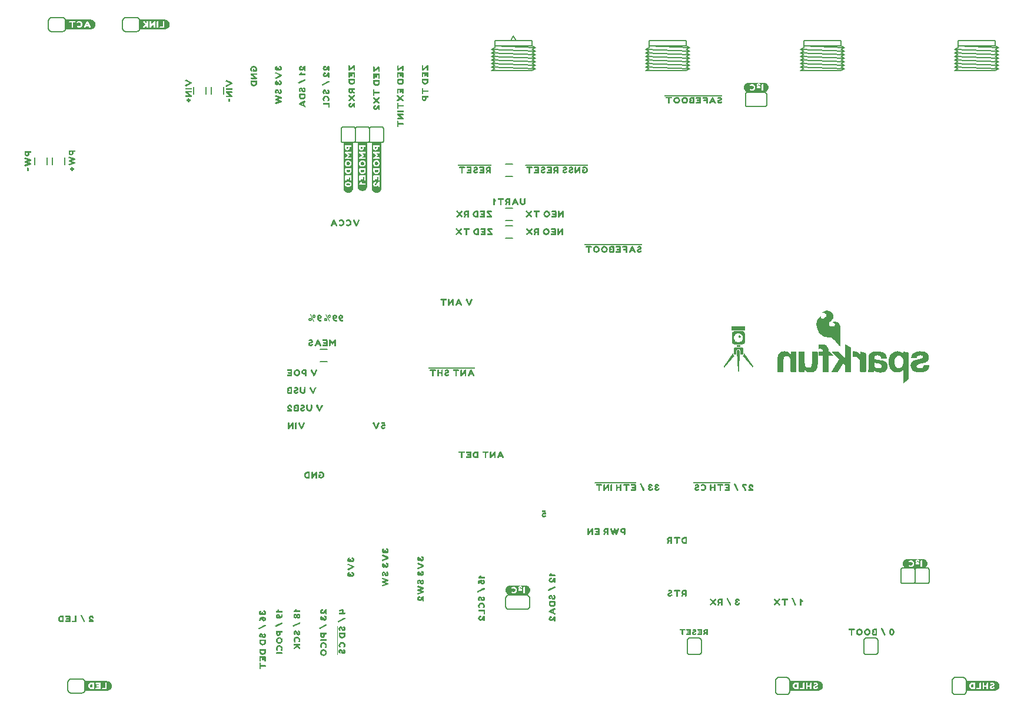
<source format=gbo>
G04 EAGLE Gerber RS-274X export*
G75*
%MOMM*%
%FSLAX34Y34*%
%LPD*%
%INSilkscreen Bottom*%
%IPPOS*%
%AMOC8*
5,1,8,0,0,1.08239X$1,22.5*%
G01*
%ADD10C,0.152400*%
%ADD11C,0.203200*%

G36*
X556530Y741834D02*
X556530Y741834D01*
X556533Y741831D01*
X557133Y741931D01*
X557136Y741935D01*
X557139Y741933D01*
X557839Y742133D01*
X557843Y742138D01*
X557847Y742136D01*
X559047Y742736D01*
X559049Y742740D01*
X559052Y742739D01*
X559652Y743139D01*
X559653Y743142D01*
X559656Y743142D01*
X560656Y743942D01*
X560658Y743952D01*
X560666Y743953D01*
X561065Y744551D01*
X561463Y745049D01*
X561464Y745057D01*
X561469Y745058D01*
X561769Y745658D01*
X561769Y745660D01*
X561770Y745661D01*
X562070Y746361D01*
X562070Y746364D01*
X562072Y746364D01*
X562272Y746964D01*
X562270Y746971D01*
X562274Y746973D01*
X562374Y747672D01*
X562474Y748272D01*
X562471Y748277D01*
X562474Y748280D01*
X562474Y813980D01*
X562455Y814006D01*
X562455Y814019D01*
X562055Y814319D01*
X562034Y814319D01*
X562028Y814327D01*
X562027Y814327D01*
X562025Y814329D01*
X549225Y814329D01*
X549222Y814327D01*
X549207Y814316D01*
X549195Y814319D01*
X548795Y814019D01*
X548791Y814003D01*
X548780Y813995D01*
X548786Y813988D01*
X548776Y813980D01*
X548776Y810980D01*
X548802Y810946D01*
X548804Y810936D01*
X548823Y810927D01*
X548809Y810917D01*
X548787Y810911D01*
X548789Y810901D01*
X548778Y810893D01*
X548783Y810885D01*
X548776Y810880D01*
X548776Y748680D01*
X548779Y748676D01*
X548776Y748673D01*
X548976Y747273D01*
X548977Y747272D01*
X548976Y747272D01*
X549076Y746672D01*
X549083Y746666D01*
X549080Y746661D01*
X549379Y745962D01*
X549578Y745364D01*
X549586Y745359D01*
X549584Y745353D01*
X549984Y744753D01*
X549987Y744752D01*
X549987Y744749D01*
X550387Y744249D01*
X550391Y744248D01*
X550390Y744245D01*
X551390Y743245D01*
X551399Y743244D01*
X551400Y743238D01*
X551899Y742938D01*
X552498Y742539D01*
X552502Y742539D01*
X552503Y742536D01*
X553103Y742236D01*
X553110Y742237D01*
X553111Y742233D01*
X553811Y742033D01*
X553815Y742034D01*
X553817Y742031D01*
X554417Y741931D01*
X554418Y741932D01*
X554418Y741931D01*
X555118Y741831D01*
X555123Y741834D01*
X555125Y741831D01*
X556525Y741831D01*
X556530Y741834D01*
G37*
G36*
X515390Y741834D02*
X515390Y741834D01*
X515393Y741831D01*
X515993Y741931D01*
X515996Y741935D01*
X515999Y741933D01*
X516699Y742133D01*
X516700Y742134D01*
X516701Y742133D01*
X517300Y742333D01*
X517999Y742533D01*
X518003Y742538D01*
X518007Y742536D01*
X518607Y742836D01*
X518610Y742843D01*
X518616Y742842D01*
X519116Y743242D01*
X519117Y743246D01*
X519120Y743245D01*
X520120Y744245D01*
X520120Y744249D01*
X520123Y744249D01*
X520523Y744749D01*
X520524Y744753D01*
X520526Y744753D01*
X520926Y745353D01*
X520926Y745357D01*
X520929Y745358D01*
X521229Y745958D01*
X521228Y745963D01*
X521232Y745964D01*
X521632Y747164D01*
X521630Y747171D01*
X521634Y747173D01*
X521834Y748573D01*
X521831Y748578D01*
X521834Y748580D01*
X521834Y813580D01*
X521831Y813584D01*
X521834Y813587D01*
X521734Y814287D01*
X521691Y814329D01*
X521688Y814325D01*
X521685Y814329D01*
X508885Y814329D01*
X508882Y814327D01*
X508880Y814327D01*
X508878Y814329D01*
X508178Y814229D01*
X508155Y814206D01*
X508138Y814192D01*
X508140Y814190D01*
X508136Y814186D01*
X508140Y814183D01*
X508136Y814180D01*
X508136Y748580D01*
X508139Y748576D01*
X508136Y748573D01*
X508336Y747173D01*
X508341Y747168D01*
X508338Y747164D01*
X508538Y746565D01*
X508738Y745866D01*
X508743Y745862D01*
X508741Y745858D01*
X509041Y745258D01*
X509048Y745255D01*
X509047Y745249D01*
X509445Y744751D01*
X509844Y744153D01*
X509851Y744150D01*
X509850Y744145D01*
X510350Y743645D01*
X510354Y743645D01*
X510354Y743642D01*
X510854Y743242D01*
X510858Y743241D01*
X510858Y743239D01*
X511458Y742839D01*
X511462Y742839D01*
X511463Y742836D01*
X512663Y742236D01*
X512668Y742237D01*
X512669Y742233D01*
X513269Y742033D01*
X513276Y742035D01*
X513278Y742031D01*
X514678Y741831D01*
X514683Y741834D01*
X514685Y741831D01*
X515385Y741831D01*
X515390Y741834D01*
G37*
G36*
X1222699Y520490D02*
X1222699Y520490D01*
X1222786Y520493D01*
X1222786Y520494D01*
X1222787Y520494D01*
X1222862Y520535D01*
X1222938Y520576D01*
X1222938Y520577D01*
X1222939Y520577D01*
X1222990Y520649D01*
X1223038Y520718D01*
X1223038Y520719D01*
X1223039Y520726D01*
X1223065Y520860D01*
X1223065Y546560D01*
X1223063Y546569D01*
X1223065Y546580D01*
X1222965Y548480D01*
X1222961Y548492D01*
X1222962Y548507D01*
X1222762Y550107D01*
X1222754Y550131D01*
X1222751Y550164D01*
X1222351Y551564D01*
X1222334Y551594D01*
X1222319Y551642D01*
X1221719Y552742D01*
X1221701Y552762D01*
X1221685Y552793D01*
X1220985Y553693D01*
X1220969Y553707D01*
X1220954Y553729D01*
X1220154Y554529D01*
X1220127Y554545D01*
X1220096Y554576D01*
X1219196Y555176D01*
X1219165Y555188D01*
X1219126Y555213D01*
X1218126Y555613D01*
X1218107Y555616D01*
X1218085Y555627D01*
X1216985Y555927D01*
X1216973Y555927D01*
X1216960Y555933D01*
X1215960Y556133D01*
X1215928Y556132D01*
X1215885Y556140D01*
X1214085Y556140D01*
X1214062Y556135D01*
X1214031Y556136D01*
X1213331Y556036D01*
X1213298Y556023D01*
X1213244Y556013D01*
X1212754Y555817D01*
X1212523Y555740D01*
X1212485Y555740D01*
X1212460Y555734D01*
X1212434Y555737D01*
X1212377Y555715D01*
X1212316Y555701D01*
X1212296Y555684D01*
X1212272Y555675D01*
X1212230Y555630D01*
X1212183Y555591D01*
X1212172Y555567D01*
X1212155Y555548D01*
X1212137Y555489D01*
X1212112Y555432D01*
X1212113Y555407D01*
X1212105Y555382D01*
X1212116Y555321D01*
X1212118Y555259D01*
X1212131Y555237D01*
X1212135Y555211D01*
X1212183Y555140D01*
X1212201Y555107D01*
X1212209Y555101D01*
X1212216Y555091D01*
X1212316Y554991D01*
X1212348Y554971D01*
X1212415Y554920D01*
X1213015Y554620D01*
X1213029Y554617D01*
X1213044Y554607D01*
X1213497Y554426D01*
X1213852Y554160D01*
X1214331Y553776D01*
X1214697Y553410D01*
X1214944Y553081D01*
X1215105Y552598D01*
X1215105Y552013D01*
X1214929Y551398D01*
X1214673Y550885D01*
X1214127Y550339D01*
X1213494Y549797D01*
X1212674Y549524D01*
X1211634Y549240D01*
X1210138Y549240D01*
X1208847Y549609D01*
X1207736Y550350D01*
X1206924Y551252D01*
X1206565Y552417D01*
X1206565Y553676D01*
X1207207Y555051D01*
X1208463Y556501D01*
X1210154Y558191D01*
X1210166Y558210D01*
X1210187Y558229D01*
X1210222Y558274D01*
X1210512Y558654D01*
X1210512Y558655D01*
X1210803Y559035D01*
X1211094Y559415D01*
X1211385Y559795D01*
X1211487Y559929D01*
X1211500Y559957D01*
X1211525Y559990D01*
X1212425Y561790D01*
X1212432Y561818D01*
X1212450Y561853D01*
X1212950Y563553D01*
X1212952Y563592D01*
X1212965Y563660D01*
X1212965Y565360D01*
X1212957Y565394D01*
X1212953Y565426D01*
X1212952Y565450D01*
X1212948Y565457D01*
X1212944Y565487D01*
X1212344Y567187D01*
X1212323Y567219D01*
X1212298Y567275D01*
X1211198Y568875D01*
X1211170Y568902D01*
X1211127Y568954D01*
X1209427Y570354D01*
X1209398Y570368D01*
X1209361Y570397D01*
X1207061Y571597D01*
X1207024Y571606D01*
X1206969Y571631D01*
X1204769Y572131D01*
X1204731Y572131D01*
X1204666Y572140D01*
X1202666Y572040D01*
X1202633Y572030D01*
X1202583Y572026D01*
X1200783Y571526D01*
X1200767Y571518D01*
X1200744Y571513D01*
X1199244Y570913D01*
X1199224Y570899D01*
X1199193Y570888D01*
X1197993Y570188D01*
X1197982Y570178D01*
X1197964Y570169D01*
X1197268Y569673D01*
X1196974Y569476D01*
X1196931Y569431D01*
X1196883Y569391D01*
X1196873Y569368D01*
X1196856Y569350D01*
X1196837Y569290D01*
X1196812Y569232D01*
X1196813Y569208D01*
X1196806Y569184D01*
X1196816Y569122D01*
X1196818Y569059D01*
X1196830Y569038D01*
X1196834Y569013D01*
X1196871Y568962D01*
X1196901Y568907D01*
X1196921Y568893D01*
X1196936Y568873D01*
X1196991Y568844D01*
X1197043Y568807D01*
X1197070Y568802D01*
X1197089Y568792D01*
X1197126Y568791D01*
X1197185Y568780D01*
X1197285Y568780D01*
X1197321Y568788D01*
X1197377Y568791D01*
X1197732Y568880D01*
X1198964Y568880D01*
X1199818Y568785D01*
X1200552Y568601D01*
X1201271Y568242D01*
X1202009Y567596D01*
X1202363Y567154D01*
X1202638Y566604D01*
X1202817Y566157D01*
X1202900Y565660D01*
X1202814Y565144D01*
X1202636Y564522D01*
X1202269Y563971D01*
X1202267Y563966D01*
X1202263Y563962D01*
X1201786Y563198D01*
X1201327Y562739D01*
X1200650Y562160D01*
X1199288Y561187D01*
X1199169Y561127D01*
X1198547Y560816D01*
X1197232Y560440D01*
X1196663Y560440D01*
X1196102Y560681D01*
X1195687Y561096D01*
X1195448Y561494D01*
X1195272Y562554D01*
X1195358Y562985D01*
X1195358Y562994D01*
X1195358Y562995D01*
X1195357Y563019D01*
X1195365Y563060D01*
X1195365Y563660D01*
X1195349Y563728D01*
X1195340Y563796D01*
X1195330Y563811D01*
X1195326Y563829D01*
X1195282Y563882D01*
X1195243Y563940D01*
X1195227Y563949D01*
X1195216Y563962D01*
X1195152Y563991D01*
X1195092Y564025D01*
X1195074Y564026D01*
X1195057Y564033D01*
X1194988Y564031D01*
X1194919Y564034D01*
X1194900Y564027D01*
X1194884Y564027D01*
X1194850Y564008D01*
X1194783Y563982D01*
X1193183Y562982D01*
X1193159Y562958D01*
X1193116Y562929D01*
X1191416Y561229D01*
X1191395Y561196D01*
X1191351Y561141D01*
X1190051Y558741D01*
X1190044Y558717D01*
X1190027Y558688D01*
X1189027Y555888D01*
X1189023Y555857D01*
X1189009Y555817D01*
X1188509Y552517D01*
X1188512Y552484D01*
X1188505Y552438D01*
X1188705Y548938D01*
X1188715Y548906D01*
X1188719Y548858D01*
X1189719Y545258D01*
X1189734Y545230D01*
X1189747Y545186D01*
X1191647Y541486D01*
X1191666Y541464D01*
X1191685Y541427D01*
X1193085Y539627D01*
X1193090Y539623D01*
X1193091Y539620D01*
X1193098Y539615D01*
X1193108Y539600D01*
X1194608Y538000D01*
X1194630Y537985D01*
X1194654Y537958D01*
X1196354Y536658D01*
X1196368Y536652D01*
X1196382Y536639D01*
X1198282Y535439D01*
X1198304Y535431D01*
X1198329Y535413D01*
X1200329Y534513D01*
X1200354Y534508D01*
X1200385Y534493D01*
X1202585Y533893D01*
X1202608Y533892D01*
X1202638Y533883D01*
X1205038Y533583D01*
X1205059Y533585D01*
X1205085Y533580D01*
X1208934Y533580D01*
X1209956Y533301D01*
X1210996Y532828D01*
X1211948Y532162D01*
X1212923Y531284D01*
X1214005Y530202D01*
X1215095Y528914D01*
X1215101Y528910D01*
X1215106Y528901D01*
X1216406Y527501D01*
X1217605Y526203D01*
X1218699Y525010D01*
X1219693Y523817D01*
X1219698Y523813D01*
X1219702Y523806D01*
X1220593Y522816D01*
X1221285Y521927D01*
X1221291Y521921D01*
X1221296Y521913D01*
X1221896Y521213D01*
X1221907Y521205D01*
X1221916Y521191D01*
X1222273Y520835D01*
X1222344Y520691D01*
X1222345Y520690D01*
X1222397Y520627D01*
X1222454Y520558D01*
X1222455Y520557D01*
X1222456Y520557D01*
X1222531Y520523D01*
X1222613Y520487D01*
X1222614Y520486D01*
X1222699Y520490D01*
G37*
G36*
X535609Y744504D02*
X535609Y744504D01*
X535612Y744501D01*
X536312Y744601D01*
X536313Y744602D01*
X536313Y744601D01*
X536913Y744701D01*
X536916Y744705D01*
X536919Y744703D01*
X537619Y744903D01*
X537620Y744904D01*
X537621Y744903D01*
X538221Y745103D01*
X538226Y745111D01*
X538232Y745109D01*
X538830Y745507D01*
X539427Y745806D01*
X539432Y745816D01*
X539440Y745815D01*
X540340Y746715D01*
X540340Y746719D01*
X540343Y746718D01*
X540843Y747318D01*
X540843Y747324D01*
X540847Y747325D01*
X541147Y747824D01*
X541546Y748423D01*
X541546Y748427D01*
X541546Y748428D01*
X541545Y748434D01*
X541552Y748436D01*
X541592Y748575D01*
X541634Y748723D01*
X541648Y748772D01*
X541690Y748920D01*
X541691Y748920D01*
X541690Y748920D01*
X541733Y749068D01*
X541747Y749117D01*
X541752Y749135D01*
X541952Y749734D01*
X541950Y749741D01*
X541954Y749743D01*
X542154Y751143D01*
X542151Y751148D01*
X542154Y751150D01*
X542154Y814050D01*
X542118Y814097D01*
X542115Y814095D01*
X542113Y814099D01*
X541513Y814199D01*
X541508Y814196D01*
X541505Y814199D01*
X528705Y814199D01*
X528667Y814170D01*
X528659Y814168D01*
X528459Y813668D01*
X528461Y813663D01*
X528458Y813661D01*
X528462Y813655D01*
X528456Y813650D01*
X528456Y751250D01*
X528459Y751246D01*
X528456Y751243D01*
X528656Y749843D01*
X528661Y749838D01*
X528658Y749834D01*
X528858Y749235D01*
X529058Y748536D01*
X529063Y748532D01*
X529061Y748528D01*
X529361Y747928D01*
X529368Y747925D01*
X529367Y747919D01*
X529765Y747421D01*
X530164Y746823D01*
X530167Y746822D01*
X530167Y746819D01*
X530567Y746319D01*
X530577Y746317D01*
X530578Y746309D01*
X531176Y745910D01*
X531674Y745512D01*
X531682Y745511D01*
X531683Y745506D01*
X532883Y744906D01*
X532890Y744907D01*
X532891Y744903D01*
X533591Y744703D01*
X533595Y744704D01*
X533597Y744701D01*
X534197Y744601D01*
X534198Y744602D01*
X534198Y744601D01*
X534898Y744501D01*
X534903Y744504D01*
X534905Y744501D01*
X535605Y744501D01*
X535609Y744504D01*
G37*
G36*
X1313584Y466991D02*
X1313584Y466991D01*
X1313646Y466993D01*
X1313668Y467006D01*
X1313694Y467010D01*
X1313765Y467058D01*
X1313798Y467076D01*
X1313804Y467084D01*
X1313814Y467091D01*
X1314699Y467976D01*
X1315683Y468763D01*
X1315689Y468771D01*
X1315699Y468777D01*
X1316699Y469677D01*
X1316705Y469685D01*
X1316714Y469691D01*
X1317599Y470576D01*
X1318583Y471363D01*
X1318589Y471371D01*
X1318599Y471377D01*
X1319591Y472270D01*
X1320583Y473063D01*
X1320594Y473078D01*
X1320614Y473091D01*
X1321514Y473991D01*
X1321554Y474056D01*
X1321598Y474118D01*
X1321600Y474130D01*
X1321605Y474138D01*
X1321609Y474175D01*
X1321625Y474260D01*
X1321625Y511160D01*
X1321623Y511169D01*
X1321625Y511179D01*
X1321603Y511253D01*
X1321586Y511329D01*
X1321580Y511336D01*
X1321577Y511345D01*
X1321525Y511403D01*
X1321476Y511462D01*
X1321467Y511466D01*
X1321460Y511473D01*
X1321328Y511531D01*
X1319528Y511931D01*
X1319509Y511931D01*
X1319487Y511938D01*
X1318603Y512036D01*
X1317620Y512233D01*
X1317605Y512232D01*
X1317587Y512238D01*
X1316707Y512336D01*
X1314928Y512731D01*
X1314908Y512731D01*
X1314883Y512738D01*
X1313883Y512838D01*
X1313814Y512829D01*
X1313744Y512827D01*
X1313729Y512818D01*
X1313711Y512816D01*
X1313653Y512777D01*
X1313592Y512744D01*
X1313582Y512729D01*
X1313567Y512720D01*
X1313532Y512659D01*
X1313492Y512602D01*
X1313489Y512583D01*
X1313481Y512569D01*
X1313478Y512530D01*
X1313465Y512460D01*
X1313465Y510029D01*
X1313353Y510184D01*
X1313342Y510193D01*
X1313338Y510201D01*
X1313335Y510203D01*
X1313329Y510213D01*
X1313002Y510581D01*
X1312664Y510961D01*
X1312529Y511113D01*
X1312500Y511133D01*
X1312463Y511172D01*
X1310463Y512572D01*
X1310428Y512586D01*
X1310375Y512617D01*
X1309275Y513017D01*
X1309258Y513019D01*
X1309237Y513029D01*
X1308037Y513329D01*
X1308023Y513329D01*
X1308008Y513335D01*
X1306808Y513535D01*
X1306792Y513534D01*
X1306774Y513539D01*
X1305474Y513639D01*
X1305446Y513635D01*
X1305408Y513638D01*
X1302308Y513338D01*
X1302276Y513327D01*
X1302225Y513321D01*
X1299525Y512421D01*
X1299492Y512400D01*
X1299431Y512374D01*
X1297231Y510874D01*
X1297208Y510850D01*
X1297169Y510822D01*
X1295369Y508922D01*
X1295351Y508890D01*
X1295314Y508847D01*
X1294014Y506547D01*
X1294008Y506526D01*
X1293992Y506501D01*
X1292992Y504001D01*
X1292988Y503974D01*
X1292973Y503940D01*
X1292373Y501140D01*
X1292374Y501116D01*
X1292366Y501085D01*
X1292166Y498085D01*
X1292169Y498063D01*
X1292166Y498033D01*
X1292366Y495233D01*
X1292373Y495210D01*
X1292374Y495178D01*
X1292974Y492478D01*
X1292986Y492452D01*
X1292994Y492414D01*
X1293994Y490014D01*
X1294007Y489995D01*
X1294018Y489967D01*
X1295318Y487767D01*
X1295342Y487742D01*
X1295369Y487699D01*
X1297169Y485799D01*
X1297198Y485780D01*
X1297234Y485744D01*
X1299334Y484344D01*
X1299368Y484331D01*
X1299416Y484302D01*
X1301916Y483402D01*
X1301952Y483398D01*
X1302006Y483382D01*
X1304906Y483082D01*
X1304935Y483085D01*
X1304974Y483081D01*
X1306274Y483181D01*
X1306287Y483185D01*
X1306303Y483184D01*
X1307603Y483384D01*
X1307621Y483391D01*
X1307645Y483393D01*
X1308745Y483693D01*
X1308764Y483703D01*
X1308791Y483709D01*
X1309991Y484209D01*
X1310011Y484223D01*
X1310041Y484234D01*
X1311041Y484834D01*
X1311049Y484842D01*
X1311063Y484849D01*
X1312063Y485549D01*
X1312087Y485575D01*
X1312129Y485607D01*
X1312929Y486507D01*
X1312933Y486515D01*
X1312942Y486522D01*
X1313165Y486801D01*
X1313165Y467360D01*
X1313171Y467335D01*
X1313168Y467309D01*
X1313190Y467252D01*
X1313204Y467191D01*
X1313221Y467171D01*
X1313230Y467147D01*
X1313275Y467105D01*
X1313314Y467058D01*
X1313338Y467047D01*
X1313357Y467030D01*
X1313416Y467012D01*
X1313473Y466987D01*
X1313498Y466988D01*
X1313523Y466980D01*
X1313584Y466991D01*
G37*
G36*
X1281661Y482984D02*
X1281661Y482984D01*
X1281683Y482982D01*
X1282683Y483082D01*
X1282702Y483088D01*
X1282728Y483089D01*
X1284528Y483489D01*
X1284543Y483496D01*
X1284565Y483499D01*
X1285465Y483799D01*
X1285485Y483812D01*
X1285515Y483820D01*
X1286195Y484160D01*
X1286315Y484220D01*
X1286322Y484226D01*
X1286334Y484230D01*
X1287034Y484630D01*
X1287046Y484642D01*
X1287066Y484651D01*
X1287766Y485151D01*
X1287775Y485160D01*
X1287788Y485168D01*
X1288388Y485668D01*
X1288405Y485690D01*
X1288434Y485713D01*
X1289034Y486413D01*
X1289048Y486439D01*
X1289075Y486471D01*
X1289875Y487871D01*
X1289884Y487901D01*
X1289906Y487940D01*
X1290506Y489740D01*
X1290509Y489773D01*
X1290523Y489818D01*
X1290623Y490718D01*
X1290623Y490722D01*
X1290624Y490726D01*
X1290724Y491826D01*
X1290719Y491860D01*
X1290722Y491911D01*
X1290422Y494111D01*
X1290411Y494139D01*
X1290406Y494180D01*
X1289806Y495980D01*
X1289786Y496012D01*
X1289765Y496066D01*
X1288865Y497466D01*
X1288837Y497493D01*
X1288788Y497552D01*
X1287588Y498552D01*
X1287566Y498564D01*
X1287541Y498586D01*
X1286041Y499486D01*
X1286013Y499495D01*
X1285979Y499516D01*
X1284379Y500116D01*
X1284357Y500119D01*
X1284332Y500130D01*
X1282632Y500530D01*
X1282621Y500530D01*
X1282608Y500535D01*
X1280808Y500835D01*
X1280798Y500834D01*
X1280787Y500838D01*
X1278988Y501038D01*
X1277291Y501237D01*
X1275823Y501433D01*
X1274458Y501823D01*
X1273299Y502210D01*
X1272501Y502653D01*
X1272014Y503302D01*
X1271925Y504277D01*
X1271925Y504729D01*
X1272018Y505282D01*
X1272108Y505643D01*
X1272283Y506082D01*
X1272641Y506618D01*
X1272870Y506848D01*
X1273125Y506975D01*
X1273215Y507020D01*
X1273231Y507033D01*
X1273256Y507044D01*
X1273536Y507231D01*
X1273786Y507355D01*
X1273878Y507401D01*
X1274228Y507489D01*
X1274683Y507580D01*
X1275045Y507580D01*
X1275075Y507587D01*
X1275120Y507587D01*
X1275583Y507680D01*
X1277107Y507680D01*
X1278062Y507489D01*
X1278453Y507391D01*
X1278461Y507391D01*
X1278470Y507387D01*
X1278921Y507297D01*
X1279654Y506931D01*
X1279903Y506765D01*
X1280450Y506218D01*
X1280616Y505969D01*
X1280798Y505604D01*
X1280992Y505119D01*
X1281000Y505107D01*
X1281005Y505090D01*
X1281182Y504736D01*
X1281265Y504322D01*
X1281265Y503760D01*
X1281276Y503710D01*
X1281278Y503659D01*
X1281296Y503627D01*
X1281304Y503591D01*
X1281337Y503552D01*
X1281361Y503507D01*
X1281391Y503486D01*
X1281414Y503458D01*
X1281461Y503437D01*
X1281503Y503407D01*
X1281545Y503399D01*
X1281573Y503387D01*
X1281603Y503388D01*
X1281645Y503380D01*
X1289445Y503380D01*
X1289522Y503398D01*
X1289600Y503413D01*
X1289606Y503417D01*
X1289614Y503419D01*
X1289675Y503470D01*
X1289738Y503518D01*
X1289742Y503525D01*
X1289747Y503529D01*
X1289780Y503602D01*
X1289815Y503673D01*
X1289815Y503681D01*
X1289818Y503688D01*
X1289817Y503721D01*
X1289821Y503818D01*
X1289621Y505118D01*
X1289620Y505120D01*
X1289620Y505123D01*
X1289420Y506323D01*
X1289409Y506350D01*
X1289402Y506390D01*
X1289002Y507490D01*
X1288983Y507520D01*
X1288961Y507571D01*
X1287761Y509371D01*
X1287745Y509386D01*
X1287731Y509410D01*
X1287031Y510210D01*
X1287013Y510223D01*
X1287012Y510225D01*
X1287009Y510230D01*
X1287006Y510232D01*
X1286995Y510246D01*
X1286195Y510946D01*
X1286166Y510962D01*
X1286130Y510992D01*
X1285235Y511489D01*
X1284241Y512086D01*
X1284216Y512094D01*
X1284186Y512113D01*
X1283186Y512513D01*
X1283167Y512516D01*
X1283145Y512527D01*
X1280945Y513127D01*
X1280930Y513127D01*
X1280913Y513134D01*
X1279813Y513334D01*
X1279810Y513334D01*
X1279808Y513335D01*
X1278608Y513535D01*
X1278581Y513533D01*
X1278545Y513540D01*
X1274045Y513540D01*
X1274030Y513537D01*
X1274011Y513539D01*
X1272911Y513439D01*
X1272896Y513434D01*
X1272877Y513434D01*
X1270677Y513034D01*
X1270674Y513033D01*
X1270670Y513033D01*
X1269670Y512833D01*
X1269656Y512826D01*
X1269636Y512824D01*
X1268636Y512524D01*
X1268617Y512514D01*
X1268591Y512507D01*
X1267691Y512107D01*
X1267679Y512098D01*
X1267660Y512092D01*
X1266760Y511592D01*
X1266744Y511577D01*
X1266717Y511564D01*
X1265917Y510964D01*
X1265910Y510956D01*
X1265898Y510949D01*
X1265198Y510349D01*
X1265177Y510321D01*
X1265141Y510288D01*
X1264541Y509488D01*
X1264529Y509462D01*
X1264505Y509430D01*
X1264105Y508630D01*
X1264102Y508616D01*
X1264092Y508601D01*
X1263692Y507601D01*
X1263687Y507570D01*
X1263671Y507528D01*
X1263471Y506428D01*
X1263472Y506412D01*
X1263466Y506392D01*
X1263366Y505192D01*
X1263368Y505177D01*
X1263365Y505160D01*
X1263365Y488598D01*
X1263272Y488135D01*
X1263273Y488103D01*
X1263265Y488060D01*
X1263265Y487698D01*
X1263172Y487235D01*
X1263173Y487203D01*
X1263165Y487160D01*
X1263165Y486807D01*
X1262976Y486052D01*
X1262976Y486016D01*
X1262965Y485960D01*
X1262965Y485707D01*
X1262880Y485366D01*
X1262700Y484829D01*
X1262529Y484571D01*
X1262521Y484551D01*
X1262505Y484530D01*
X1262405Y484330D01*
X1262393Y484280D01*
X1262372Y484232D01*
X1262373Y484197D01*
X1262365Y484162D01*
X1262376Y484111D01*
X1262378Y484059D01*
X1262396Y484028D01*
X1262404Y483993D01*
X1262436Y483953D01*
X1262461Y483907D01*
X1262490Y483886D01*
X1262513Y483859D01*
X1262560Y483837D01*
X1262603Y483807D01*
X1262644Y483799D01*
X1262671Y483787D01*
X1262702Y483788D01*
X1262745Y483780D01*
X1270645Y483780D01*
X1270695Y483791D01*
X1270746Y483793D01*
X1270778Y483811D01*
X1270814Y483819D01*
X1270853Y483852D01*
X1270898Y483876D01*
X1270919Y483906D01*
X1270947Y483929D01*
X1270968Y483976D01*
X1270998Y484018D01*
X1271006Y484060D01*
X1271018Y484088D01*
X1271017Y484118D01*
X1271025Y484160D01*
X1271025Y484209D01*
X1271034Y484223D01*
X1271085Y484290D01*
X1271185Y484490D01*
X1271189Y484505D01*
X1271198Y484518D01*
X1271224Y484652D01*
X1271225Y484659D01*
X1271225Y484660D01*
X1271225Y484709D01*
X1271254Y484756D01*
X1271298Y484818D01*
X1271300Y484830D01*
X1271305Y484838D01*
X1271309Y484875D01*
X1271325Y484960D01*
X1271325Y485070D01*
X1271385Y485190D01*
X1271389Y485205D01*
X1271398Y485218D01*
X1271424Y485352D01*
X1271425Y485359D01*
X1271425Y485360D01*
X1271425Y485570D01*
X1271485Y485690D01*
X1271489Y485705D01*
X1271498Y485718D01*
X1271524Y485852D01*
X1271525Y485859D01*
X1271525Y485860D01*
X1271525Y486069D01*
X1272407Y485363D01*
X1272421Y485357D01*
X1272434Y485344D01*
X1273034Y484944D01*
X1273042Y484941D01*
X1273049Y484934D01*
X1273549Y484634D01*
X1273562Y484630D01*
X1273575Y484620D01*
X1274175Y484320D01*
X1274198Y484314D01*
X1274225Y484299D01*
X1274799Y484108D01*
X1275375Y483820D01*
X1275398Y483814D01*
X1275425Y483799D01*
X1276025Y483599D01*
X1276050Y483597D01*
X1276083Y483585D01*
X1276661Y483489D01*
X1277341Y483294D01*
X1277360Y483293D01*
X1277383Y483285D01*
X1277983Y483185D01*
X1278009Y483187D01*
X1278045Y483180D01*
X1278714Y483180D01*
X1279283Y483085D01*
X1279287Y483085D01*
X1279291Y483084D01*
X1279991Y482984D01*
X1280015Y482986D01*
X1280045Y482980D01*
X1281645Y482980D01*
X1281661Y482984D01*
G37*
G36*
X1191380Y24904D02*
X1191380Y24904D01*
X1191383Y24901D01*
X1191983Y25001D01*
X1192682Y25101D01*
X1192686Y25105D01*
X1192689Y25103D01*
X1193389Y25303D01*
X1193393Y25308D01*
X1193397Y25306D01*
X1194597Y25906D01*
X1194600Y25913D01*
X1194606Y25912D01*
X1195104Y26310D01*
X1195702Y26709D01*
X1195706Y26719D01*
X1195713Y26719D01*
X1196112Y27217D01*
X1196610Y27715D01*
X1196611Y27727D01*
X1196619Y27728D01*
X1196918Y28325D01*
X1197316Y28923D01*
X1197315Y28932D01*
X1197322Y28934D01*
X1197722Y30134D01*
X1197720Y30141D01*
X1197724Y30143D01*
X1197924Y31543D01*
X1197921Y31548D01*
X1197924Y31550D01*
X1197924Y32250D01*
X1197921Y32255D01*
X1197924Y32258D01*
X1197824Y32858D01*
X1197820Y32861D01*
X1197822Y32864D01*
X1197622Y33564D01*
X1197621Y33565D01*
X1197622Y33566D01*
X1197222Y34766D01*
X1197214Y34771D01*
X1197216Y34777D01*
X1196416Y35977D01*
X1196413Y35978D01*
X1196413Y35981D01*
X1196013Y36481D01*
X1196009Y36482D01*
X1196010Y36485D01*
X1195510Y36985D01*
X1195506Y36985D01*
X1195506Y36988D01*
X1195006Y37388D01*
X1194998Y37389D01*
X1194997Y37394D01*
X1193797Y37994D01*
X1193795Y37994D01*
X1193794Y37995D01*
X1193094Y38295D01*
X1193086Y38293D01*
X1193083Y38299D01*
X1192483Y38399D01*
X1192482Y38398D01*
X1192482Y38399D01*
X1191082Y38599D01*
X1191077Y38596D01*
X1191075Y38599D01*
X1149775Y38599D01*
X1149737Y38570D01*
X1149729Y38568D01*
X1149529Y38068D01*
X1149530Y38066D01*
X1149528Y38064D01*
X1149532Y38058D01*
X1149533Y38055D01*
X1149526Y38050D01*
X1149526Y25150D01*
X1149555Y25112D01*
X1149557Y25104D01*
X1150057Y24904D01*
X1150070Y24908D01*
X1150075Y24901D01*
X1191375Y24901D01*
X1191380Y24904D01*
G37*
G36*
X1445380Y24904D02*
X1445380Y24904D01*
X1445383Y24901D01*
X1445983Y25001D01*
X1446682Y25101D01*
X1446686Y25105D01*
X1446689Y25103D01*
X1447389Y25303D01*
X1447393Y25308D01*
X1447397Y25306D01*
X1448597Y25906D01*
X1448600Y25913D01*
X1448606Y25912D01*
X1449104Y26310D01*
X1449702Y26709D01*
X1449706Y26719D01*
X1449713Y26719D01*
X1450112Y27217D01*
X1450610Y27715D01*
X1450611Y27727D01*
X1450619Y27728D01*
X1450918Y28325D01*
X1451316Y28923D01*
X1451315Y28932D01*
X1451322Y28934D01*
X1451722Y30134D01*
X1451720Y30141D01*
X1451724Y30143D01*
X1451924Y31543D01*
X1451921Y31548D01*
X1451924Y31550D01*
X1451924Y32250D01*
X1451921Y32255D01*
X1451924Y32258D01*
X1451824Y32858D01*
X1451820Y32861D01*
X1451822Y32864D01*
X1451622Y33564D01*
X1451621Y33565D01*
X1451622Y33566D01*
X1451222Y34766D01*
X1451214Y34771D01*
X1451216Y34777D01*
X1450416Y35977D01*
X1450413Y35978D01*
X1450413Y35981D01*
X1450013Y36481D01*
X1450009Y36482D01*
X1450010Y36485D01*
X1449510Y36985D01*
X1449506Y36985D01*
X1449506Y36988D01*
X1449006Y37388D01*
X1448998Y37389D01*
X1448997Y37394D01*
X1447797Y37994D01*
X1447795Y37994D01*
X1447794Y37995D01*
X1447094Y38295D01*
X1447086Y38293D01*
X1447083Y38299D01*
X1446483Y38399D01*
X1446482Y38398D01*
X1446482Y38399D01*
X1445082Y38599D01*
X1445077Y38596D01*
X1445075Y38599D01*
X1403775Y38599D01*
X1403737Y38570D01*
X1403729Y38568D01*
X1403529Y38068D01*
X1403530Y38066D01*
X1403528Y38064D01*
X1403532Y38058D01*
X1403533Y38055D01*
X1403526Y38050D01*
X1403526Y25150D01*
X1403555Y25112D01*
X1403557Y25104D01*
X1404057Y24904D01*
X1404070Y24908D01*
X1404075Y24901D01*
X1445375Y24901D01*
X1445380Y24904D01*
G37*
G36*
X1219678Y483888D02*
X1219678Y483888D01*
X1219713Y483886D01*
X1219762Y483907D01*
X1219814Y483919D01*
X1219840Y483941D01*
X1219872Y483955D01*
X1219917Y484005D01*
X1219947Y484029D01*
X1219955Y484045D01*
X1219969Y484062D01*
X1227422Y496257D01*
X1229965Y493799D01*
X1229965Y484260D01*
X1229976Y484210D01*
X1229978Y484159D01*
X1229996Y484127D01*
X1230004Y484091D01*
X1230037Y484052D01*
X1230061Y484007D01*
X1230091Y483986D01*
X1230114Y483958D01*
X1230161Y483937D01*
X1230203Y483907D01*
X1230245Y483899D01*
X1230273Y483887D01*
X1230303Y483888D01*
X1230345Y483880D01*
X1238145Y483880D01*
X1238195Y483891D01*
X1238246Y483893D01*
X1238278Y483911D01*
X1238314Y483919D01*
X1238353Y483952D01*
X1238398Y483976D01*
X1238419Y484006D01*
X1238447Y484029D01*
X1238468Y484076D01*
X1238498Y484118D01*
X1238506Y484160D01*
X1238518Y484188D01*
X1238517Y484218D01*
X1238525Y484260D01*
X1238525Y518960D01*
X1238516Y519002D01*
X1238516Y519044D01*
X1238496Y519085D01*
X1238486Y519129D01*
X1238459Y519162D01*
X1238440Y519200D01*
X1238398Y519235D01*
X1238376Y519262D01*
X1238353Y519272D01*
X1238329Y519293D01*
X1230529Y523593D01*
X1230472Y523609D01*
X1230417Y523633D01*
X1230389Y523632D01*
X1230362Y523640D01*
X1230304Y523629D01*
X1230244Y523627D01*
X1230219Y523613D01*
X1230192Y523608D01*
X1230144Y523572D01*
X1230092Y523544D01*
X1230076Y523521D01*
X1230053Y523504D01*
X1230026Y523451D01*
X1229992Y523402D01*
X1229986Y523371D01*
X1229975Y523349D01*
X1229975Y523313D01*
X1229965Y523260D01*
X1229965Y503298D01*
X1220818Y512725D01*
X1220752Y512767D01*
X1220687Y512813D01*
X1220678Y512814D01*
X1220672Y512818D01*
X1220638Y512822D01*
X1220545Y512840D01*
X1211345Y512840D01*
X1211317Y512834D01*
X1211289Y512836D01*
X1211234Y512814D01*
X1211176Y512801D01*
X1211154Y512783D01*
X1211128Y512772D01*
X1211088Y512728D01*
X1211043Y512691D01*
X1211031Y512665D01*
X1211012Y512643D01*
X1210996Y512586D01*
X1210972Y512532D01*
X1210973Y512504D01*
X1210965Y512477D01*
X1210976Y512419D01*
X1210978Y512359D01*
X1210992Y512334D01*
X1210997Y512306D01*
X1211043Y512241D01*
X1211061Y512207D01*
X1211071Y512200D01*
X1211080Y512187D01*
X1221554Y502007D01*
X1209928Y484470D01*
X1209902Y484400D01*
X1209872Y484332D01*
X1209872Y484320D01*
X1209868Y484308D01*
X1209875Y484234D01*
X1209878Y484159D01*
X1209884Y484148D01*
X1209886Y484135D01*
X1209926Y484072D01*
X1209961Y484007D01*
X1209971Y484000D01*
X1209978Y483989D01*
X1210042Y483950D01*
X1210103Y483907D01*
X1210117Y483905D01*
X1210126Y483899D01*
X1210164Y483895D01*
X1210245Y483880D01*
X1219645Y483880D01*
X1219678Y483888D01*
G37*
G36*
X144379Y977404D02*
X144379Y977404D01*
X144382Y977401D01*
X145078Y977501D01*
X145675Y977501D01*
X145683Y977507D01*
X145689Y977503D01*
X146389Y977703D01*
X146390Y977704D01*
X146391Y977703D01*
X146991Y977903D01*
X146994Y977908D01*
X146997Y977906D01*
X147597Y978206D01*
X147599Y978210D01*
X147602Y978209D01*
X148802Y979009D01*
X148803Y979012D01*
X148806Y979012D01*
X149306Y979412D01*
X149308Y979419D01*
X149313Y979419D01*
X149713Y979919D01*
X149714Y979923D01*
X149716Y979923D01*
X150115Y980521D01*
X150513Y981019D01*
X150514Y981027D01*
X150519Y981028D01*
X150819Y981628D01*
X150818Y981635D01*
X150822Y981636D01*
X150861Y981771D01*
X150875Y981820D01*
X150917Y981968D01*
X150959Y982115D01*
X150973Y982165D01*
X151015Y982312D01*
X151016Y982312D01*
X151015Y982312D01*
X151022Y982336D01*
X151021Y982340D01*
X151024Y982342D01*
X151124Y982942D01*
X151123Y982943D01*
X151124Y982943D01*
X151324Y984343D01*
X151319Y984352D01*
X151324Y984357D01*
X151224Y985057D01*
X151223Y985058D01*
X151224Y985058D01*
X151124Y985658D01*
X151120Y985661D01*
X151122Y985664D01*
X150922Y986364D01*
X150921Y986365D01*
X150922Y986366D01*
X150722Y986966D01*
X150717Y986969D01*
X150719Y986972D01*
X150419Y987572D01*
X150415Y987574D01*
X150416Y987577D01*
X150016Y988177D01*
X150013Y988178D01*
X150013Y988181D01*
X149613Y988681D01*
X149609Y988682D01*
X149610Y988685D01*
X148610Y989685D01*
X148606Y989685D01*
X148606Y989688D01*
X148106Y990088D01*
X148098Y990089D01*
X148097Y990094D01*
X147497Y990394D01*
X147492Y990393D01*
X147491Y990397D01*
X146893Y990596D01*
X146194Y990895D01*
X146186Y990893D01*
X146184Y990895D01*
X146182Y990899D01*
X145483Y990999D01*
X144883Y991099D01*
X144878Y991096D01*
X144875Y991099D01*
X108575Y991099D01*
X108566Y991092D01*
X108557Y991086D01*
X108545Y991089D01*
X108145Y990789D01*
X108140Y990770D01*
X108128Y990761D01*
X108132Y990755D01*
X108126Y990750D01*
X108126Y977850D01*
X108139Y977832D01*
X108136Y977820D01*
X108436Y977420D01*
X108467Y977412D01*
X108475Y977401D01*
X144375Y977401D01*
X144379Y977404D01*
G37*
G36*
X250959Y977404D02*
X250959Y977404D01*
X250962Y977401D01*
X251658Y977501D01*
X252355Y977501D01*
X252364Y977508D01*
X252371Y977503D01*
X252970Y977703D01*
X253669Y977903D01*
X253673Y977908D01*
X253677Y977906D01*
X254877Y978506D01*
X254880Y978513D01*
X254886Y978512D01*
X255386Y978912D01*
X255387Y978916D01*
X255390Y978915D01*
X256390Y979915D01*
X256390Y979919D01*
X256393Y979919D01*
X256793Y980419D01*
X256794Y980427D01*
X256799Y980428D01*
X257399Y981628D01*
X257398Y981635D01*
X257402Y981636D01*
X257441Y981771D01*
X257455Y981820D01*
X257497Y981968D01*
X257539Y982115D01*
X257553Y982165D01*
X257595Y982312D01*
X257596Y982312D01*
X257595Y982312D01*
X257602Y982335D01*
X257802Y982934D01*
X257800Y982941D01*
X257804Y982943D01*
X257904Y983643D01*
X257901Y983648D01*
X257904Y983650D01*
X257904Y985050D01*
X257897Y985059D01*
X257902Y985066D01*
X257703Y985661D01*
X257604Y986357D01*
X257596Y986365D01*
X257599Y986372D01*
X256699Y988172D01*
X256692Y988175D01*
X256693Y988181D01*
X256293Y988681D01*
X256289Y988682D01*
X256290Y988685D01*
X255790Y989185D01*
X255786Y989185D01*
X255786Y989188D01*
X255286Y989588D01*
X255282Y989589D01*
X255282Y989591D01*
X254082Y990391D01*
X254073Y990390D01*
X254071Y990397D01*
X252871Y990797D01*
X252869Y990796D01*
X252869Y990797D01*
X252169Y990997D01*
X252164Y990996D01*
X252162Y990999D01*
X251462Y991099D01*
X251457Y991096D01*
X251455Y991099D01*
X215255Y991099D01*
X215246Y991092D01*
X215237Y991086D01*
X215225Y991089D01*
X214825Y990789D01*
X214820Y990770D01*
X214808Y990761D01*
X214812Y990755D01*
X214806Y990750D01*
X214806Y977850D01*
X214819Y977832D01*
X214816Y977820D01*
X215116Y977420D01*
X215147Y977412D01*
X215155Y977401D01*
X250955Y977401D01*
X250959Y977404D01*
G37*
G36*
X1140695Y483891D02*
X1140695Y483891D01*
X1140746Y483893D01*
X1140778Y483911D01*
X1140814Y483919D01*
X1140853Y483952D01*
X1140898Y483976D01*
X1140919Y484006D01*
X1140947Y484029D01*
X1140968Y484076D01*
X1140998Y484118D01*
X1141006Y484160D01*
X1141018Y484188D01*
X1141017Y484218D01*
X1141025Y484260D01*
X1141025Y500149D01*
X1141124Y501822D01*
X1141319Y503187D01*
X1141602Y504319D01*
X1142058Y505140D01*
X1142688Y505860D01*
X1143509Y506316D01*
X1144432Y506685D01*
X1145647Y506779D01*
X1147071Y506684D01*
X1148193Y506310D01*
X1149215Y505752D01*
X1149937Y505030D01*
X1150497Y504004D01*
X1150972Y502673D01*
X1151166Y501028D01*
X1151265Y499050D01*
X1151265Y484260D01*
X1151276Y484210D01*
X1151278Y484159D01*
X1151296Y484127D01*
X1151304Y484091D01*
X1151337Y484052D01*
X1151361Y484007D01*
X1151391Y483986D01*
X1151414Y483958D01*
X1151461Y483937D01*
X1151503Y483907D01*
X1151545Y483899D01*
X1151573Y483887D01*
X1151603Y483888D01*
X1151645Y483880D01*
X1159445Y483880D01*
X1159495Y483891D01*
X1159546Y483893D01*
X1159578Y483911D01*
X1159614Y483919D01*
X1159653Y483952D01*
X1159698Y483976D01*
X1159719Y484006D01*
X1159747Y484029D01*
X1159768Y484076D01*
X1159798Y484118D01*
X1159806Y484160D01*
X1159818Y484188D01*
X1159817Y484218D01*
X1159825Y484260D01*
X1159825Y508960D01*
X1159824Y508965D01*
X1159825Y508971D01*
X1159725Y512471D01*
X1159713Y512515D01*
X1159712Y512561D01*
X1159692Y512598D01*
X1159681Y512638D01*
X1159651Y512673D01*
X1159629Y512713D01*
X1159595Y512737D01*
X1159567Y512769D01*
X1159525Y512786D01*
X1159487Y512813D01*
X1159438Y512822D01*
X1159407Y512835D01*
X1159380Y512833D01*
X1159345Y512840D01*
X1151945Y512840D01*
X1151895Y512829D01*
X1151844Y512827D01*
X1151812Y512809D01*
X1151776Y512801D01*
X1151737Y512768D01*
X1151692Y512744D01*
X1151671Y512714D01*
X1151643Y512691D01*
X1151622Y512644D01*
X1151592Y512602D01*
X1151584Y512560D01*
X1151572Y512532D01*
X1151573Y512502D01*
X1151565Y512460D01*
X1151565Y509592D01*
X1151353Y509884D01*
X1151339Y509895D01*
X1151328Y509914D01*
X1150428Y510914D01*
X1150406Y510930D01*
X1150383Y510957D01*
X1149383Y511757D01*
X1149366Y511765D01*
X1149349Y511781D01*
X1148249Y512481D01*
X1148223Y512490D01*
X1148191Y512511D01*
X1146991Y513011D01*
X1146967Y513015D01*
X1146937Y513029D01*
X1145737Y513329D01*
X1145723Y513329D01*
X1145708Y513335D01*
X1144508Y513535D01*
X1144494Y513534D01*
X1144477Y513539D01*
X1143277Y513639D01*
X1143251Y513635D01*
X1143218Y513639D01*
X1140418Y513439D01*
X1140390Y513431D01*
X1140349Y513428D01*
X1138049Y512828D01*
X1138016Y512811D01*
X1137960Y512792D01*
X1136160Y511792D01*
X1136132Y511766D01*
X1136076Y511729D01*
X1134676Y510329D01*
X1134656Y510297D01*
X1134617Y510253D01*
X1133617Y508553D01*
X1133607Y508518D01*
X1133581Y508469D01*
X1132981Y506469D01*
X1132979Y506444D01*
X1132968Y506411D01*
X1132668Y504211D01*
X1132670Y504195D01*
X1132665Y504175D01*
X1132565Y501675D01*
X1132566Y501668D01*
X1132565Y501660D01*
X1132565Y484260D01*
X1132576Y484210D01*
X1132578Y484159D01*
X1132596Y484127D01*
X1132604Y484091D01*
X1132637Y484052D01*
X1132661Y484007D01*
X1132691Y483986D01*
X1132714Y483958D01*
X1132761Y483937D01*
X1132803Y483907D01*
X1132845Y483899D01*
X1132873Y483887D01*
X1132903Y483888D01*
X1132945Y483880D01*
X1140645Y483880D01*
X1140695Y483891D01*
G37*
G36*
X1182572Y483281D02*
X1182572Y483281D01*
X1182600Y483289D01*
X1182641Y483292D01*
X1184941Y483892D01*
X1184974Y483909D01*
X1185030Y483928D01*
X1186830Y484928D01*
X1186858Y484954D01*
X1186914Y484991D01*
X1188314Y486391D01*
X1188334Y486423D01*
X1188373Y486467D01*
X1189373Y488167D01*
X1189384Y488202D01*
X1189409Y488251D01*
X1190009Y490251D01*
X1190011Y490276D01*
X1190022Y490309D01*
X1190322Y492509D01*
X1190320Y492525D01*
X1190325Y492545D01*
X1190425Y495045D01*
X1190424Y495052D01*
X1190425Y495060D01*
X1190425Y512460D01*
X1190414Y512510D01*
X1190412Y512561D01*
X1190394Y512593D01*
X1190386Y512629D01*
X1190353Y512668D01*
X1190329Y512713D01*
X1190299Y512734D01*
X1190276Y512762D01*
X1190229Y512783D01*
X1190187Y512813D01*
X1190145Y512821D01*
X1190117Y512833D01*
X1190087Y512832D01*
X1190045Y512840D01*
X1182345Y512840D01*
X1182295Y512829D01*
X1182244Y512827D01*
X1182212Y512809D01*
X1182176Y512801D01*
X1182137Y512768D01*
X1182092Y512744D01*
X1182071Y512714D01*
X1182043Y512691D01*
X1182022Y512644D01*
X1181992Y512602D01*
X1181984Y512560D01*
X1181972Y512532D01*
X1181973Y512502D01*
X1181965Y512460D01*
X1181965Y496571D01*
X1181866Y494898D01*
X1181671Y493533D01*
X1181386Y492393D01*
X1180933Y491485D01*
X1180303Y490856D01*
X1179481Y490308D01*
X1178575Y490036D01*
X1177343Y489941D01*
X1175919Y490036D01*
X1174797Y490410D01*
X1173775Y490968D01*
X1173053Y491690D01*
X1172493Y492716D01*
X1172018Y494047D01*
X1171824Y495692D01*
X1171725Y497670D01*
X1171725Y512460D01*
X1171714Y512510D01*
X1171712Y512561D01*
X1171694Y512593D01*
X1171686Y512629D01*
X1171653Y512668D01*
X1171629Y512713D01*
X1171599Y512734D01*
X1171576Y512762D01*
X1171529Y512783D01*
X1171487Y512813D01*
X1171445Y512821D01*
X1171417Y512833D01*
X1171387Y512832D01*
X1171345Y512840D01*
X1163545Y512840D01*
X1163495Y512829D01*
X1163444Y512827D01*
X1163412Y512809D01*
X1163376Y512801D01*
X1163337Y512768D01*
X1163292Y512744D01*
X1163271Y512714D01*
X1163243Y512691D01*
X1163222Y512644D01*
X1163192Y512602D01*
X1163184Y512560D01*
X1163172Y512532D01*
X1163173Y512502D01*
X1163165Y512460D01*
X1163165Y487760D01*
X1163166Y487755D01*
X1163165Y487749D01*
X1163265Y484249D01*
X1163277Y484205D01*
X1163278Y484159D01*
X1163298Y484122D01*
X1163309Y484082D01*
X1163339Y484047D01*
X1163361Y484007D01*
X1163395Y483983D01*
X1163423Y483951D01*
X1163465Y483934D01*
X1163503Y483907D01*
X1163552Y483898D01*
X1163583Y483885D01*
X1163610Y483887D01*
X1163645Y483880D01*
X1171045Y483880D01*
X1171095Y483891D01*
X1171146Y483893D01*
X1171178Y483911D01*
X1171214Y483919D01*
X1171253Y483952D01*
X1171298Y483976D01*
X1171319Y484006D01*
X1171347Y484029D01*
X1171368Y484076D01*
X1171398Y484118D01*
X1171406Y484160D01*
X1171418Y484188D01*
X1171417Y484218D01*
X1171425Y484260D01*
X1171425Y487128D01*
X1171637Y486836D01*
X1171651Y486825D01*
X1171662Y486806D01*
X1172562Y485806D01*
X1172584Y485790D01*
X1172607Y485763D01*
X1173607Y484963D01*
X1173624Y484955D01*
X1173641Y484939D01*
X1174741Y484239D01*
X1174767Y484230D01*
X1174799Y484209D01*
X1175999Y483709D01*
X1176023Y483705D01*
X1176053Y483691D01*
X1177253Y483391D01*
X1177267Y483391D01*
X1177283Y483385D01*
X1178483Y483185D01*
X1178497Y483186D01*
X1178513Y483181D01*
X1179713Y483081D01*
X1179739Y483085D01*
X1179772Y483081D01*
X1182572Y483281D01*
G37*
G36*
X1339860Y483280D02*
X1339860Y483280D01*
X1339881Y483286D01*
X1339910Y483285D01*
X1342210Y483685D01*
X1342225Y483692D01*
X1342245Y483693D01*
X1344445Y484293D01*
X1344473Y484308D01*
X1344515Y484320D01*
X1344595Y484360D01*
X1345356Y484740D01*
X1346116Y485120D01*
X1346515Y485320D01*
X1346542Y485342D01*
X1346587Y485366D01*
X1348287Y486766D01*
X1348308Y486794D01*
X1348347Y486829D01*
X1349647Y488529D01*
X1349662Y488563D01*
X1349695Y488610D01*
X1350595Y490710D01*
X1350601Y490746D01*
X1350620Y490800D01*
X1351020Y493300D01*
X1351015Y493380D01*
X1351012Y493461D01*
X1351009Y493466D01*
X1351008Y493473D01*
X1350967Y493542D01*
X1350929Y493613D01*
X1350924Y493617D01*
X1350920Y493622D01*
X1350853Y493667D01*
X1350787Y493713D01*
X1350780Y493714D01*
X1350776Y493717D01*
X1350745Y493721D01*
X1350645Y493740D01*
X1343245Y493740D01*
X1343212Y493733D01*
X1343178Y493734D01*
X1343129Y493713D01*
X1343076Y493701D01*
X1343050Y493679D01*
X1343019Y493666D01*
X1342984Y493625D01*
X1342943Y493591D01*
X1342929Y493560D01*
X1342907Y493534D01*
X1342888Y493468D01*
X1342872Y493432D01*
X1342872Y493415D01*
X1342866Y493394D01*
X1342771Y492350D01*
X1342411Y491448D01*
X1341857Y490710D01*
X1341214Y490067D01*
X1340396Y489612D01*
X1339456Y489330D01*
X1338394Y489137D01*
X1337328Y489040D01*
X1336487Y489040D01*
X1335633Y489230D01*
X1334878Y489419D01*
X1334142Y489787D01*
X1333506Y490241D01*
X1333065Y490770D01*
X1332715Y491469D01*
X1332628Y492257D01*
X1332710Y492917D01*
X1333128Y493501D01*
X1333768Y494051D01*
X1334701Y494610D01*
X1335957Y494997D01*
X1335960Y494999D01*
X1335965Y494999D01*
X1337449Y495494D01*
X1339126Y495888D01*
X1341120Y496287D01*
X1341125Y496290D01*
X1341132Y496290D01*
X1342832Y496690D01*
X1342843Y496695D01*
X1342858Y496697D01*
X1344458Y497197D01*
X1344470Y497204D01*
X1344486Y497207D01*
X1345986Y497807D01*
X1346005Y497820D01*
X1346034Y497830D01*
X1347434Y498630D01*
X1347454Y498648D01*
X1347486Y498666D01*
X1348586Y499566D01*
X1348608Y499595D01*
X1348649Y499632D01*
X1349549Y500832D01*
X1349565Y500868D01*
X1349603Y500932D01*
X1350103Y502332D01*
X1350107Y502367D01*
X1350123Y502416D01*
X1350323Y504116D01*
X1350319Y504147D01*
X1350324Y504190D01*
X1350124Y506690D01*
X1350112Y506727D01*
X1350098Y506801D01*
X1349298Y508801D01*
X1349276Y508832D01*
X1349249Y508888D01*
X1348049Y510488D01*
X1348019Y510513D01*
X1347973Y510564D01*
X1346373Y511764D01*
X1346344Y511777D01*
X1346308Y511804D01*
X1344408Y512704D01*
X1344376Y512711D01*
X1344333Y512730D01*
X1342233Y513230D01*
X1342216Y513230D01*
X1342196Y513237D01*
X1339996Y513537D01*
X1339981Y513535D01*
X1339962Y513540D01*
X1337662Y513640D01*
X1337647Y513637D01*
X1337628Y513640D01*
X1335428Y513540D01*
X1335413Y513536D01*
X1335394Y513537D01*
X1333194Y513237D01*
X1333170Y513228D01*
X1333136Y513224D01*
X1331136Y512624D01*
X1331114Y512612D01*
X1331082Y512604D01*
X1329182Y511704D01*
X1329155Y511682D01*
X1329107Y511657D01*
X1327607Y510457D01*
X1327587Y510431D01*
X1327550Y510400D01*
X1326250Y508800D01*
X1326234Y508767D01*
X1326201Y508723D01*
X1325301Y506823D01*
X1325293Y506785D01*
X1325270Y506723D01*
X1324870Y504323D01*
X1324875Y504241D01*
X1324878Y504159D01*
X1324881Y504155D01*
X1324881Y504150D01*
X1324922Y504079D01*
X1324961Y504007D01*
X1324965Y504004D01*
X1324968Y504000D01*
X1325036Y503954D01*
X1325103Y503907D01*
X1325108Y503906D01*
X1325112Y503904D01*
X1325140Y503900D01*
X1325245Y503880D01*
X1332545Y503880D01*
X1332558Y503883D01*
X1332572Y503881D01*
X1332642Y503902D01*
X1332714Y503919D01*
X1332724Y503928D01*
X1332737Y503932D01*
X1332791Y503983D01*
X1332847Y504029D01*
X1332853Y504042D01*
X1332863Y504051D01*
X1332918Y504185D01*
X1333110Y505144D01*
X1333471Y505957D01*
X1333915Y506490D01*
X1334455Y506940D01*
X1334925Y507175D01*
X1335191Y507308D01*
X1336027Y507587D01*
X1336866Y507680D01*
X1339318Y507680D01*
X1339942Y507591D01*
X1340585Y507315D01*
X1341120Y507048D01*
X1341533Y506635D01*
X1341776Y506148D01*
X1341860Y505478D01*
X1341694Y504735D01*
X1341190Y504147D01*
X1340360Y503593D01*
X1339310Y503116D01*
X1338040Y502726D01*
X1336561Y502331D01*
X1334975Y502034D01*
X1334966Y502030D01*
X1334953Y502029D01*
X1333356Y501630D01*
X1331658Y501230D01*
X1331647Y501225D01*
X1331632Y501223D01*
X1330032Y500723D01*
X1330023Y500718D01*
X1330012Y500716D01*
X1328412Y500116D01*
X1328381Y500096D01*
X1328329Y500073D01*
X1327029Y499173D01*
X1327018Y499161D01*
X1327002Y499152D01*
X1325802Y498152D01*
X1325778Y498121D01*
X1325729Y498071D01*
X1324929Y496871D01*
X1324917Y496840D01*
X1324892Y496801D01*
X1324292Y495301D01*
X1324286Y495263D01*
X1324267Y495202D01*
X1324067Y493402D01*
X1324071Y493368D01*
X1324067Y493316D01*
X1324367Y490716D01*
X1324375Y490695D01*
X1324375Y490684D01*
X1324381Y490674D01*
X1324390Y490625D01*
X1325190Y488525D01*
X1325212Y488492D01*
X1325243Y488429D01*
X1326543Y486729D01*
X1326572Y486705D01*
X1326614Y486658D01*
X1328314Y485358D01*
X1328339Y485347D01*
X1328368Y485324D01*
X1330268Y484324D01*
X1330301Y484315D01*
X1330345Y484293D01*
X1332545Y483693D01*
X1332561Y483693D01*
X1332580Y483685D01*
X1334880Y483285D01*
X1334902Y483287D01*
X1334929Y483280D01*
X1337329Y483180D01*
X1337343Y483183D01*
X1337360Y483180D01*
X1339860Y483280D01*
G37*
G36*
X168419Y24904D02*
X168419Y24904D01*
X168422Y24901D01*
X169122Y25001D01*
X169123Y25002D01*
X169123Y25001D01*
X169723Y25101D01*
X169726Y25105D01*
X169729Y25103D01*
X170429Y25303D01*
X170433Y25308D01*
X170437Y25306D01*
X171637Y25906D01*
X171639Y25910D01*
X171642Y25909D01*
X172242Y26309D01*
X172243Y26312D01*
X172246Y26312D01*
X172746Y26712D01*
X172748Y26719D01*
X172753Y26719D01*
X173153Y27219D01*
X173653Y27818D01*
X173653Y27824D01*
X173657Y27825D01*
X173957Y28325D01*
X173957Y28328D01*
X173959Y28328D01*
X174259Y28928D01*
X174259Y28930D01*
X174260Y28931D01*
X174560Y29631D01*
X174560Y29634D01*
X174562Y29634D01*
X174762Y30234D01*
X174760Y30241D01*
X174764Y30243D01*
X174864Y30943D01*
X174861Y30948D01*
X174864Y30950D01*
X174864Y32250D01*
X174861Y32254D01*
X174864Y32257D01*
X174664Y33657D01*
X174659Y33662D01*
X174662Y33666D01*
X174462Y34266D01*
X174457Y34269D01*
X174459Y34272D01*
X174159Y34872D01*
X174155Y34874D01*
X174156Y34877D01*
X173756Y35477D01*
X173753Y35478D01*
X173753Y35481D01*
X173355Y35979D01*
X172956Y36577D01*
X172946Y36581D01*
X172946Y36588D01*
X172446Y36988D01*
X172442Y36989D01*
X172442Y36991D01*
X171844Y37390D01*
X171346Y37788D01*
X171338Y37789D01*
X171337Y37794D01*
X170737Y38094D01*
X170730Y38093D01*
X170729Y38097D01*
X170029Y38297D01*
X170025Y38296D01*
X170023Y38299D01*
X169423Y38399D01*
X169422Y38398D01*
X169422Y38399D01*
X168723Y38499D01*
X168123Y38599D01*
X168118Y38596D01*
X168115Y38599D01*
X136215Y38599D01*
X136168Y38563D01*
X136169Y38561D01*
X136167Y38560D01*
X136067Y38060D01*
X136070Y38053D01*
X136066Y38050D01*
X136066Y25150D01*
X136095Y25112D01*
X136097Y25104D01*
X136597Y24904D01*
X136610Y24908D01*
X136615Y24901D01*
X168415Y24901D01*
X168419Y24904D01*
G37*
G36*
X1341729Y200799D02*
X1341729Y200799D01*
X1341732Y200796D01*
X1342432Y200896D01*
X1342436Y200900D01*
X1342439Y200898D01*
X1343139Y201098D01*
X1343140Y201099D01*
X1343141Y201098D01*
X1343741Y201298D01*
X1343744Y201303D01*
X1343747Y201301D01*
X1344947Y201901D01*
X1344949Y201905D01*
X1344952Y201904D01*
X1345552Y202304D01*
X1345553Y202307D01*
X1345556Y202307D01*
X1346056Y202707D01*
X1346058Y202714D01*
X1346063Y202714D01*
X1346863Y203714D01*
X1346864Y203718D01*
X1346866Y203718D01*
X1347266Y204318D01*
X1347266Y204322D01*
X1347269Y204323D01*
X1347569Y204923D01*
X1347568Y204930D01*
X1347572Y204931D01*
X1347583Y204969D01*
X1347625Y205116D01*
X1347639Y205166D01*
X1347681Y205313D01*
X1347682Y205313D01*
X1347681Y205313D01*
X1347724Y205461D01*
X1347738Y205510D01*
X1347772Y205630D01*
X1347972Y206229D01*
X1347970Y206236D01*
X1347974Y206238D01*
X1348074Y206938D01*
X1348071Y206943D01*
X1348074Y206945D01*
X1348074Y208245D01*
X1348071Y208249D01*
X1348074Y208252D01*
X1347874Y209652D01*
X1347866Y209660D01*
X1347869Y209667D01*
X1346969Y211467D01*
X1346962Y211470D01*
X1346963Y211476D01*
X1346563Y211976D01*
X1346559Y211977D01*
X1346560Y211980D01*
X1345560Y212980D01*
X1345556Y212980D01*
X1345556Y212983D01*
X1345056Y213383D01*
X1345048Y213384D01*
X1345047Y213389D01*
X1343847Y213989D01*
X1343840Y213988D01*
X1343839Y213992D01*
X1343140Y214192D01*
X1342541Y214392D01*
X1342534Y214390D01*
X1342532Y214394D01*
X1341832Y214494D01*
X1341827Y214491D01*
X1341825Y214494D01*
X1318925Y214494D01*
X1318920Y214491D01*
X1318917Y214494D01*
X1318317Y214394D01*
X1317618Y214294D01*
X1317610Y214286D01*
X1317603Y214289D01*
X1317007Y213991D01*
X1316311Y213792D01*
X1316306Y213785D01*
X1316300Y213787D01*
X1315800Y213487D01*
X1315799Y213486D01*
X1315798Y213486D01*
X1315198Y213086D01*
X1315195Y213079D01*
X1315190Y213080D01*
X1314190Y212080D01*
X1314190Y212076D01*
X1314187Y212076D01*
X1313787Y211576D01*
X1313786Y211572D01*
X1313784Y211572D01*
X1313384Y210972D01*
X1313384Y210968D01*
X1313381Y210967D01*
X1313081Y210367D01*
X1313081Y210364D01*
X1313080Y210364D01*
X1313082Y210362D01*
X1313078Y210361D01*
X1312678Y209161D01*
X1312680Y209154D01*
X1312676Y209152D01*
X1312576Y208452D01*
X1312579Y208447D01*
X1312576Y208445D01*
X1312576Y207045D01*
X1312579Y207040D01*
X1312576Y207037D01*
X1312676Y206437D01*
X1312776Y205738D01*
X1312781Y205733D01*
X1312778Y205729D01*
X1312978Y205129D01*
X1312983Y205126D01*
X1312981Y205123D01*
X1313281Y204523D01*
X1313285Y204521D01*
X1313284Y204518D01*
X1314084Y203318D01*
X1314087Y203317D01*
X1314087Y203314D01*
X1314487Y202814D01*
X1314494Y202812D01*
X1314494Y202807D01*
X1314994Y202407D01*
X1314998Y202406D01*
X1314998Y202404D01*
X1315596Y202005D01*
X1316094Y201607D01*
X1316104Y201606D01*
X1316106Y201600D01*
X1316806Y201300D01*
X1316809Y201301D01*
X1316809Y201298D01*
X1317409Y201098D01*
X1317411Y201099D01*
X1317411Y201098D01*
X1318111Y200898D01*
X1318121Y200901D01*
X1318125Y200896D01*
X1318722Y200896D01*
X1319418Y200796D01*
X1319423Y200799D01*
X1319425Y200796D01*
X1341725Y200796D01*
X1341729Y200799D01*
G37*
G36*
X1113129Y886599D02*
X1113129Y886599D01*
X1113132Y886596D01*
X1113832Y886696D01*
X1113836Y886700D01*
X1113839Y886698D01*
X1114539Y886898D01*
X1114540Y886899D01*
X1114541Y886898D01*
X1115141Y887098D01*
X1115144Y887103D01*
X1115147Y887101D01*
X1116347Y887701D01*
X1116349Y887705D01*
X1116352Y887704D01*
X1116952Y888104D01*
X1116953Y888107D01*
X1116956Y888107D01*
X1117456Y888507D01*
X1117458Y888514D01*
X1117463Y888514D01*
X1118263Y889514D01*
X1118264Y889518D01*
X1118266Y889518D01*
X1118666Y890118D01*
X1118666Y890122D01*
X1118669Y890123D01*
X1118969Y890723D01*
X1118968Y890730D01*
X1118972Y890731D01*
X1118983Y890769D01*
X1119025Y890916D01*
X1119039Y890966D01*
X1119081Y891113D01*
X1119082Y891113D01*
X1119081Y891113D01*
X1119124Y891261D01*
X1119138Y891310D01*
X1119172Y891430D01*
X1119372Y892029D01*
X1119370Y892036D01*
X1119374Y892038D01*
X1119474Y892738D01*
X1119471Y892743D01*
X1119474Y892745D01*
X1119474Y894045D01*
X1119471Y894049D01*
X1119474Y894052D01*
X1119274Y895452D01*
X1119266Y895460D01*
X1119269Y895467D01*
X1118369Y897267D01*
X1118362Y897270D01*
X1118363Y897276D01*
X1117963Y897776D01*
X1117959Y897777D01*
X1117960Y897780D01*
X1116960Y898780D01*
X1116956Y898780D01*
X1116956Y898783D01*
X1116456Y899183D01*
X1116448Y899184D01*
X1116447Y899189D01*
X1115247Y899789D01*
X1115240Y899788D01*
X1115239Y899792D01*
X1114540Y899992D01*
X1113941Y900192D01*
X1113934Y900190D01*
X1113932Y900194D01*
X1113232Y900294D01*
X1113227Y900291D01*
X1113225Y900294D01*
X1090325Y900294D01*
X1090320Y900291D01*
X1090317Y900294D01*
X1089717Y900194D01*
X1089018Y900094D01*
X1089010Y900086D01*
X1089003Y900089D01*
X1088407Y899791D01*
X1087711Y899592D01*
X1087706Y899585D01*
X1087700Y899587D01*
X1087200Y899287D01*
X1087199Y899286D01*
X1087198Y899286D01*
X1086598Y898886D01*
X1086595Y898879D01*
X1086590Y898880D01*
X1085590Y897880D01*
X1085590Y897876D01*
X1085587Y897876D01*
X1085187Y897376D01*
X1085186Y897372D01*
X1085184Y897372D01*
X1084784Y896772D01*
X1084784Y896768D01*
X1084781Y896767D01*
X1084481Y896167D01*
X1084481Y896164D01*
X1084480Y896164D01*
X1084482Y896162D01*
X1084478Y896161D01*
X1084078Y894961D01*
X1084080Y894954D01*
X1084076Y894952D01*
X1083976Y894252D01*
X1083979Y894247D01*
X1083976Y894245D01*
X1083976Y892845D01*
X1083979Y892840D01*
X1083976Y892837D01*
X1084076Y892237D01*
X1084176Y891538D01*
X1084181Y891533D01*
X1084178Y891529D01*
X1084378Y890929D01*
X1084383Y890926D01*
X1084381Y890923D01*
X1084681Y890323D01*
X1084685Y890321D01*
X1084684Y890318D01*
X1085484Y889118D01*
X1085487Y889117D01*
X1085487Y889114D01*
X1085887Y888614D01*
X1085894Y888612D01*
X1085894Y888607D01*
X1086394Y888207D01*
X1086398Y888206D01*
X1086398Y888204D01*
X1086996Y887805D01*
X1087494Y887407D01*
X1087504Y887406D01*
X1087506Y887400D01*
X1088206Y887100D01*
X1088209Y887101D01*
X1088209Y887098D01*
X1088809Y886898D01*
X1088811Y886899D01*
X1088811Y886898D01*
X1089511Y886698D01*
X1089521Y886701D01*
X1089525Y886696D01*
X1090122Y886696D01*
X1090818Y886596D01*
X1090823Y886599D01*
X1090825Y886596D01*
X1113125Y886596D01*
X1113129Y886599D01*
G37*
G36*
X770229Y162699D02*
X770229Y162699D01*
X770232Y162696D01*
X770932Y162796D01*
X770936Y162800D01*
X770939Y162798D01*
X771639Y162998D01*
X771640Y162999D01*
X771641Y162998D01*
X772241Y163198D01*
X772244Y163203D01*
X772247Y163201D01*
X773447Y163801D01*
X773449Y163805D01*
X773452Y163804D01*
X774052Y164204D01*
X774053Y164207D01*
X774056Y164207D01*
X774556Y164607D01*
X774558Y164614D01*
X774563Y164614D01*
X775363Y165614D01*
X775364Y165618D01*
X775366Y165618D01*
X775766Y166218D01*
X775766Y166222D01*
X775769Y166223D01*
X776069Y166823D01*
X776068Y166830D01*
X776072Y166831D01*
X776083Y166869D01*
X776125Y167016D01*
X776139Y167066D01*
X776181Y167213D01*
X776182Y167213D01*
X776181Y167213D01*
X776224Y167361D01*
X776238Y167410D01*
X776272Y167530D01*
X776472Y168129D01*
X776470Y168136D01*
X776474Y168138D01*
X776574Y168838D01*
X776571Y168843D01*
X776574Y168845D01*
X776574Y170145D01*
X776571Y170149D01*
X776574Y170152D01*
X776374Y171552D01*
X776366Y171560D01*
X776369Y171567D01*
X775469Y173367D01*
X775462Y173370D01*
X775463Y173376D01*
X775063Y173876D01*
X775059Y173877D01*
X775060Y173880D01*
X774060Y174880D01*
X774056Y174880D01*
X774056Y174883D01*
X773556Y175283D01*
X773548Y175284D01*
X773547Y175289D01*
X772347Y175889D01*
X772340Y175888D01*
X772339Y175892D01*
X771640Y176092D01*
X771041Y176292D01*
X771034Y176290D01*
X771032Y176294D01*
X770332Y176394D01*
X770327Y176391D01*
X770325Y176394D01*
X747425Y176394D01*
X747420Y176391D01*
X747417Y176394D01*
X746817Y176294D01*
X746118Y176194D01*
X746110Y176186D01*
X746103Y176189D01*
X745507Y175891D01*
X744811Y175692D01*
X744806Y175685D01*
X744800Y175687D01*
X744300Y175387D01*
X744299Y175386D01*
X744298Y175386D01*
X743698Y174986D01*
X743695Y174979D01*
X743690Y174980D01*
X742690Y173980D01*
X742690Y173976D01*
X742687Y173976D01*
X742287Y173476D01*
X742286Y173472D01*
X742284Y173472D01*
X741884Y172872D01*
X741884Y172868D01*
X741881Y172867D01*
X741581Y172267D01*
X741581Y172264D01*
X741580Y172264D01*
X741582Y172262D01*
X741578Y172261D01*
X741178Y171061D01*
X741180Y171054D01*
X741176Y171052D01*
X741076Y170352D01*
X741079Y170347D01*
X741076Y170345D01*
X741076Y168945D01*
X741079Y168940D01*
X741076Y168937D01*
X741176Y168337D01*
X741276Y167638D01*
X741281Y167633D01*
X741278Y167629D01*
X741478Y167029D01*
X741483Y167026D01*
X741481Y167023D01*
X741781Y166423D01*
X741785Y166421D01*
X741784Y166418D01*
X742584Y165218D01*
X742587Y165217D01*
X742587Y165214D01*
X742987Y164714D01*
X742994Y164712D01*
X742994Y164707D01*
X743494Y164307D01*
X743498Y164306D01*
X743498Y164304D01*
X744096Y163905D01*
X744594Y163507D01*
X744604Y163506D01*
X744606Y163500D01*
X745306Y163200D01*
X745309Y163201D01*
X745309Y163198D01*
X745909Y162998D01*
X745911Y162999D01*
X745911Y162998D01*
X746611Y162798D01*
X746621Y162801D01*
X746625Y162796D01*
X747222Y162796D01*
X747918Y162696D01*
X747923Y162699D01*
X747925Y162696D01*
X770225Y162696D01*
X770229Y162699D01*
G37*
G36*
X1205495Y483791D02*
X1205495Y483791D01*
X1205546Y483793D01*
X1205578Y483811D01*
X1205614Y483819D01*
X1205653Y483852D01*
X1205698Y483876D01*
X1205719Y483906D01*
X1205747Y483929D01*
X1205768Y483976D01*
X1205798Y484018D01*
X1205806Y484060D01*
X1205818Y484088D01*
X1205817Y484118D01*
X1205825Y484160D01*
X1205825Y506880D01*
X1213145Y506880D01*
X1213170Y506886D01*
X1213196Y506883D01*
X1213254Y506905D01*
X1213314Y506919D01*
X1213334Y506936D01*
X1213358Y506945D01*
X1213400Y506990D01*
X1213447Y507029D01*
X1213458Y507053D01*
X1213475Y507072D01*
X1213493Y507131D01*
X1213518Y507188D01*
X1213517Y507213D01*
X1213525Y507238D01*
X1213514Y507299D01*
X1213512Y507361D01*
X1213499Y507383D01*
X1213495Y507409D01*
X1213447Y507480D01*
X1213429Y507513D01*
X1213421Y507519D01*
X1213414Y507529D01*
X1211414Y509529D01*
X1211403Y509536D01*
X1211392Y509549D01*
X1210715Y510130D01*
X1210134Y510807D01*
X1210113Y510822D01*
X1210092Y510849D01*
X1209415Y511430D01*
X1208834Y512107D01*
X1208813Y512122D01*
X1208792Y512149D01*
X1208092Y512749D01*
X1208038Y512777D01*
X1207987Y512813D01*
X1207959Y512818D01*
X1207939Y512829D01*
X1207902Y512829D01*
X1207845Y512840D01*
X1205825Y512840D01*
X1205825Y514660D01*
X1205823Y514669D01*
X1205825Y514681D01*
X1205725Y516481D01*
X1205715Y516515D01*
X1205710Y516567D01*
X1205210Y518267D01*
X1205196Y518292D01*
X1205185Y518330D01*
X1204485Y519730D01*
X1204466Y519754D01*
X1204446Y519792D01*
X1203446Y521092D01*
X1203416Y521117D01*
X1203366Y521169D01*
X1201966Y522169D01*
X1201942Y522179D01*
X1201915Y522200D01*
X1200315Y523000D01*
X1200279Y523009D01*
X1200223Y523032D01*
X1198323Y523432D01*
X1198304Y523432D01*
X1198279Y523439D01*
X1196079Y523639D01*
X1196064Y523637D01*
X1196045Y523640D01*
X1194445Y523640D01*
X1194415Y523633D01*
X1194370Y523633D01*
X1193907Y523540D01*
X1193445Y523540D01*
X1193415Y523533D01*
X1193370Y523533D01*
X1192907Y523440D01*
X1191945Y523440D01*
X1191895Y523429D01*
X1191844Y523427D01*
X1191812Y523409D01*
X1191776Y523401D01*
X1191737Y523368D01*
X1191692Y523344D01*
X1191671Y523314D01*
X1191643Y523291D01*
X1191622Y523244D01*
X1191592Y523202D01*
X1191584Y523160D01*
X1191572Y523132D01*
X1191573Y523102D01*
X1191565Y523060D01*
X1191565Y517260D01*
X1191570Y517236D01*
X1191568Y517211D01*
X1191590Y517152D01*
X1191604Y517091D01*
X1191620Y517072D01*
X1191629Y517049D01*
X1191675Y517006D01*
X1191714Y516958D01*
X1191737Y516947D01*
X1191756Y516930D01*
X1191815Y516912D01*
X1191873Y516887D01*
X1191898Y516888D01*
X1191922Y516880D01*
X1192009Y516892D01*
X1192046Y516893D01*
X1192054Y516898D01*
X1192065Y516899D01*
X1192307Y516980D01*
X1195418Y516980D01*
X1196015Y516894D01*
X1196433Y516644D01*
X1196773Y516388D01*
X1197004Y516081D01*
X1197173Y515572D01*
X1197268Y514909D01*
X1197365Y514136D01*
X1197365Y512840D01*
X1192345Y512840D01*
X1192295Y512829D01*
X1192244Y512827D01*
X1192212Y512809D01*
X1192176Y512801D01*
X1192137Y512768D01*
X1192092Y512744D01*
X1192071Y512714D01*
X1192043Y512691D01*
X1192022Y512644D01*
X1191992Y512602D01*
X1191984Y512560D01*
X1191972Y512532D01*
X1191973Y512502D01*
X1191965Y512460D01*
X1191965Y507260D01*
X1191976Y507210D01*
X1191978Y507159D01*
X1191996Y507127D01*
X1192004Y507091D01*
X1192037Y507052D01*
X1192061Y507007D01*
X1192091Y506986D01*
X1192114Y506958D01*
X1192161Y506937D01*
X1192203Y506907D01*
X1192245Y506899D01*
X1192273Y506887D01*
X1192303Y506888D01*
X1192345Y506880D01*
X1197365Y506880D01*
X1197365Y484160D01*
X1197376Y484110D01*
X1197378Y484059D01*
X1197396Y484027D01*
X1197404Y483991D01*
X1197437Y483952D01*
X1197461Y483907D01*
X1197491Y483886D01*
X1197514Y483858D01*
X1197561Y483837D01*
X1197603Y483807D01*
X1197645Y483799D01*
X1197673Y483787D01*
X1197703Y483788D01*
X1197745Y483780D01*
X1205445Y483780D01*
X1205495Y483791D01*
G37*
G36*
X1081730Y523644D02*
X1081730Y523644D01*
X1081733Y523641D01*
X1082329Y523741D01*
X1082625Y523741D01*
X1082634Y523748D01*
X1082641Y523743D01*
X1083541Y524043D01*
X1083545Y524050D01*
X1083550Y524048D01*
X1084050Y524348D01*
X1084054Y524356D01*
X1084060Y524355D01*
X1084660Y524955D01*
X1084660Y524959D01*
X1084663Y524959D01*
X1085063Y525459D01*
X1085064Y525464D01*
X1085067Y525465D01*
X1085367Y525965D01*
X1085366Y525973D01*
X1085372Y525974D01*
X1085672Y526874D01*
X1085671Y526877D01*
X1085673Y526878D01*
X1085670Y526882D01*
X1085674Y526884D01*
X1085774Y527684D01*
X1085772Y527688D01*
X1085774Y527690D01*
X1085774Y538490D01*
X1085771Y538495D01*
X1085774Y538498D01*
X1085674Y539094D01*
X1085674Y539390D01*
X1085667Y539399D01*
X1085672Y539406D01*
X1085372Y540306D01*
X1085365Y540310D01*
X1085367Y540315D01*
X1085067Y540815D01*
X1085063Y540817D01*
X1085063Y540821D01*
X1084663Y541321D01*
X1084659Y541322D01*
X1084660Y541325D01*
X1084460Y541525D01*
X1084451Y541526D01*
X1084450Y541532D01*
X1083451Y542132D01*
X1083152Y542331D01*
X1083139Y542330D01*
X1083135Y542338D01*
X1082638Y542438D01*
X1082341Y542537D01*
X1082330Y542533D01*
X1082325Y542539D01*
X1070325Y542539D01*
X1070316Y542532D01*
X1070309Y542537D01*
X1069109Y542137D01*
X1069105Y542130D01*
X1069100Y542132D01*
X1068600Y541832D01*
X1068596Y541824D01*
X1068590Y541825D01*
X1068194Y541428D01*
X1067898Y541231D01*
X1067894Y541220D01*
X1067886Y541220D01*
X1067586Y540820D01*
X1067586Y540813D01*
X1067581Y540812D01*
X1067181Y540012D01*
X1067182Y540008D01*
X1067180Y540006D01*
X1067178Y540006D01*
X1066978Y539406D01*
X1066981Y539398D01*
X1066976Y539395D01*
X1066876Y538495D01*
X1066878Y538492D01*
X1066876Y538490D01*
X1066876Y527690D01*
X1066879Y527685D01*
X1066876Y527682D01*
X1066976Y527086D01*
X1066976Y526790D01*
X1066983Y526781D01*
X1066978Y526774D01*
X1067178Y526174D01*
X1067183Y526171D01*
X1067181Y526168D01*
X1067581Y525368D01*
X1067591Y525363D01*
X1067590Y525355D01*
X1068190Y524755D01*
X1068194Y524755D01*
X1068194Y524752D01*
X1068694Y524352D01*
X1068699Y524351D01*
X1068700Y524348D01*
X1069200Y524048D01*
X1069208Y524049D01*
X1069209Y524043D01*
X1069508Y523944D01*
X1070007Y523744D01*
X1070016Y523747D01*
X1070020Y523741D01*
X1070920Y523641D01*
X1070923Y523643D01*
X1070925Y523641D01*
X1081725Y523641D01*
X1081730Y523644D01*
G37*
G36*
X1259495Y483891D02*
X1259495Y483891D01*
X1259546Y483893D01*
X1259578Y483911D01*
X1259614Y483919D01*
X1259653Y483952D01*
X1259698Y483976D01*
X1259719Y484006D01*
X1259747Y484029D01*
X1259768Y484076D01*
X1259798Y484118D01*
X1259806Y484160D01*
X1259818Y484188D01*
X1259817Y484218D01*
X1259825Y484260D01*
X1259825Y507760D01*
X1259824Y507765D01*
X1259825Y507771D01*
X1259725Y511171D01*
X1259724Y511175D01*
X1259725Y511179D01*
X1259702Y511259D01*
X1259681Y511339D01*
X1259678Y511342D01*
X1259677Y511345D01*
X1259621Y511407D01*
X1259567Y511469D01*
X1259563Y511471D01*
X1259560Y511473D01*
X1259428Y511531D01*
X1258528Y511731D01*
X1258509Y511731D01*
X1258487Y511738D01*
X1257603Y511836D01*
X1256623Y512032D01*
X1255728Y512231D01*
X1255709Y512231D01*
X1255687Y512238D01*
X1254807Y512336D01*
X1253928Y512531D01*
X1253924Y512531D01*
X1253920Y512533D01*
X1252920Y512733D01*
X1252905Y512732D01*
X1252887Y512738D01*
X1251987Y512838D01*
X1251916Y512829D01*
X1251844Y512827D01*
X1251831Y512819D01*
X1251815Y512817D01*
X1251755Y512778D01*
X1251692Y512744D01*
X1251683Y512731D01*
X1251670Y512723D01*
X1251634Y512661D01*
X1251592Y512602D01*
X1251589Y512585D01*
X1251582Y512573D01*
X1251579Y512534D01*
X1251565Y512460D01*
X1251565Y508758D01*
X1251553Y508784D01*
X1250753Y509884D01*
X1250733Y509901D01*
X1250714Y509929D01*
X1249714Y510929D01*
X1249700Y510938D01*
X1249686Y510954D01*
X1248586Y511854D01*
X1248558Y511868D01*
X1248525Y511895D01*
X1247225Y512595D01*
X1247205Y512600D01*
X1247182Y512615D01*
X1245882Y513115D01*
X1245866Y513117D01*
X1245849Y513126D01*
X1244449Y513526D01*
X1244417Y513527D01*
X1244372Y513539D01*
X1242972Y513639D01*
X1242960Y513637D01*
X1242945Y513640D01*
X1242045Y513640D01*
X1242030Y513637D01*
X1242015Y513639D01*
X1241883Y513602D01*
X1241876Y513601D01*
X1241876Y513600D01*
X1241875Y513600D01*
X1241755Y513540D01*
X1241645Y513540D01*
X1241630Y513537D01*
X1241615Y513539D01*
X1241483Y513502D01*
X1241476Y513501D01*
X1241476Y513500D01*
X1241475Y513500D01*
X1241474Y513500D01*
X1241075Y513300D01*
X1241036Y513268D01*
X1240992Y513244D01*
X1240971Y513213D01*
X1240942Y513189D01*
X1240921Y513143D01*
X1240892Y513102D01*
X1240884Y513059D01*
X1240871Y513031D01*
X1240873Y513001D01*
X1240865Y512960D01*
X1240865Y505760D01*
X1240877Y505710D01*
X1240879Y505658D01*
X1240896Y505626D01*
X1240904Y505591D01*
X1240937Y505551D01*
X1240962Y505506D01*
X1240992Y505485D01*
X1241014Y505458D01*
X1241062Y505436D01*
X1241104Y505407D01*
X1241140Y505401D01*
X1241173Y505387D01*
X1241224Y505389D01*
X1241275Y505381D01*
X1241316Y505392D01*
X1241346Y505393D01*
X1241373Y505408D01*
X1241415Y505420D01*
X1241578Y505501D01*
X1241892Y505580D01*
X1242145Y505580D01*
X1242181Y505588D01*
X1242237Y505591D01*
X1242592Y505680D01*
X1243926Y505680D01*
X1245872Y505485D01*
X1247479Y505012D01*
X1248693Y504172D01*
X1249640Y503130D01*
X1250396Y501901D01*
X1250875Y500370D01*
X1251167Y498716D01*
X1251265Y496950D01*
X1251265Y484260D01*
X1251276Y484210D01*
X1251278Y484159D01*
X1251296Y484127D01*
X1251304Y484091D01*
X1251337Y484052D01*
X1251361Y484007D01*
X1251391Y483986D01*
X1251414Y483958D01*
X1251461Y483937D01*
X1251503Y483907D01*
X1251545Y483899D01*
X1251573Y483887D01*
X1251603Y483888D01*
X1251645Y483880D01*
X1259445Y483880D01*
X1259495Y483891D01*
G37*
%LPC*%
G36*
X1305439Y489832D02*
X1305439Y489832D01*
X1304041Y490391D01*
X1303008Y491237D01*
X1302069Y492269D01*
X1301501Y493595D01*
X1301018Y495045D01*
X1300824Y496595D01*
X1300726Y498260D01*
X1300823Y499914D01*
X1301117Y501479D01*
X1301504Y503027D01*
X1302166Y504352D01*
X1303010Y505384D01*
X1304133Y506226D01*
X1305539Y506788D01*
X1307145Y506977D01*
X1308762Y506787D01*
X1310158Y506321D01*
X1311169Y505495D01*
X1312020Y504359D01*
X1312693Y503014D01*
X1313172Y501577D01*
X1313366Y499926D01*
X1313464Y498260D01*
X1313367Y496606D01*
X1313074Y495044D01*
X1312688Y493595D01*
X1312024Y492268D01*
X1311180Y491236D01*
X1310053Y490392D01*
X1308747Y489832D01*
X1307046Y489643D01*
X1305439Y489832D01*
G37*
%LPD*%
G36*
X860052Y780657D02*
X860052Y780657D01*
X860047Y780664D01*
X860054Y780670D01*
X860054Y782070D01*
X860018Y782117D01*
X860011Y782112D01*
X860005Y782119D01*
X769805Y782119D01*
X769787Y782106D01*
X769775Y782109D01*
X769375Y781809D01*
X769367Y781778D01*
X769356Y781770D01*
X769356Y781070D01*
X769372Y781049D01*
X769370Y781035D01*
X769770Y780635D01*
X769797Y780632D01*
X769805Y780621D01*
X860005Y780621D01*
X860052Y780657D01*
G37*
%LPC*%
G36*
X1076327Y526739D02*
X1076327Y526739D01*
X1075135Y526839D01*
X1074841Y526937D01*
X1074837Y526935D01*
X1074836Y526938D01*
X1073942Y527137D01*
X1073749Y527233D01*
X1072951Y527732D01*
X1072943Y527731D01*
X1072941Y527737D01*
X1072650Y527834D01*
X1071761Y528624D01*
X1071066Y529517D01*
X1070470Y530610D01*
X1070074Y531701D01*
X1069974Y532892D01*
X1069974Y533188D01*
X1070074Y534380D01*
X1070470Y535569D01*
X1071066Y536562D01*
X1071761Y537456D01*
X1072655Y538251D01*
X1072950Y538447D01*
X1073744Y538844D01*
X1074041Y538943D01*
X1074041Y538944D01*
X1074042Y538944D01*
X1074834Y539241D01*
X1075125Y539241D01*
X1075130Y539244D01*
X1075133Y539241D01*
X1076325Y539440D01*
X1077517Y539241D01*
X1077522Y539244D01*
X1077525Y539241D01*
X1077816Y539241D01*
X1078608Y538944D01*
X1078609Y538944D01*
X1078609Y538943D01*
X1078906Y538844D01*
X1079696Y538449D01*
X1079890Y538255D01*
X1079893Y538255D01*
X1079893Y538253D01*
X1080593Y537653D01*
X1080598Y537652D01*
X1080598Y537649D01*
X1080891Y537454D01*
X1081584Y536563D01*
X1082179Y535471D01*
X1082477Y534380D01*
X1082676Y533186D01*
X1082676Y532894D01*
X1082477Y531700D01*
X1082431Y531534D01*
X1082418Y531485D01*
X1082364Y531288D01*
X1082351Y531239D01*
X1082337Y531189D01*
X1082284Y530992D01*
X1082270Y530943D01*
X1082217Y530746D01*
X1082203Y530697D01*
X1082190Y530648D01*
X1082179Y530609D01*
X1081584Y529518D01*
X1080790Y528625D01*
X1079897Y527831D01*
X1079703Y527734D01*
X1079701Y527731D01*
X1079699Y527732D01*
X1078904Y527235D01*
X1077717Y526839D01*
X1077525Y526839D01*
X1077522Y526837D01*
X1077520Y526839D01*
X1076622Y526739D01*
X1076327Y526739D01*
G37*
%LPD*%
G36*
X1053102Y880987D02*
X1053102Y880987D01*
X1053097Y880994D01*
X1053104Y881000D01*
X1053104Y882400D01*
X1053068Y882447D01*
X1053061Y882442D01*
X1053055Y882449D01*
X970355Y882449D01*
X970334Y882433D01*
X970320Y882435D01*
X970020Y882135D01*
X970017Y882108D01*
X970006Y882100D01*
X970006Y881400D01*
X970019Y881382D01*
X970016Y881370D01*
X970316Y880970D01*
X970347Y880962D01*
X970355Y880951D01*
X1053055Y880951D01*
X1053102Y880987D01*
G37*
G36*
X937532Y666357D02*
X937532Y666357D01*
X937527Y666364D01*
X937534Y666370D01*
X937534Y667770D01*
X937498Y667817D01*
X937491Y667812D01*
X937485Y667819D01*
X854785Y667819D01*
X854764Y667803D01*
X854750Y667805D01*
X854450Y667505D01*
X854447Y667478D01*
X854436Y667470D01*
X854436Y666770D01*
X854449Y666752D01*
X854446Y666740D01*
X854746Y666340D01*
X854777Y666332D01*
X854785Y666321D01*
X937485Y666321D01*
X937532Y666357D01*
G37*
G36*
X1085938Y543950D02*
X1085938Y543950D01*
X1085947Y543946D01*
X1086147Y544046D01*
X1086157Y544066D01*
X1086169Y544075D01*
X1086165Y544082D01*
X1086166Y544083D01*
X1086174Y544090D01*
X1086174Y549190D01*
X1086138Y549237D01*
X1086131Y549232D01*
X1086125Y549239D01*
X1066625Y549239D01*
X1066604Y549223D01*
X1066590Y549225D01*
X1066490Y549125D01*
X1066487Y549098D01*
X1066476Y549090D01*
X1066476Y543990D01*
X1066512Y543943D01*
X1066519Y543948D01*
X1066525Y543941D01*
X1085925Y543941D01*
X1085938Y543950D01*
G37*
G36*
X696922Y488557D02*
X696922Y488557D01*
X696917Y488564D01*
X696924Y488570D01*
X696924Y489970D01*
X696888Y490017D01*
X696881Y490012D01*
X696875Y490019D01*
X630575Y490019D01*
X630554Y490003D01*
X630540Y490005D01*
X630240Y489705D01*
X630237Y489678D01*
X630226Y489670D01*
X630226Y488970D01*
X630239Y488952D01*
X630236Y488940D01*
X630536Y488540D01*
X630567Y488532D01*
X630575Y488521D01*
X696875Y488521D01*
X696922Y488557D01*
G37*
G36*
X1076646Y484557D02*
X1076646Y484557D01*
X1076660Y484555D01*
X1077060Y484955D01*
X1077061Y484967D01*
X1077066Y484971D01*
X1077065Y484972D01*
X1077072Y484974D01*
X1077172Y485274D01*
X1077168Y485285D01*
X1077174Y485290D01*
X1077174Y485588D01*
X1078374Y513088D01*
X1078373Y513089D01*
X1078374Y513090D01*
X1078374Y513690D01*
X1078367Y513699D01*
X1078372Y513706D01*
X1078172Y514306D01*
X1078158Y514315D01*
X1078160Y514325D01*
X1077560Y514925D01*
X1077553Y514926D01*
X1077552Y514931D01*
X1077252Y515131D01*
X1077248Y515131D01*
X1077247Y515134D01*
X1077047Y515234D01*
X1077042Y515233D01*
X1077041Y515237D01*
X1076441Y515437D01*
X1076430Y515433D01*
X1076425Y515439D01*
X1075825Y515439D01*
X1075816Y515432D01*
X1075809Y515437D01*
X1075209Y515237D01*
X1075206Y515232D01*
X1075203Y515234D01*
X1075003Y515134D01*
X1075001Y515130D01*
X1074998Y515131D01*
X1074698Y514931D01*
X1074695Y514924D01*
X1074690Y514925D01*
X1074290Y514525D01*
X1074289Y514518D01*
X1074284Y514517D01*
X1074084Y514217D01*
X1074085Y514208D01*
X1074084Y514207D01*
X1074078Y514206D01*
X1073979Y513909D01*
X1073881Y513712D01*
X1073881Y513710D01*
X1073881Y513709D01*
X1073884Y513696D01*
X1073876Y513690D01*
X1073876Y513090D01*
X1073877Y513088D01*
X1073876Y513087D01*
X1075376Y485488D01*
X1075376Y485190D01*
X1075385Y485177D01*
X1075381Y485168D01*
X1075481Y484968D01*
X1075485Y484966D01*
X1075484Y484963D01*
X1075684Y484663D01*
X1075705Y484655D01*
X1075709Y484643D01*
X1076009Y484543D01*
X1076020Y484547D01*
X1076025Y484541D01*
X1076625Y484541D01*
X1076646Y484557D01*
G37*
G36*
X929352Y323457D02*
X929352Y323457D01*
X929347Y323464D01*
X929354Y323470D01*
X929354Y324870D01*
X929318Y324917D01*
X929311Y324912D01*
X929305Y324919D01*
X869805Y324919D01*
X869784Y324903D01*
X869770Y324905D01*
X869470Y324605D01*
X869467Y324578D01*
X869456Y324570D01*
X869456Y323870D01*
X869469Y323852D01*
X869466Y323840D01*
X869766Y323440D01*
X869797Y323432D01*
X869805Y323421D01*
X929305Y323421D01*
X929352Y323457D01*
G37*
G36*
X1072972Y508577D02*
X1072972Y508577D01*
X1072966Y508585D01*
X1072974Y508592D01*
X1072774Y513091D01*
X1072774Y513682D01*
X1073071Y514571D01*
X1073168Y514765D01*
X1073363Y515059D01*
X1073560Y515255D01*
X1073561Y515262D01*
X1073566Y515263D01*
X1073763Y515559D01*
X1074152Y515947D01*
X1074441Y516043D01*
X1074450Y516057D01*
X1074460Y516055D01*
X1074652Y516247D01*
X1074941Y516343D01*
X1075233Y516441D01*
X1075525Y516441D01*
X1075534Y516448D01*
X1075541Y516443D01*
X1075833Y516541D01*
X1076717Y516541D01*
X1077306Y516344D01*
X1077503Y516246D01*
X1077508Y516247D01*
X1077509Y516243D01*
X1077803Y516145D01*
X1078094Y515952D01*
X1078887Y515159D01*
X1079080Y514868D01*
X1079178Y514574D01*
X1079183Y514571D01*
X1079181Y514568D01*
X1079279Y514371D01*
X1079476Y513782D01*
X1079476Y513191D01*
X1079276Y508692D01*
X1079301Y508655D01*
X1079303Y508646D01*
X1079503Y508546D01*
X1079519Y508549D01*
X1079525Y508541D01*
X1082225Y508541D01*
X1082234Y508548D01*
X1082241Y508543D01*
X1082541Y508643D01*
X1082550Y508657D01*
X1082560Y508655D01*
X1082760Y508855D01*
X1082762Y508867D01*
X1082768Y508872D01*
X1082767Y508873D01*
X1082772Y508874D01*
X1082872Y509174D01*
X1082868Y509185D01*
X1082874Y509190D01*
X1082874Y518190D01*
X1082858Y518211D01*
X1082860Y518225D01*
X1082660Y518425D01*
X1082653Y518426D01*
X1082652Y518431D01*
X1082352Y518631D01*
X1082334Y518630D01*
X1082328Y518637D01*
X1082327Y518637D01*
X1082325Y518639D01*
X1070325Y518639D01*
X1070322Y518637D01*
X1070321Y518637D01*
X1070311Y518630D01*
X1070303Y518634D01*
X1070103Y518534D01*
X1070098Y518524D01*
X1070090Y518525D01*
X1069890Y518325D01*
X1069888Y518312D01*
X1069881Y518307D01*
X1069878Y518306D01*
X1069778Y518006D01*
X1069782Y517995D01*
X1069776Y517990D01*
X1069776Y508990D01*
X1069788Y508974D01*
X1069784Y508963D01*
X1069984Y508663D01*
X1070005Y508655D01*
X1070009Y508643D01*
X1070309Y508543D01*
X1070320Y508547D01*
X1070325Y508541D01*
X1072925Y508541D01*
X1072972Y508577D01*
G37*
G36*
X1064582Y323457D02*
X1064582Y323457D01*
X1064577Y323464D01*
X1064584Y323470D01*
X1064584Y324870D01*
X1064548Y324917D01*
X1064541Y324912D01*
X1064535Y324919D01*
X1011635Y324919D01*
X1011614Y324903D01*
X1011600Y324905D01*
X1011300Y324605D01*
X1011297Y324578D01*
X1011286Y324570D01*
X1011286Y323870D01*
X1011299Y323852D01*
X1011296Y323840D01*
X1011596Y323440D01*
X1011627Y323432D01*
X1011635Y323421D01*
X1064535Y323421D01*
X1064582Y323457D01*
G37*
G36*
X987959Y870154D02*
X987959Y870154D01*
X987962Y870151D01*
X988662Y870251D01*
X988667Y870256D01*
X988671Y870253D01*
X989271Y870453D01*
X989274Y870458D01*
X989277Y870456D01*
X989877Y870756D01*
X989879Y870760D01*
X989882Y870759D01*
X990482Y871159D01*
X990485Y871166D01*
X990490Y871165D01*
X990990Y871665D01*
X990990Y871669D01*
X990993Y871669D01*
X991393Y872169D01*
X991394Y872173D01*
X991396Y872173D01*
X991796Y872773D01*
X991795Y872782D01*
X991802Y872784D01*
X992002Y873384D01*
X992001Y873386D01*
X992002Y873386D01*
X992003Y873388D01*
X992045Y873536D01*
X992087Y873683D01*
X992101Y873733D01*
X992143Y873880D01*
X992144Y873880D01*
X992143Y873880D01*
X992186Y874028D01*
X992200Y874077D01*
X992202Y874086D01*
X992201Y874090D01*
X992204Y874092D01*
X992304Y874692D01*
X992301Y874697D01*
X992304Y874700D01*
X992304Y875400D01*
X992301Y875404D01*
X992304Y875407D01*
X992204Y876107D01*
X992200Y876111D01*
X992202Y876114D01*
X992002Y876814D01*
X992001Y876815D01*
X992002Y876816D01*
X991802Y877416D01*
X991794Y877421D01*
X991796Y877427D01*
X991396Y878027D01*
X991393Y878028D01*
X991393Y878031D01*
X990993Y878531D01*
X990989Y878532D01*
X990990Y878535D01*
X990490Y879035D01*
X990481Y879036D01*
X990480Y879042D01*
X989980Y879342D01*
X989977Y879342D01*
X989977Y879344D01*
X989377Y879644D01*
X989370Y879643D01*
X989369Y879647D01*
X988669Y879847D01*
X988665Y879846D01*
X988663Y879849D01*
X988063Y879949D01*
X987565Y880048D01*
X987554Y880043D01*
X987548Y880049D01*
X986848Y879949D01*
X986847Y879948D01*
X986847Y879949D01*
X986247Y879849D01*
X986240Y879841D01*
X986233Y879844D01*
X985033Y879244D01*
X985031Y879240D01*
X985028Y879241D01*
X984428Y878841D01*
X984425Y878834D01*
X984420Y878835D01*
X983920Y878335D01*
X983920Y878331D01*
X983917Y878331D01*
X983517Y877831D01*
X983516Y877823D01*
X983511Y877822D01*
X983211Y877222D01*
X983212Y877217D01*
X983208Y877216D01*
X983008Y876616D01*
X983009Y876614D01*
X983008Y876614D01*
X982994Y876567D01*
X982952Y876419D01*
X982910Y876271D01*
X982896Y876222D01*
X982854Y876074D01*
X982811Y875926D01*
X982808Y875914D01*
X982811Y875904D01*
X982806Y875900D01*
X982806Y874500D01*
X982809Y874495D01*
X982806Y874492D01*
X982906Y873892D01*
X982910Y873889D01*
X982908Y873886D01*
X983108Y873186D01*
X983113Y873182D01*
X983111Y873178D01*
X983411Y872578D01*
X983418Y872575D01*
X983417Y872569D01*
X983815Y872071D01*
X984214Y871473D01*
X984227Y871468D01*
X984228Y871459D01*
X984826Y871060D01*
X985324Y870662D01*
X985337Y870661D01*
X985339Y870653D01*
X985939Y870453D01*
X985941Y870454D01*
X985941Y870453D01*
X986641Y870253D01*
X986645Y870254D01*
X986647Y870251D01*
X987247Y870151D01*
X987252Y870154D01*
X987255Y870151D01*
X987955Y870151D01*
X987959Y870154D01*
G37*
G36*
X872389Y655524D02*
X872389Y655524D01*
X872392Y655521D01*
X873092Y655621D01*
X873097Y655626D01*
X873101Y655623D01*
X873701Y655823D01*
X873704Y655828D01*
X873707Y655826D01*
X874307Y656126D01*
X874309Y656130D01*
X874312Y656129D01*
X874912Y656529D01*
X874915Y656536D01*
X874920Y656535D01*
X875420Y657035D01*
X875420Y657039D01*
X875423Y657039D01*
X875823Y657539D01*
X875824Y657543D01*
X875826Y657543D01*
X876226Y658143D01*
X876225Y658152D01*
X876232Y658154D01*
X876432Y658754D01*
X876431Y658756D01*
X876432Y658756D01*
X876433Y658758D01*
X876475Y658906D01*
X876517Y659053D01*
X876531Y659103D01*
X876573Y659250D01*
X876574Y659250D01*
X876573Y659250D01*
X876616Y659398D01*
X876630Y659447D01*
X876632Y659456D01*
X876631Y659460D01*
X876634Y659462D01*
X876734Y660062D01*
X876731Y660067D01*
X876734Y660070D01*
X876734Y660770D01*
X876731Y660774D01*
X876734Y660777D01*
X876634Y661477D01*
X876630Y661481D01*
X876632Y661484D01*
X876432Y662184D01*
X876431Y662185D01*
X876432Y662186D01*
X876232Y662786D01*
X876224Y662791D01*
X876226Y662797D01*
X875826Y663397D01*
X875823Y663398D01*
X875823Y663401D01*
X875423Y663901D01*
X875419Y663902D01*
X875420Y663905D01*
X874920Y664405D01*
X874911Y664406D01*
X874910Y664412D01*
X874410Y664712D01*
X874407Y664712D01*
X874407Y664714D01*
X873807Y665014D01*
X873800Y665013D01*
X873799Y665017D01*
X873099Y665217D01*
X873095Y665216D01*
X873093Y665219D01*
X872493Y665319D01*
X871995Y665418D01*
X871984Y665413D01*
X871978Y665419D01*
X871278Y665319D01*
X871277Y665318D01*
X871277Y665319D01*
X870677Y665219D01*
X870670Y665211D01*
X870663Y665214D01*
X869463Y664614D01*
X869461Y664610D01*
X869458Y664611D01*
X868858Y664211D01*
X868855Y664204D01*
X868850Y664205D01*
X868350Y663705D01*
X868350Y663701D01*
X868347Y663701D01*
X867947Y663201D01*
X867946Y663193D01*
X867941Y663192D01*
X867641Y662592D01*
X867642Y662587D01*
X867638Y662586D01*
X867438Y661986D01*
X867439Y661984D01*
X867438Y661984D01*
X867424Y661937D01*
X867382Y661789D01*
X867340Y661641D01*
X867326Y661592D01*
X867284Y661444D01*
X867241Y661296D01*
X867238Y661284D01*
X867241Y661274D01*
X867236Y661270D01*
X867236Y659870D01*
X867239Y659865D01*
X867236Y659862D01*
X867336Y659262D01*
X867340Y659259D01*
X867338Y659256D01*
X867538Y658556D01*
X867543Y658552D01*
X867541Y658548D01*
X867841Y657948D01*
X867848Y657945D01*
X867847Y657939D01*
X868245Y657441D01*
X868644Y656843D01*
X868657Y656838D01*
X868658Y656829D01*
X869256Y656430D01*
X869754Y656032D01*
X869767Y656031D01*
X869769Y656023D01*
X870369Y655823D01*
X870371Y655824D01*
X870371Y655823D01*
X871071Y655623D01*
X871075Y655624D01*
X871077Y655621D01*
X871677Y655521D01*
X871682Y655524D01*
X871685Y655521D01*
X872385Y655521D01*
X872389Y655524D01*
G37*
G36*
X999459Y870154D02*
X999459Y870154D01*
X999462Y870151D01*
X1000162Y870251D01*
X1000167Y870256D01*
X1000171Y870253D01*
X1000771Y870453D01*
X1000774Y870458D01*
X1000777Y870456D01*
X1001377Y870756D01*
X1001380Y870763D01*
X1001386Y870762D01*
X1001886Y871162D01*
X1001887Y871166D01*
X1001890Y871165D01*
X1002890Y872165D01*
X1002891Y872177D01*
X1002899Y872178D01*
X1003499Y873378D01*
X1003498Y873384D01*
X1003499Y873385D01*
X1003502Y873386D01*
X1003503Y873388D01*
X1003545Y873536D01*
X1003587Y873683D01*
X1003601Y873733D01*
X1003643Y873880D01*
X1003644Y873880D01*
X1003643Y873880D01*
X1003686Y874028D01*
X1003700Y874077D01*
X1003702Y874086D01*
X1003699Y874096D01*
X1003704Y874100D01*
X1003704Y875400D01*
X1003701Y875404D01*
X1003704Y875407D01*
X1003504Y876807D01*
X1003496Y876815D01*
X1003499Y876822D01*
X1002899Y878022D01*
X1002892Y878025D01*
X1002893Y878031D01*
X1002493Y878531D01*
X1002489Y878532D01*
X1002490Y878535D01*
X1001990Y879035D01*
X1001978Y879036D01*
X1001977Y879044D01*
X1000777Y879644D01*
X1000772Y879643D01*
X1000771Y879647D01*
X1000171Y879847D01*
X1000164Y879845D01*
X1000162Y879849D01*
X999465Y879948D01*
X999067Y880048D01*
X999054Y880042D01*
X999048Y880049D01*
X997648Y879849D01*
X997640Y879841D01*
X997633Y879844D01*
X996433Y879244D01*
X996430Y879237D01*
X996424Y879238D01*
X995924Y878838D01*
X995923Y878834D01*
X995920Y878835D01*
X995420Y878335D01*
X995420Y878331D01*
X995417Y878331D01*
X995017Y877831D01*
X995016Y877823D01*
X995011Y877822D01*
X994411Y876622D01*
X994412Y876618D01*
X994409Y876616D01*
X994413Y876611D01*
X994406Y876607D01*
X994206Y875207D01*
X994211Y875198D01*
X994206Y875193D01*
X994306Y874493D01*
X994307Y874492D01*
X994306Y874492D01*
X994406Y873892D01*
X994410Y873889D01*
X994408Y873886D01*
X994608Y873186D01*
X994613Y873182D01*
X994611Y873178D01*
X994911Y872578D01*
X994914Y872577D01*
X994913Y872575D01*
X995213Y872075D01*
X995218Y872073D01*
X995217Y872068D01*
X995717Y871468D01*
X995724Y871467D01*
X995724Y871462D01*
X996224Y871062D01*
X996228Y871061D01*
X996228Y871059D01*
X996828Y870659D01*
X996837Y870660D01*
X996839Y870653D01*
X998039Y870253D01*
X998046Y870255D01*
X998048Y870251D01*
X998748Y870151D01*
X998753Y870154D01*
X998755Y870151D01*
X999455Y870151D01*
X999459Y870154D01*
G37*
G36*
X883889Y655524D02*
X883889Y655524D01*
X883892Y655521D01*
X884592Y655621D01*
X884597Y655626D01*
X884601Y655623D01*
X885201Y655823D01*
X885204Y655828D01*
X885207Y655826D01*
X885807Y656126D01*
X885810Y656133D01*
X885816Y656132D01*
X886316Y656532D01*
X886317Y656536D01*
X886320Y656535D01*
X887320Y657535D01*
X887321Y657547D01*
X887329Y657548D01*
X887929Y658748D01*
X887928Y658754D01*
X887929Y658755D01*
X887932Y658756D01*
X887933Y658758D01*
X887975Y658906D01*
X888017Y659053D01*
X888031Y659103D01*
X888073Y659250D01*
X888074Y659250D01*
X888073Y659250D01*
X888116Y659398D01*
X888130Y659447D01*
X888132Y659456D01*
X888129Y659466D01*
X888134Y659470D01*
X888134Y660770D01*
X888131Y660774D01*
X888134Y660777D01*
X887934Y662177D01*
X887926Y662185D01*
X887929Y662192D01*
X887329Y663392D01*
X887322Y663395D01*
X887323Y663401D01*
X886923Y663901D01*
X886919Y663902D01*
X886920Y663905D01*
X886420Y664405D01*
X886408Y664406D01*
X886407Y664414D01*
X885207Y665014D01*
X885202Y665013D01*
X885201Y665017D01*
X884601Y665217D01*
X884594Y665215D01*
X884592Y665219D01*
X883895Y665318D01*
X883497Y665418D01*
X883484Y665412D01*
X883478Y665419D01*
X882078Y665219D01*
X882070Y665211D01*
X882063Y665214D01*
X880863Y664614D01*
X880860Y664607D01*
X880854Y664608D01*
X880354Y664208D01*
X880353Y664204D01*
X880350Y664205D01*
X879850Y663705D01*
X879850Y663701D01*
X879847Y663701D01*
X879447Y663201D01*
X879446Y663193D01*
X879441Y663192D01*
X878841Y661992D01*
X878842Y661988D01*
X878839Y661986D01*
X878843Y661981D01*
X878836Y661977D01*
X878636Y660577D01*
X878641Y660568D01*
X878636Y660563D01*
X878736Y659863D01*
X878737Y659862D01*
X878736Y659862D01*
X878836Y659262D01*
X878840Y659259D01*
X878838Y659256D01*
X879038Y658556D01*
X879043Y658552D01*
X879041Y658548D01*
X879341Y657948D01*
X879344Y657947D01*
X879343Y657945D01*
X879643Y657445D01*
X879648Y657443D01*
X879647Y657438D01*
X880147Y656838D01*
X880154Y656837D01*
X880154Y656832D01*
X880654Y656432D01*
X880658Y656431D01*
X880658Y656429D01*
X881258Y656029D01*
X881267Y656030D01*
X881269Y656023D01*
X882469Y655623D01*
X882476Y655625D01*
X882478Y655621D01*
X883178Y655521D01*
X883183Y655524D01*
X883185Y655521D01*
X883885Y655521D01*
X883889Y655524D01*
G37*
G36*
X1250729Y104474D02*
X1250729Y104474D01*
X1250732Y104471D01*
X1251432Y104571D01*
X1251437Y104576D01*
X1251441Y104573D01*
X1252041Y104773D01*
X1252044Y104778D01*
X1252047Y104776D01*
X1252647Y105076D01*
X1252649Y105080D01*
X1252652Y105079D01*
X1253252Y105479D01*
X1253255Y105486D01*
X1253260Y105485D01*
X1253760Y105985D01*
X1253760Y105989D01*
X1253763Y105989D01*
X1254163Y106489D01*
X1254164Y106493D01*
X1254166Y106493D01*
X1254566Y107093D01*
X1254565Y107102D01*
X1254572Y107104D01*
X1254972Y108304D01*
X1254970Y108311D01*
X1254974Y108313D01*
X1255074Y109013D01*
X1255071Y109018D01*
X1255074Y109020D01*
X1255074Y109720D01*
X1255071Y109724D01*
X1255074Y109727D01*
X1254974Y110427D01*
X1254969Y110432D01*
X1254972Y110436D01*
X1254572Y111636D01*
X1254564Y111641D01*
X1254566Y111647D01*
X1254166Y112247D01*
X1254163Y112248D01*
X1254163Y112251D01*
X1253763Y112751D01*
X1253759Y112752D01*
X1253760Y112755D01*
X1253260Y113255D01*
X1253253Y113256D01*
X1253252Y113261D01*
X1252652Y113661D01*
X1252648Y113661D01*
X1252647Y113664D01*
X1252047Y113964D01*
X1252042Y113963D01*
X1252041Y113967D01*
X1251441Y114167D01*
X1251434Y114165D01*
X1251432Y114169D01*
X1250732Y114269D01*
X1250727Y114266D01*
X1250725Y114269D01*
X1249625Y114269D01*
X1249616Y114262D01*
X1249609Y114267D01*
X1248409Y113867D01*
X1248406Y113862D01*
X1248403Y113864D01*
X1247803Y113564D01*
X1247799Y113557D01*
X1247793Y113558D01*
X1247194Y113058D01*
X1246694Y112658D01*
X1246692Y112648D01*
X1246684Y112647D01*
X1246284Y112047D01*
X1246284Y112043D01*
X1246281Y112042D01*
X1245981Y111442D01*
X1245982Y111437D01*
X1245978Y111436D01*
X1245578Y110236D01*
X1245582Y110225D01*
X1245576Y110220D01*
X1245576Y108820D01*
X1245579Y108816D01*
X1245576Y108813D01*
X1245676Y108113D01*
X1245681Y108108D01*
X1245678Y108104D01*
X1245878Y107504D01*
X1245883Y107501D01*
X1245881Y107498D01*
X1246181Y106898D01*
X1246185Y106896D01*
X1246184Y106893D01*
X1246584Y106293D01*
X1246587Y106292D01*
X1246587Y106289D01*
X1246987Y105789D01*
X1246994Y105787D01*
X1246993Y105782D01*
X1247593Y105282D01*
X1247599Y105282D01*
X1247600Y105278D01*
X1248100Y104978D01*
X1248103Y104978D01*
X1248103Y104976D01*
X1248703Y104676D01*
X1248710Y104677D01*
X1248711Y104673D01*
X1249411Y104473D01*
X1249421Y104476D01*
X1249425Y104471D01*
X1250725Y104471D01*
X1250729Y104474D01*
G37*
G36*
X441569Y477854D02*
X441569Y477854D01*
X441572Y477851D01*
X442272Y477951D01*
X442277Y477956D01*
X442281Y477953D01*
X442881Y478153D01*
X442884Y478158D01*
X442887Y478156D01*
X443487Y478456D01*
X443490Y478463D01*
X443496Y478462D01*
X443996Y478862D01*
X443997Y478862D01*
X444597Y479362D01*
X444598Y479369D01*
X444603Y479369D01*
X445003Y479869D01*
X445004Y479877D01*
X445009Y479878D01*
X445308Y480477D01*
X445339Y480458D01*
X445399Y480464D01*
X445397Y480479D01*
X445412Y480484D01*
X445812Y481684D01*
X445810Y481691D01*
X445814Y481693D01*
X445914Y482393D01*
X445909Y482402D01*
X445914Y482407D01*
X445814Y483103D01*
X445814Y483800D01*
X445807Y483809D01*
X445812Y483816D01*
X445612Y484416D01*
X445607Y484419D01*
X445609Y484422D01*
X445009Y485622D01*
X445002Y485625D01*
X445003Y485631D01*
X444603Y486131D01*
X444599Y486132D01*
X444600Y486135D01*
X444100Y486635D01*
X444093Y486636D01*
X444092Y486641D01*
X443492Y487041D01*
X443488Y487041D01*
X443487Y487044D01*
X442887Y487344D01*
X442882Y487343D01*
X442881Y487347D01*
X442281Y487547D01*
X442274Y487545D01*
X442272Y487549D01*
X441572Y487649D01*
X441567Y487646D01*
X441565Y487649D01*
X440465Y487649D01*
X440456Y487642D01*
X440449Y487647D01*
X439249Y487247D01*
X439246Y487242D01*
X439243Y487244D01*
X438643Y486944D01*
X438639Y486937D01*
X438633Y486938D01*
X438034Y486438D01*
X437534Y486038D01*
X437532Y486028D01*
X437524Y486027D01*
X437124Y485427D01*
X437124Y485423D01*
X437121Y485422D01*
X436521Y484222D01*
X436522Y484219D01*
X436520Y484217D01*
X436523Y484213D01*
X436523Y484212D01*
X436516Y484208D01*
X436416Y483608D01*
X436417Y483607D01*
X436416Y483607D01*
X436316Y482907D01*
X436321Y482898D01*
X436316Y482893D01*
X436516Y481493D01*
X436521Y481488D01*
X436518Y481484D01*
X436718Y480884D01*
X436723Y480881D01*
X436721Y480878D01*
X437021Y480278D01*
X437025Y480276D01*
X437024Y480273D01*
X437424Y479673D01*
X437427Y479672D01*
X437427Y479669D01*
X437827Y479169D01*
X437831Y479168D01*
X437830Y479165D01*
X438330Y478665D01*
X438342Y478664D01*
X438343Y478656D01*
X439543Y478056D01*
X439548Y478057D01*
X439549Y478053D01*
X440149Y477853D01*
X440160Y477857D01*
X440165Y477851D01*
X441565Y477851D01*
X441569Y477854D01*
G37*
G36*
X416333Y92477D02*
X416333Y92477D01*
X416339Y92473D01*
X417039Y92673D01*
X417040Y92674D01*
X417041Y92673D01*
X418241Y93073D01*
X418246Y93081D01*
X418252Y93079D01*
X418852Y93479D01*
X418855Y93486D01*
X418860Y93485D01*
X419860Y94485D01*
X419861Y94497D01*
X419869Y94498D01*
X420469Y95698D01*
X420468Y95703D01*
X420472Y95704D01*
X420672Y96304D01*
X420668Y96315D01*
X420674Y96320D01*
X420674Y97720D01*
X420671Y97725D01*
X420674Y97728D01*
X420574Y98328D01*
X420570Y98331D01*
X420572Y98334D01*
X420372Y99034D01*
X420365Y99039D01*
X420367Y99045D01*
X420067Y99545D01*
X420066Y99546D01*
X420066Y99547D01*
X419666Y100147D01*
X419659Y100150D01*
X419660Y100155D01*
X418660Y101155D01*
X418648Y101156D01*
X418647Y101164D01*
X417447Y101764D01*
X417437Y101762D01*
X417433Y101769D01*
X416833Y101869D01*
X416832Y101868D01*
X416832Y101869D01*
X416132Y101969D01*
X416127Y101966D01*
X416125Y101969D01*
X415425Y101969D01*
X415421Y101966D01*
X415418Y101969D01*
X414718Y101869D01*
X414717Y101868D01*
X414717Y101869D01*
X414117Y101769D01*
X414110Y101761D01*
X414103Y101764D01*
X412903Y101164D01*
X412898Y101154D01*
X412890Y101155D01*
X411890Y100155D01*
X411890Y100151D01*
X411887Y100151D01*
X411487Y99651D01*
X411486Y99643D01*
X411481Y99642D01*
X411181Y99042D01*
X411182Y99037D01*
X411181Y99036D01*
X411178Y99036D01*
X410978Y98436D01*
X410980Y98429D01*
X410976Y98427D01*
X410876Y97727D01*
X410879Y97722D01*
X410876Y97720D01*
X410876Y96620D01*
X410882Y96612D01*
X410878Y96606D01*
X411078Y95906D01*
X411079Y95905D01*
X411078Y95904D01*
X411278Y95304D01*
X411283Y95301D01*
X411281Y95298D01*
X411581Y94698D01*
X411591Y94693D01*
X411590Y94685D01*
X412088Y94187D01*
X412487Y93689D01*
X412497Y93687D01*
X412498Y93679D01*
X413698Y92879D01*
X413707Y92880D01*
X413709Y92873D01*
X414309Y92673D01*
X414315Y92675D01*
X414317Y92671D01*
X414917Y92571D01*
X414918Y92572D01*
X414918Y92571D01*
X415618Y92471D01*
X415623Y92474D01*
X415625Y92471D01*
X416325Y92471D01*
X416333Y92477D01*
G37*
G36*
X1262230Y104474D02*
X1262230Y104474D01*
X1262233Y104471D01*
X1262833Y104571D01*
X1262836Y104575D01*
X1262839Y104573D01*
X1263539Y104773D01*
X1263543Y104778D01*
X1263547Y104776D01*
X1264147Y105076D01*
X1264150Y105083D01*
X1264156Y105082D01*
X1264656Y105482D01*
X1264657Y105486D01*
X1264660Y105485D01*
X1265660Y106485D01*
X1265661Y106497D01*
X1265669Y106498D01*
X1266269Y107698D01*
X1266268Y107704D01*
X1266273Y107708D01*
X1266271Y107710D01*
X1266274Y107712D01*
X1266374Y108312D01*
X1266373Y108313D01*
X1266374Y108313D01*
X1266474Y109013D01*
X1266471Y109018D01*
X1266474Y109020D01*
X1266474Y109720D01*
X1266471Y109724D01*
X1266474Y109727D01*
X1266374Y110427D01*
X1266373Y110428D01*
X1266374Y110428D01*
X1266274Y111028D01*
X1266266Y111035D01*
X1266269Y111042D01*
X1265669Y112242D01*
X1265659Y112247D01*
X1265660Y112255D01*
X1264660Y113255D01*
X1264656Y113255D01*
X1264656Y113258D01*
X1264156Y113658D01*
X1264148Y113659D01*
X1264147Y113664D01*
X1263547Y113964D01*
X1263542Y113963D01*
X1263541Y113967D01*
X1262941Y114167D01*
X1262934Y114165D01*
X1262932Y114169D01*
X1262232Y114269D01*
X1262227Y114266D01*
X1262225Y114269D01*
X1261125Y114269D01*
X1261117Y114263D01*
X1261111Y114267D01*
X1260411Y114067D01*
X1260410Y114066D01*
X1260409Y114067D01*
X1259809Y113867D01*
X1259806Y113862D01*
X1259803Y113864D01*
X1259203Y113564D01*
X1259198Y113554D01*
X1259190Y113555D01*
X1258692Y113057D01*
X1258194Y112658D01*
X1258192Y112648D01*
X1258184Y112647D01*
X1257384Y111447D01*
X1257385Y111438D01*
X1257378Y111436D01*
X1257178Y110836D01*
X1257180Y110830D01*
X1257176Y110828D01*
X1257076Y110228D01*
X1257077Y110227D01*
X1257076Y110227D01*
X1256976Y109527D01*
X1256979Y109522D01*
X1256976Y109520D01*
X1256976Y108820D01*
X1256982Y108812D01*
X1256978Y108806D01*
X1257178Y108106D01*
X1257179Y108105D01*
X1257178Y108104D01*
X1257378Y107504D01*
X1257383Y107501D01*
X1257381Y107498D01*
X1257981Y106298D01*
X1257991Y106293D01*
X1257990Y106285D01*
X1258990Y105285D01*
X1259002Y105284D01*
X1259003Y105276D01*
X1260203Y104676D01*
X1260208Y104677D01*
X1260209Y104673D01*
X1260809Y104473D01*
X1260820Y104477D01*
X1260825Y104471D01*
X1262225Y104471D01*
X1262230Y104474D01*
G37*
G36*
X479833Y74907D02*
X479833Y74907D01*
X479839Y74903D01*
X480539Y75103D01*
X480540Y75104D01*
X480541Y75103D01*
X481141Y75303D01*
X481144Y75308D01*
X481147Y75306D01*
X482347Y75906D01*
X482352Y75916D01*
X482360Y75915D01*
X483360Y76915D01*
X483361Y76927D01*
X483369Y76928D01*
X483969Y78128D01*
X483968Y78133D01*
X483972Y78134D01*
X484172Y78734D01*
X484168Y78745D01*
X484174Y78750D01*
X484174Y80150D01*
X484171Y80155D01*
X484174Y80158D01*
X484074Y80758D01*
X484070Y80761D01*
X484072Y80764D01*
X483872Y81464D01*
X483867Y81468D01*
X483869Y81472D01*
X483569Y82072D01*
X483562Y82075D01*
X483563Y82081D01*
X483163Y82581D01*
X483159Y82582D01*
X483160Y82585D01*
X482160Y83585D01*
X482148Y83586D01*
X482147Y83594D01*
X480947Y84194D01*
X480937Y84192D01*
X480933Y84199D01*
X480333Y84299D01*
X480332Y84298D01*
X480332Y84299D01*
X479632Y84399D01*
X479627Y84396D01*
X479625Y84399D01*
X478925Y84399D01*
X478921Y84396D01*
X478918Y84399D01*
X478218Y84299D01*
X478217Y84298D01*
X478217Y84299D01*
X477617Y84199D01*
X477610Y84191D01*
X477603Y84194D01*
X476403Y83594D01*
X476398Y83584D01*
X476390Y83585D01*
X475390Y82585D01*
X475390Y82581D01*
X475387Y82581D01*
X474987Y82081D01*
X474986Y82073D01*
X474981Y82072D01*
X474681Y81472D01*
X474682Y81467D01*
X474681Y81466D01*
X474678Y81466D01*
X474478Y80866D01*
X474480Y80859D01*
X474476Y80857D01*
X474376Y80157D01*
X474379Y80152D01*
X474376Y80150D01*
X474376Y79050D01*
X474382Y79042D01*
X474378Y79036D01*
X474578Y78336D01*
X474579Y78335D01*
X474578Y78334D01*
X474778Y77734D01*
X474783Y77731D01*
X474781Y77728D01*
X475081Y77128D01*
X475091Y77123D01*
X475090Y77115D01*
X475588Y76617D01*
X475987Y76119D01*
X475997Y76117D01*
X475998Y76109D01*
X477198Y75309D01*
X477207Y75310D01*
X477209Y75303D01*
X477809Y75103D01*
X477815Y75105D01*
X477817Y75101D01*
X478417Y75001D01*
X478418Y75002D01*
X478418Y75001D01*
X479118Y74901D01*
X479123Y74904D01*
X479125Y74901D01*
X479825Y74901D01*
X479833Y74907D01*
G37*
G36*
X801030Y706454D02*
X801030Y706454D01*
X801033Y706451D01*
X801633Y706551D01*
X801636Y706555D01*
X801639Y706553D01*
X802339Y706753D01*
X802343Y706758D01*
X802347Y706756D01*
X802947Y707056D01*
X802950Y707063D01*
X802956Y707062D01*
X803456Y707462D01*
X803457Y707466D01*
X803460Y707465D01*
X804460Y708465D01*
X804461Y708477D01*
X804469Y708478D01*
X805069Y709678D01*
X805068Y709684D01*
X805073Y709688D01*
X805071Y709690D01*
X805074Y709692D01*
X805174Y710292D01*
X805173Y710293D01*
X805174Y710293D01*
X805274Y710993D01*
X805271Y710998D01*
X805274Y711000D01*
X805274Y711700D01*
X805271Y711704D01*
X805274Y711707D01*
X805174Y712407D01*
X805173Y712408D01*
X805174Y712408D01*
X805074Y713008D01*
X805066Y713015D01*
X805069Y713022D01*
X804469Y714222D01*
X804462Y714225D01*
X804463Y714231D01*
X804063Y714731D01*
X804056Y714733D01*
X804057Y714738D01*
X803457Y715238D01*
X803456Y715238D01*
X802956Y715638D01*
X802948Y715639D01*
X802947Y715644D01*
X802347Y715944D01*
X802342Y715943D01*
X802341Y715947D01*
X801741Y716147D01*
X801734Y716145D01*
X801732Y716149D01*
X801032Y716249D01*
X801027Y716246D01*
X801025Y716249D01*
X799925Y716249D01*
X799917Y716243D01*
X799911Y716247D01*
X799211Y716047D01*
X799210Y716046D01*
X799209Y716047D01*
X798609Y715847D01*
X798606Y715842D01*
X798603Y715844D01*
X798003Y715544D01*
X797998Y715534D01*
X797990Y715535D01*
X797492Y715037D01*
X796994Y714638D01*
X796992Y714628D01*
X796984Y714627D01*
X796184Y713427D01*
X796185Y713418D01*
X796178Y713416D01*
X795978Y712816D01*
X795980Y712810D01*
X795976Y712808D01*
X795876Y712208D01*
X795877Y712207D01*
X795876Y712207D01*
X795776Y711507D01*
X795781Y711498D01*
X795776Y711493D01*
X795976Y710093D01*
X795981Y710088D01*
X795978Y710084D01*
X796178Y709484D01*
X796183Y709481D01*
X796181Y709478D01*
X796781Y708278D01*
X796791Y708273D01*
X796790Y708265D01*
X797790Y707265D01*
X797802Y707264D01*
X797803Y707256D01*
X799003Y706656D01*
X799008Y706657D01*
X799009Y706653D01*
X799609Y706453D01*
X799620Y706457D01*
X799625Y706451D01*
X801025Y706451D01*
X801030Y706454D01*
G37*
G36*
X800230Y681054D02*
X800230Y681054D01*
X800233Y681051D01*
X800833Y681151D01*
X800836Y681155D01*
X800839Y681153D01*
X801539Y681353D01*
X801544Y681360D01*
X801550Y681358D01*
X802050Y681658D01*
X802051Y681659D01*
X802052Y681659D01*
X802652Y682059D01*
X802655Y682066D01*
X802660Y682065D01*
X803660Y683065D01*
X803661Y683077D01*
X803669Y683078D01*
X804269Y684278D01*
X804268Y684284D01*
X804273Y684288D01*
X804271Y684290D01*
X804274Y684292D01*
X804374Y684892D01*
X804373Y684893D01*
X804374Y684893D01*
X804474Y685593D01*
X804471Y685598D01*
X804474Y685600D01*
X804474Y686300D01*
X804471Y686304D01*
X804474Y686307D01*
X804374Y687007D01*
X804369Y687012D01*
X804372Y687016D01*
X803972Y688216D01*
X803967Y688219D01*
X803969Y688222D01*
X803669Y688822D01*
X803659Y688827D01*
X803660Y688835D01*
X802660Y689835D01*
X802656Y689835D01*
X802656Y689838D01*
X802156Y690238D01*
X802148Y690239D01*
X802147Y690244D01*
X801547Y690544D01*
X801542Y690543D01*
X801541Y690547D01*
X800941Y690747D01*
X800934Y690745D01*
X800932Y690749D01*
X800232Y690849D01*
X800227Y690846D01*
X800225Y690849D01*
X799125Y690849D01*
X799117Y690843D01*
X799111Y690847D01*
X798411Y690647D01*
X798410Y690646D01*
X798409Y690647D01*
X797809Y690447D01*
X797806Y690442D01*
X797803Y690444D01*
X797203Y690144D01*
X797198Y690134D01*
X797190Y690135D01*
X796692Y689637D01*
X796194Y689238D01*
X796192Y689228D01*
X796184Y689227D01*
X795384Y688027D01*
X795385Y688018D01*
X795378Y688016D01*
X795178Y687416D01*
X795180Y687410D01*
X795176Y687408D01*
X795076Y686808D01*
X795077Y686807D01*
X795076Y686807D01*
X794976Y686107D01*
X794979Y686102D01*
X794976Y686100D01*
X794976Y685400D01*
X794982Y685392D01*
X794978Y685386D01*
X795178Y684686D01*
X795179Y684685D01*
X795178Y684684D01*
X795578Y683484D01*
X795586Y683479D01*
X795584Y683473D01*
X795984Y682873D01*
X795991Y682870D01*
X795990Y682865D01*
X796990Y681865D01*
X797002Y681864D01*
X797003Y681856D01*
X798203Y681256D01*
X798208Y681257D01*
X798209Y681253D01*
X798809Y681053D01*
X798820Y681057D01*
X798825Y681051D01*
X800225Y681051D01*
X800230Y681054D01*
G37*
G36*
X720842Y780657D02*
X720842Y780657D01*
X720837Y780664D01*
X720844Y780670D01*
X720844Y782070D01*
X720808Y782117D01*
X720801Y782112D01*
X720795Y782119D01*
X672695Y782119D01*
X672674Y782103D01*
X672660Y782105D01*
X672360Y781805D01*
X672357Y781778D01*
X672346Y781770D01*
X672346Y781070D01*
X672359Y781052D01*
X672356Y781040D01*
X672656Y780640D01*
X672687Y780632D01*
X672695Y780621D01*
X720795Y780621D01*
X720842Y780657D01*
G37*
%LPC*%
G36*
X535108Y779399D02*
X535108Y779399D01*
X533716Y779598D01*
X533124Y779796D01*
X532532Y780092D01*
X532038Y780487D01*
X531543Y780981D01*
X531146Y781577D01*
X530750Y782172D01*
X530552Y782766D01*
X530354Y783358D01*
X530354Y784447D01*
X530453Y785139D01*
X530651Y785731D01*
X531246Y786921D01*
X531738Y787413D01*
X532234Y787810D01*
X532827Y788205D01*
X533420Y788403D01*
X534116Y788602D01*
X534709Y788701D01*
X535402Y788701D01*
X536098Y788601D01*
X536790Y788502D01*
X537382Y788207D01*
X537879Y787908D01*
X538474Y787512D01*
X538967Y787019D01*
X539362Y786425D01*
X539659Y785831D01*
X539857Y785239D01*
X539956Y784547D01*
X539956Y783257D01*
X539947Y783225D01*
X539904Y783077D01*
X539890Y783028D01*
X539848Y782880D01*
X539806Y782732D01*
X539792Y782683D01*
X539758Y782565D01*
X539560Y781972D01*
X539165Y781379D01*
X538771Y780887D01*
X538178Y780491D01*
X538177Y780488D01*
X538174Y780488D01*
X537678Y780092D01*
X537086Y779796D01*
X536490Y779597D01*
X535798Y779399D01*
X535108Y779399D01*
G37*
%LPD*%
%LPC*%
G36*
X554833Y779629D02*
X554833Y779629D01*
X554236Y779728D01*
X553543Y779926D01*
X552952Y780222D01*
X552456Y780618D01*
X551960Y781015D01*
X551467Y781607D01*
X551169Y782202D01*
X550872Y782795D01*
X550774Y783388D01*
X550674Y784083D01*
X550674Y784477D01*
X550774Y785172D01*
X550872Y785765D01*
X551168Y786355D01*
X551565Y786951D01*
X551962Y787447D01*
X552456Y787941D01*
X552950Y788238D01*
X552958Y788258D01*
X552962Y788260D01*
X552960Y788262D01*
X552970Y788287D01*
X552979Y788263D01*
X553029Y788231D01*
X553036Y788242D01*
X553047Y788236D01*
X553644Y788534D01*
X554236Y788732D01*
X554928Y788831D01*
X556321Y788831D01*
X556910Y788733D01*
X558100Y788137D01*
X558694Y787742D01*
X559188Y787247D01*
X559583Y786753D01*
X559881Y786158D01*
X560177Y785565D01*
X560276Y784877D01*
X560276Y783484D01*
X560178Y782895D01*
X559583Y781707D01*
X559190Y781215D01*
X558594Y780718D01*
X558098Y780322D01*
X557503Y780024D01*
X556910Y779728D01*
X556218Y779629D01*
X555525Y779530D01*
X554833Y779629D01*
G37*
%LPD*%
%LPC*%
G36*
X514488Y779529D02*
X514488Y779529D01*
X513793Y779629D01*
X513200Y779727D01*
X512607Y780024D01*
X512549Y780013D01*
X512551Y780002D01*
X512540Y779999D01*
X512528Y779971D01*
X512516Y780018D01*
X512511Y780017D01*
X512510Y780022D01*
X512016Y780319D01*
X511023Y781311D01*
X510628Y781905D01*
X510331Y782499D01*
X510133Y783091D01*
X510034Y783783D01*
X510034Y784773D01*
X510074Y784911D01*
X510088Y784960D01*
X510130Y785108D01*
X510172Y785256D01*
X510186Y785305D01*
X510228Y785453D01*
X510229Y785453D01*
X510228Y785453D01*
X510232Y785465D01*
X510431Y786061D01*
X510727Y786653D01*
X511122Y787147D01*
X511618Y787643D01*
X512112Y788038D01*
X512706Y788335D01*
X513399Y788632D01*
X513993Y788731D01*
X514688Y788831D01*
X515378Y788831D01*
X516070Y788633D01*
X516669Y788433D01*
X517263Y788235D01*
X517854Y787842D01*
X518348Y787347D01*
X518745Y786851D01*
X519142Y786255D01*
X519439Y785661D01*
X519636Y785072D01*
X519636Y783683D01*
X519537Y782991D01*
X519339Y782399D01*
X519043Y781807D01*
X518648Y781313D01*
X517656Y780321D01*
X516470Y779727D01*
X515877Y779629D01*
X515182Y779529D01*
X514488Y779529D01*
G37*
%LPD*%
G36*
X506429Y100174D02*
X506429Y100174D01*
X506432Y100171D01*
X507132Y100271D01*
X507137Y100276D01*
X507141Y100273D01*
X507741Y100473D01*
X507744Y100478D01*
X507747Y100476D01*
X508947Y101076D01*
X508952Y101086D01*
X508960Y101085D01*
X509960Y102085D01*
X509961Y102092D01*
X509966Y102093D01*
X510366Y102693D01*
X510366Y102695D01*
X510367Y102695D01*
X510667Y103195D01*
X510661Y103254D01*
X510647Y103252D01*
X510643Y103266D01*
X510624Y103274D01*
X510626Y103274D01*
X510639Y103283D01*
X510665Y103292D01*
X510662Y103301D01*
X510663Y103301D01*
X510672Y103304D01*
X510872Y103904D01*
X510870Y103911D01*
X510874Y103913D01*
X510974Y104613D01*
X510971Y104618D01*
X510974Y104620D01*
X510974Y107320D01*
X510971Y107324D01*
X510974Y107326D01*
X510874Y108126D01*
X510855Y108146D01*
X510855Y108159D01*
X510455Y108459D01*
X510437Y108459D01*
X510432Y108469D01*
X509732Y108569D01*
X509727Y108566D01*
X509725Y108569D01*
X502225Y108569D01*
X502216Y108562D01*
X502209Y108567D01*
X501609Y108367D01*
X501592Y108342D01*
X501579Y108338D01*
X501379Y107838D01*
X501381Y107832D01*
X501377Y107830D01*
X501277Y107330D01*
X501279Y107326D01*
X501278Y107325D01*
X501280Y107322D01*
X501276Y107318D01*
X501376Y104619D01*
X501376Y104020D01*
X501382Y104012D01*
X501378Y104006D01*
X501578Y103306D01*
X501583Y103302D01*
X501581Y103298D01*
X501881Y102698D01*
X501885Y102696D01*
X501884Y102693D01*
X502284Y102093D01*
X502287Y102092D01*
X502287Y102089D01*
X502687Y101589D01*
X502691Y101588D01*
X502690Y101585D01*
X503190Y101085D01*
X503202Y101084D01*
X503203Y101076D01*
X504403Y100476D01*
X504408Y100477D01*
X504409Y100473D01*
X505009Y100273D01*
X505016Y100275D01*
X505018Y100271D01*
X505718Y100171D01*
X505723Y100174D01*
X505725Y100171D01*
X506425Y100171D01*
X506429Y100174D01*
G37*
G36*
X520369Y897534D02*
X520369Y897534D01*
X520372Y897531D01*
X521072Y897631D01*
X521077Y897636D01*
X521081Y897633D01*
X522281Y898033D01*
X522286Y898041D01*
X522292Y898039D01*
X522892Y898439D01*
X522893Y898442D01*
X522896Y898442D01*
X523396Y898842D01*
X523398Y898849D01*
X523403Y898848D01*
X523903Y899448D01*
X523903Y899454D01*
X523907Y899455D01*
X524207Y899955D01*
X524207Y899958D01*
X524209Y899958D01*
X524509Y900558D01*
X524508Y900563D01*
X524512Y900564D01*
X524712Y901164D01*
X524710Y901171D01*
X524714Y901173D01*
X524814Y901873D01*
X524811Y901878D01*
X524814Y901880D01*
X524814Y904580D01*
X524811Y904584D01*
X524814Y904586D01*
X524714Y905386D01*
X524701Y905399D01*
X524704Y905410D01*
X524404Y905810D01*
X524379Y905817D01*
X524372Y905829D01*
X523672Y905929D01*
X523667Y905926D01*
X523665Y905929D01*
X516165Y905929D01*
X516156Y905922D01*
X516149Y905927D01*
X515549Y905727D01*
X515536Y905707D01*
X515523Y905705D01*
X515223Y905205D01*
X515225Y905187D01*
X515216Y905180D01*
X515216Y901980D01*
X515219Y901976D01*
X515216Y901973D01*
X515316Y901273D01*
X515321Y901268D01*
X515318Y901264D01*
X515518Y900664D01*
X515523Y900661D01*
X515521Y900658D01*
X516121Y899458D01*
X516131Y899453D01*
X516130Y899445D01*
X517130Y898445D01*
X517137Y898444D01*
X517138Y898439D01*
X517738Y898039D01*
X517745Y898040D01*
X517747Y898034D01*
X518247Y897834D01*
X518250Y897835D01*
X518251Y897833D01*
X518951Y897633D01*
X518956Y897635D01*
X518958Y897631D01*
X519658Y897531D01*
X519663Y897534D01*
X519665Y897531D01*
X520365Y897531D01*
X520369Y897534D01*
G37*
G36*
X701929Y681054D02*
X701929Y681054D01*
X701931Y681051D01*
X702731Y681151D01*
X702744Y681164D01*
X702755Y681161D01*
X703155Y681461D01*
X703159Y681477D01*
X703164Y681481D01*
X703161Y681485D01*
X703162Y681487D01*
X703174Y681493D01*
X703274Y682193D01*
X703271Y682198D01*
X703274Y682200D01*
X703274Y689700D01*
X703267Y689709D01*
X703272Y689716D01*
X703072Y690316D01*
X703052Y690329D01*
X703050Y690342D01*
X702550Y690642D01*
X702532Y690640D01*
X702525Y690649D01*
X699325Y690649D01*
X699321Y690646D01*
X699318Y690649D01*
X698618Y690549D01*
X698613Y690544D01*
X698609Y690547D01*
X698009Y690347D01*
X698006Y690342D01*
X698003Y690344D01*
X696803Y689744D01*
X696798Y689734D01*
X696790Y689735D01*
X695790Y688735D01*
X695789Y688723D01*
X695781Y688722D01*
X695482Y688123D01*
X695183Y687625D01*
X695184Y687618D01*
X695178Y687614D01*
X695179Y687614D01*
X695178Y687614D01*
X695164Y687565D01*
X695150Y687516D01*
X695108Y687368D01*
X695065Y687220D01*
X695051Y687171D01*
X695009Y687023D01*
X694978Y686914D01*
X694980Y686909D01*
X694976Y686907D01*
X694876Y686207D01*
X694879Y686202D01*
X694876Y686200D01*
X694876Y685500D01*
X694879Y685496D01*
X694876Y685493D01*
X694976Y684793D01*
X694981Y684788D01*
X694978Y684784D01*
X695378Y683584D01*
X695386Y683579D01*
X695384Y683573D01*
X695784Y682973D01*
X695791Y682970D01*
X695790Y682965D01*
X696790Y681965D01*
X696799Y681964D01*
X696800Y681958D01*
X697300Y681658D01*
X697303Y681658D01*
X697303Y681656D01*
X697903Y681356D01*
X697910Y681357D01*
X697911Y681353D01*
X698611Y681153D01*
X698615Y681154D01*
X698617Y681151D01*
X699217Y681051D01*
X699222Y681054D01*
X699225Y681051D01*
X701925Y681051D01*
X701929Y681054D01*
G37*
G36*
X900932Y249259D02*
X900932Y249259D01*
X900941Y249253D01*
X901541Y249453D01*
X901552Y249470D01*
X901563Y249469D01*
X901963Y249969D01*
X901964Y249976D01*
X901964Y249977D01*
X901964Y249981D01*
X901971Y249984D01*
X904471Y257084D01*
X904471Y257086D01*
X904472Y257086D01*
X904481Y257117D01*
X904495Y257167D01*
X904537Y257314D01*
X904538Y257314D01*
X904537Y257314D01*
X904580Y257462D01*
X904594Y257511D01*
X904636Y257659D01*
X904672Y257786D01*
X904664Y257807D01*
X904671Y257818D01*
X904471Y258318D01*
X904453Y258329D01*
X904452Y258341D01*
X903852Y258741D01*
X903841Y258740D01*
X903839Y258747D01*
X903139Y258947D01*
X903115Y258938D01*
X903103Y258944D01*
X902503Y258644D01*
X902491Y258620D01*
X902478Y258616D01*
X902278Y258016D01*
X900982Y254127D01*
X900846Y253991D01*
X899572Y257716D01*
X899569Y257718D01*
X899570Y257719D01*
X899270Y258419D01*
X899249Y258431D01*
X899247Y258444D01*
X898647Y258744D01*
X898637Y258742D01*
X898633Y258749D01*
X898033Y258849D01*
X898010Y258837D01*
X897998Y258841D01*
X897398Y258441D01*
X897392Y258424D01*
X897381Y258422D01*
X897081Y257822D01*
X897082Y257817D01*
X897078Y257816D01*
X895803Y253991D01*
X895668Y254127D01*
X894172Y258516D01*
X894153Y258528D01*
X894152Y258541D01*
X893552Y258941D01*
X893522Y258939D01*
X893511Y258947D01*
X892811Y258747D01*
X892805Y258739D01*
X892798Y258741D01*
X892198Y258341D01*
X892192Y258324D01*
X892181Y258322D01*
X891981Y257922D01*
X891985Y257902D01*
X891976Y257893D01*
X892076Y257193D01*
X892081Y257188D01*
X892079Y257184D01*
X894579Y250084D01*
X894589Y250077D01*
X894587Y250069D01*
X894987Y249569D01*
X895001Y249566D01*
X895003Y249556D01*
X895603Y249256D01*
X895624Y249260D01*
X895633Y249251D01*
X896233Y249351D01*
X896248Y249367D01*
X896260Y249365D01*
X896760Y249865D01*
X896761Y249876D01*
X896762Y249877D01*
X896769Y249878D01*
X897069Y250478D01*
X897068Y250483D01*
X897072Y250484D01*
X898325Y254244D01*
X898978Y252284D01*
X898979Y252284D01*
X898978Y252284D01*
X899778Y249984D01*
X899789Y249977D01*
X899787Y249968D01*
X900287Y249368D01*
X900311Y249363D01*
X900317Y249351D01*
X900917Y249251D01*
X900932Y249259D01*
G37*
G36*
X555929Y895794D02*
X555929Y895794D01*
X555932Y895791D01*
X556632Y895891D01*
X556637Y895896D01*
X556641Y895893D01*
X557241Y896093D01*
X557244Y896098D01*
X557247Y896096D01*
X558447Y896696D01*
X558452Y896706D01*
X558460Y896705D01*
X559460Y897705D01*
X559461Y897714D01*
X559467Y897715D01*
X559767Y898215D01*
X559767Y898218D01*
X559769Y898218D01*
X560069Y898818D01*
X560068Y898825D01*
X560072Y898826D01*
X560088Y898880D01*
X560102Y898929D01*
X560144Y899077D01*
X560186Y899225D01*
X560200Y899274D01*
X560242Y899422D01*
X560243Y899422D01*
X560242Y899422D01*
X560272Y899526D01*
X560271Y899530D01*
X560274Y899532D01*
X560374Y900132D01*
X560371Y900137D01*
X560374Y900140D01*
X560374Y902940D01*
X560371Y902944D01*
X560374Y902947D01*
X560274Y903647D01*
X560261Y903659D01*
X560264Y903670D01*
X559964Y904070D01*
X559939Y904077D01*
X559932Y904089D01*
X559232Y904189D01*
X559227Y904186D01*
X559225Y904189D01*
X551725Y904189D01*
X551716Y904182D01*
X551709Y904187D01*
X551109Y903987D01*
X551096Y903967D01*
X551083Y903965D01*
X550783Y903465D01*
X550785Y903447D01*
X550776Y903440D01*
X550776Y900240D01*
X550779Y900236D01*
X550776Y900233D01*
X550876Y899533D01*
X550881Y899528D01*
X550878Y899524D01*
X551078Y898924D01*
X551083Y898921D01*
X551081Y898918D01*
X551681Y897718D01*
X551691Y897713D01*
X551690Y897705D01*
X552690Y896705D01*
X552702Y896704D01*
X552703Y896696D01*
X553302Y896397D01*
X553800Y896098D01*
X553809Y896099D01*
X553811Y896093D01*
X554511Y895893D01*
X554516Y895895D01*
X554518Y895891D01*
X555218Y895791D01*
X555223Y895794D01*
X555225Y895791D01*
X555925Y895791D01*
X555929Y895794D01*
G37*
G36*
X392099Y90144D02*
X392099Y90144D01*
X392102Y90141D01*
X392802Y90241D01*
X392807Y90246D01*
X392811Y90243D01*
X393411Y90443D01*
X393414Y90448D01*
X393417Y90446D01*
X394617Y91046D01*
X394622Y91056D01*
X394630Y91055D01*
X395630Y92055D01*
X395631Y92064D01*
X395637Y92065D01*
X395937Y92565D01*
X395937Y92568D01*
X395939Y92568D01*
X396239Y93168D01*
X396228Y93226D01*
X396216Y93224D01*
X396213Y93236D01*
X396194Y93244D01*
X396196Y93244D01*
X396209Y93253D01*
X396235Y93262D01*
X396232Y93271D01*
X396233Y93271D01*
X396242Y93274D01*
X396442Y93874D01*
X396440Y93880D01*
X396444Y93882D01*
X396544Y94482D01*
X396541Y94487D01*
X396544Y94490D01*
X396544Y97290D01*
X396541Y97294D01*
X396544Y97297D01*
X396444Y97997D01*
X396431Y98009D01*
X396434Y98020D01*
X396134Y98420D01*
X396109Y98427D01*
X396102Y98439D01*
X395402Y98539D01*
X395397Y98536D01*
X395395Y98539D01*
X387895Y98539D01*
X387886Y98532D01*
X387879Y98537D01*
X387279Y98337D01*
X387266Y98317D01*
X387253Y98315D01*
X386953Y97815D01*
X386955Y97797D01*
X386946Y97790D01*
X386946Y94590D01*
X386949Y94586D01*
X386946Y94583D01*
X387046Y93883D01*
X387051Y93878D01*
X387048Y93874D01*
X387248Y93274D01*
X387253Y93271D01*
X387251Y93268D01*
X387851Y92068D01*
X387861Y92063D01*
X387860Y92055D01*
X388860Y91055D01*
X388872Y91054D01*
X388873Y91046D01*
X389472Y90747D01*
X389970Y90448D01*
X389979Y90449D01*
X389981Y90443D01*
X390681Y90243D01*
X390686Y90245D01*
X390688Y90241D01*
X391388Y90141D01*
X391393Y90144D01*
X391395Y90141D01*
X392095Y90141D01*
X392099Y90144D01*
G37*
G36*
X50789Y780143D02*
X50789Y780143D01*
X50790Y780144D01*
X50791Y780143D01*
X57891Y782543D01*
X57898Y782554D01*
X57906Y782552D01*
X58406Y782952D01*
X58409Y782966D01*
X58419Y782968D01*
X58719Y783568D01*
X58719Y783571D01*
X58720Y783572D01*
X58718Y783575D01*
X58715Y783588D01*
X58724Y783597D01*
X58624Y784297D01*
X58608Y784312D01*
X58610Y784325D01*
X58110Y784825D01*
X58094Y784827D01*
X58091Y784837D01*
X53731Y786290D01*
X55691Y786943D01*
X55691Y786944D01*
X55691Y786943D01*
X57991Y787743D01*
X57998Y787754D01*
X58007Y787752D01*
X58607Y788252D01*
X58612Y788276D01*
X58624Y788282D01*
X58724Y788882D01*
X58716Y788896D01*
X58722Y788904D01*
X58522Y789604D01*
X58505Y789616D01*
X58506Y789628D01*
X58006Y790028D01*
X57993Y790029D01*
X57991Y790037D01*
X50891Y792437D01*
X50889Y792436D01*
X50889Y792437D01*
X50189Y792637D01*
X50173Y792631D01*
X50165Y792638D01*
X49665Y792538D01*
X49646Y792516D01*
X49632Y792514D01*
X49232Y791814D01*
X49233Y791806D01*
X49228Y791804D01*
X49219Y791774D01*
X49177Y791626D01*
X49135Y791479D01*
X49121Y791429D01*
X49079Y791282D01*
X49036Y791134D01*
X49028Y791104D01*
X49038Y791077D01*
X49033Y791065D01*
X49333Y790565D01*
X49351Y790557D01*
X49353Y790546D01*
X49953Y790246D01*
X49958Y790247D01*
X49959Y790243D01*
X53848Y788947D01*
X53984Y788811D01*
X50259Y787537D01*
X50257Y787534D01*
X50256Y787535D01*
X49556Y787235D01*
X49545Y787217D01*
X49533Y787215D01*
X49233Y786715D01*
X49234Y786706D01*
X49227Y786701D01*
X49229Y786699D01*
X49226Y786697D01*
X49126Y785997D01*
X49138Y785975D01*
X49134Y785963D01*
X49534Y785363D01*
X49555Y785355D01*
X49559Y785343D01*
X50159Y785143D01*
X53984Y783868D01*
X53848Y783733D01*
X49458Y782136D01*
X49448Y782120D01*
X49437Y782121D01*
X49037Y781621D01*
X49036Y781587D01*
X49028Y781576D01*
X49228Y780876D01*
X49235Y780871D01*
X49232Y780866D01*
X49632Y780166D01*
X49651Y780158D01*
X49653Y780146D01*
X50053Y779946D01*
X50078Y779951D01*
X50089Y779943D01*
X50789Y780143D01*
G37*
G36*
X114289Y781413D02*
X114289Y781413D01*
X114290Y781414D01*
X114291Y781413D01*
X121391Y783813D01*
X121398Y783824D01*
X121406Y783822D01*
X121906Y784222D01*
X121909Y784236D01*
X121919Y784238D01*
X122219Y784838D01*
X122219Y784841D01*
X122220Y784842D01*
X122218Y784845D01*
X122215Y784858D01*
X122224Y784867D01*
X122124Y785567D01*
X122108Y785582D01*
X122110Y785595D01*
X121610Y786095D01*
X121594Y786097D01*
X121591Y786107D01*
X117231Y787560D01*
X119191Y788213D01*
X119191Y788214D01*
X119191Y788213D01*
X121491Y789013D01*
X121498Y789024D01*
X121507Y789022D01*
X122107Y789522D01*
X122112Y789546D01*
X122124Y789552D01*
X122224Y790152D01*
X122216Y790166D01*
X122222Y790174D01*
X122022Y790874D01*
X122005Y790886D01*
X122006Y790898D01*
X121506Y791298D01*
X121493Y791299D01*
X121491Y791307D01*
X114391Y793707D01*
X114389Y793706D01*
X114389Y793707D01*
X113689Y793907D01*
X113673Y793901D01*
X113665Y793908D01*
X113165Y793808D01*
X113146Y793786D01*
X113132Y793784D01*
X112732Y793084D01*
X112733Y793076D01*
X112728Y793074D01*
X112719Y793044D01*
X112677Y792896D01*
X112635Y792749D01*
X112621Y792699D01*
X112579Y792552D01*
X112536Y792404D01*
X112528Y792374D01*
X112538Y792347D01*
X112533Y792335D01*
X112833Y791835D01*
X112851Y791827D01*
X112853Y791816D01*
X113453Y791516D01*
X113458Y791517D01*
X113459Y791513D01*
X117348Y790217D01*
X117484Y790081D01*
X113759Y788807D01*
X113757Y788804D01*
X113756Y788805D01*
X113056Y788505D01*
X113045Y788487D01*
X113033Y788485D01*
X112733Y787985D01*
X112734Y787976D01*
X112727Y787971D01*
X112729Y787969D01*
X112726Y787967D01*
X112626Y787267D01*
X112638Y787245D01*
X112634Y787233D01*
X113034Y786633D01*
X113055Y786625D01*
X113059Y786613D01*
X113659Y786413D01*
X117484Y785138D01*
X117348Y785003D01*
X112958Y783406D01*
X112948Y783390D01*
X112937Y783391D01*
X112537Y782891D01*
X112536Y782857D01*
X112528Y782846D01*
X112728Y782146D01*
X112735Y782141D01*
X112732Y782136D01*
X113132Y781436D01*
X113151Y781428D01*
X113153Y781416D01*
X113553Y781216D01*
X113578Y781221D01*
X113589Y781213D01*
X114289Y781413D01*
G37*
G36*
X700989Y359744D02*
X700989Y359744D01*
X700992Y359741D01*
X701692Y359841D01*
X701704Y359854D01*
X701715Y359851D01*
X702115Y360151D01*
X702119Y360167D01*
X702124Y360171D01*
X702121Y360175D01*
X702122Y360177D01*
X702134Y360183D01*
X702234Y360883D01*
X702231Y360888D01*
X702234Y360890D01*
X702234Y368390D01*
X702227Y368399D01*
X702232Y368406D01*
X702032Y369006D01*
X702012Y369019D01*
X702010Y369032D01*
X701510Y369332D01*
X701492Y369330D01*
X701485Y369339D01*
X698285Y369339D01*
X698281Y369336D01*
X698278Y369339D01*
X697578Y369239D01*
X697573Y369234D01*
X697569Y369237D01*
X696969Y369037D01*
X696966Y369032D01*
X696963Y369034D01*
X695763Y368434D01*
X695758Y368424D01*
X695750Y368425D01*
X694750Y367425D01*
X694749Y367413D01*
X694741Y367412D01*
X694442Y366813D01*
X694143Y366315D01*
X694144Y366308D01*
X694138Y366304D01*
X694139Y366304D01*
X694138Y366304D01*
X694124Y366255D01*
X694110Y366206D01*
X694068Y366058D01*
X694025Y365910D01*
X694011Y365861D01*
X693969Y365713D01*
X693938Y365604D01*
X693940Y365599D01*
X693936Y365597D01*
X693836Y364897D01*
X693839Y364892D01*
X693836Y364890D01*
X693836Y364190D01*
X693839Y364186D01*
X693836Y364183D01*
X693936Y363483D01*
X693941Y363478D01*
X693938Y363474D01*
X694138Y362874D01*
X694143Y362871D01*
X694141Y362868D01*
X694741Y361668D01*
X694751Y361663D01*
X694750Y361655D01*
X695750Y360655D01*
X695762Y360654D01*
X695763Y360646D01*
X696362Y360347D01*
X696860Y360048D01*
X696919Y360054D01*
X696917Y360068D01*
X696931Y360072D01*
X696941Y360098D01*
X696957Y360050D01*
X696966Y360053D01*
X696969Y360043D01*
X697569Y359843D01*
X697575Y359845D01*
X697577Y359841D01*
X698177Y359741D01*
X698182Y359744D01*
X698185Y359741D01*
X700985Y359741D01*
X700989Y359744D01*
G37*
G36*
X411462Y869871D02*
X411462Y869871D01*
X411467Y869876D01*
X411471Y869874D01*
X418571Y872374D01*
X418578Y872384D01*
X418586Y872382D01*
X419086Y872782D01*
X419089Y872796D01*
X419099Y872798D01*
X419399Y873398D01*
X419399Y873401D01*
X419400Y873402D01*
X419398Y873405D01*
X419395Y873418D01*
X419404Y873427D01*
X419304Y874127D01*
X419285Y874145D01*
X419286Y874158D01*
X418786Y874558D01*
X418778Y874559D01*
X418777Y874564D01*
X418177Y874864D01*
X418172Y874863D01*
X418171Y874867D01*
X414411Y876120D01*
X416371Y876773D01*
X416371Y876774D01*
X416371Y876773D01*
X418671Y877573D01*
X418678Y877584D01*
X418687Y877582D01*
X419287Y878082D01*
X419292Y878106D01*
X419304Y878112D01*
X419404Y878712D01*
X419396Y878727D01*
X419402Y878736D01*
X419202Y879336D01*
X419185Y879347D01*
X419186Y879358D01*
X418686Y879758D01*
X418674Y879759D01*
X418671Y879766D01*
X411571Y882266D01*
X411569Y882266D01*
X411569Y882267D01*
X410869Y882467D01*
X410848Y882459D01*
X410837Y882466D01*
X410337Y882266D01*
X410326Y882248D01*
X410314Y882247D01*
X409914Y881647D01*
X409915Y881636D01*
X409908Y881634D01*
X409899Y881604D01*
X409857Y881456D01*
X409815Y881309D01*
X409801Y881259D01*
X409759Y881112D01*
X409716Y880964D01*
X409708Y880934D01*
X409717Y880910D01*
X409711Y880898D01*
X410011Y880298D01*
X410035Y880286D01*
X410039Y880273D01*
X410639Y880073D01*
X414528Y878777D01*
X414664Y878641D01*
X410939Y877367D01*
X410937Y877364D01*
X410936Y877365D01*
X410236Y877065D01*
X410225Y877047D01*
X410213Y877045D01*
X409913Y876545D01*
X409914Y876536D01*
X409907Y876531D01*
X409909Y876529D01*
X409906Y876527D01*
X409806Y875827D01*
X409818Y875805D01*
X409814Y875793D01*
X410214Y875193D01*
X410231Y875187D01*
X410233Y875176D01*
X410833Y874876D01*
X410839Y874877D01*
X410841Y874873D01*
X414677Y873692D01*
X414523Y873461D01*
X410139Y871967D01*
X410127Y871948D01*
X410114Y871947D01*
X409714Y871347D01*
X409716Y871316D01*
X409708Y871304D01*
X409908Y870704D01*
X409914Y870700D01*
X409912Y870696D01*
X410312Y869996D01*
X410331Y869988D01*
X410333Y869976D01*
X410733Y869776D01*
X410753Y869780D01*
X410762Y869771D01*
X411462Y869871D01*
G37*
G36*
X392099Y76444D02*
X392099Y76444D01*
X392102Y76441D01*
X392802Y76541D01*
X392807Y76546D01*
X392811Y76543D01*
X393411Y76743D01*
X393414Y76748D01*
X393417Y76746D01*
X394617Y77346D01*
X394622Y77356D01*
X394630Y77355D01*
X395630Y78355D01*
X395631Y78367D01*
X395639Y78368D01*
X395938Y78967D01*
X396237Y79465D01*
X396231Y79524D01*
X396217Y79522D01*
X396213Y79536D01*
X396194Y79544D01*
X396196Y79544D01*
X396209Y79553D01*
X396235Y79562D01*
X396232Y79571D01*
X396233Y79571D01*
X396242Y79574D01*
X396442Y80174D01*
X396440Y80181D01*
X396444Y80183D01*
X396544Y80883D01*
X396541Y80888D01*
X396544Y80890D01*
X396544Y83590D01*
X396541Y83594D01*
X396544Y83596D01*
X396444Y84396D01*
X396428Y84412D01*
X396430Y84425D01*
X396130Y84725D01*
X396108Y84728D01*
X396102Y84739D01*
X395402Y84839D01*
X395397Y84836D01*
X395395Y84839D01*
X387895Y84839D01*
X387886Y84832D01*
X387879Y84837D01*
X387279Y84637D01*
X387268Y84620D01*
X387256Y84620D01*
X386956Y84220D01*
X386956Y84198D01*
X386946Y84190D01*
X386946Y80890D01*
X386949Y80885D01*
X386946Y80882D01*
X387046Y80282D01*
X387050Y80279D01*
X387048Y80276D01*
X387248Y79576D01*
X387253Y79572D01*
X387251Y79568D01*
X387551Y78968D01*
X387554Y78967D01*
X387553Y78965D01*
X387853Y78465D01*
X387858Y78463D01*
X387857Y78458D01*
X388357Y77858D01*
X388364Y77857D01*
X388364Y77852D01*
X388864Y77452D01*
X388868Y77451D01*
X388868Y77449D01*
X389468Y77049D01*
X389470Y77049D01*
X389470Y77048D01*
X389970Y76748D01*
X389979Y76749D01*
X389981Y76743D01*
X390681Y76543D01*
X390686Y76545D01*
X390688Y76541D01*
X391388Y76441D01*
X391393Y76444D01*
X391395Y76441D01*
X392095Y76441D01*
X392099Y76444D01*
G37*
G36*
X1001129Y236554D02*
X1001129Y236554D01*
X1001131Y236551D01*
X1001931Y236651D01*
X1001947Y236667D01*
X1001960Y236665D01*
X1002260Y236965D01*
X1002261Y236977D01*
X1002266Y236981D01*
X1002263Y236986D01*
X1002263Y236987D01*
X1002274Y236993D01*
X1002374Y237693D01*
X1002371Y237698D01*
X1002374Y237700D01*
X1002374Y245200D01*
X1002367Y245209D01*
X1002372Y245216D01*
X1002172Y245816D01*
X1002155Y245827D01*
X1002155Y245839D01*
X1001755Y246139D01*
X1001733Y246139D01*
X1001725Y246149D01*
X998425Y246149D01*
X998420Y246146D01*
X998417Y246149D01*
X997817Y246049D01*
X997814Y246045D01*
X997811Y246047D01*
X997111Y245847D01*
X997107Y245842D01*
X997103Y245844D01*
X996503Y245544D01*
X996502Y245541D01*
X996500Y245542D01*
X996000Y245242D01*
X995998Y245237D01*
X995993Y245238D01*
X995393Y244738D01*
X995392Y244731D01*
X995387Y244731D01*
X994987Y244231D01*
X994986Y244227D01*
X994984Y244227D01*
X994584Y243627D01*
X994584Y243626D01*
X994583Y243625D01*
X994283Y243125D01*
X994284Y243118D01*
X994278Y243114D01*
X994279Y243114D01*
X994278Y243114D01*
X994264Y243065D01*
X994250Y243016D01*
X994208Y242868D01*
X994165Y242720D01*
X994151Y242671D01*
X994109Y242523D01*
X994078Y242414D01*
X994080Y242409D01*
X994076Y242407D01*
X993976Y241707D01*
X993981Y241698D01*
X993976Y241693D01*
X994076Y240997D01*
X994076Y240300D01*
X994083Y240291D01*
X994078Y240284D01*
X994278Y239684D01*
X994283Y239681D01*
X994281Y239678D01*
X994581Y239078D01*
X994585Y239076D01*
X994584Y239073D01*
X994984Y238473D01*
X994987Y238472D01*
X994987Y238469D01*
X995387Y237969D01*
X995391Y237968D01*
X995390Y237965D01*
X995890Y237465D01*
X995902Y237464D01*
X995903Y237456D01*
X997103Y236856D01*
X997108Y236857D01*
X997109Y236853D01*
X997709Y236653D01*
X997716Y236655D01*
X997718Y236651D01*
X998418Y236551D01*
X998423Y236554D01*
X998425Y236551D01*
X1001125Y236551D01*
X1001129Y236554D01*
G37*
G36*
X590218Y897361D02*
X590218Y897361D01*
X590915Y897361D01*
X590924Y897368D01*
X590931Y897363D01*
X591531Y897563D01*
X591534Y897568D01*
X591537Y897566D01*
X592137Y897866D01*
X592139Y897870D01*
X592142Y897869D01*
X592742Y898269D01*
X592743Y898272D01*
X592746Y898272D01*
X593246Y898672D01*
X593247Y898676D01*
X593250Y898675D01*
X593750Y899175D01*
X593751Y899187D01*
X593759Y899188D01*
X594359Y900388D01*
X594358Y900393D01*
X594362Y900394D01*
X594562Y900994D01*
X594560Y901001D01*
X594564Y901003D01*
X594664Y901703D01*
X594661Y901708D01*
X594664Y901710D01*
X594664Y904410D01*
X594661Y904414D01*
X594664Y904416D01*
X594564Y905216D01*
X594548Y905232D01*
X594550Y905245D01*
X594250Y905545D01*
X594228Y905548D01*
X594222Y905559D01*
X593522Y905659D01*
X593517Y905656D01*
X593515Y905659D01*
X586015Y905659D01*
X586006Y905652D01*
X585999Y905657D01*
X585399Y905457D01*
X585388Y905440D01*
X585376Y905440D01*
X585076Y905040D01*
X585076Y905018D01*
X585066Y905010D01*
X585066Y901710D01*
X585069Y901705D01*
X585066Y901702D01*
X585166Y901102D01*
X585170Y901099D01*
X585168Y901096D01*
X585368Y900396D01*
X585373Y900392D01*
X585371Y900388D01*
X585671Y899788D01*
X585674Y899787D01*
X585673Y899785D01*
X585973Y899285D01*
X585978Y899283D01*
X585977Y899278D01*
X586477Y898678D01*
X586484Y898677D01*
X586484Y898672D01*
X586984Y898272D01*
X586988Y898271D01*
X586988Y898269D01*
X587588Y897869D01*
X587590Y897869D01*
X587590Y897868D01*
X588090Y897568D01*
X588099Y897569D01*
X588101Y897563D01*
X588801Y897363D01*
X588806Y897365D01*
X588808Y897361D01*
X589508Y897261D01*
X589517Y897266D01*
X589522Y897261D01*
X590218Y897361D01*
G37*
G36*
X615932Y163371D02*
X615932Y163371D01*
X615937Y163376D01*
X615941Y163374D01*
X623041Y165874D01*
X623048Y165884D01*
X623056Y165882D01*
X623556Y166282D01*
X623559Y166296D01*
X623569Y166298D01*
X623869Y166898D01*
X623869Y166901D01*
X623870Y166902D01*
X623868Y166905D01*
X623865Y166918D01*
X623874Y166927D01*
X623774Y167627D01*
X623758Y167642D01*
X623760Y167655D01*
X623260Y168155D01*
X623244Y168157D01*
X623241Y168167D01*
X618881Y169620D01*
X620841Y170273D01*
X620841Y170274D01*
X620841Y170273D01*
X623141Y171073D01*
X623148Y171084D01*
X623157Y171082D01*
X623757Y171582D01*
X623762Y171606D01*
X623774Y171612D01*
X623874Y172212D01*
X623866Y172227D01*
X623872Y172236D01*
X623672Y172836D01*
X623655Y172847D01*
X623656Y172858D01*
X623156Y173258D01*
X623144Y173259D01*
X623141Y173266D01*
X616041Y175766D01*
X616039Y175766D01*
X616039Y175767D01*
X615339Y175967D01*
X615318Y175959D01*
X615307Y175966D01*
X614807Y175766D01*
X614796Y175748D01*
X614784Y175747D01*
X614384Y175147D01*
X614385Y175136D01*
X614378Y175134D01*
X614369Y175104D01*
X614327Y174956D01*
X614285Y174809D01*
X614271Y174759D01*
X614229Y174612D01*
X614186Y174464D01*
X614178Y174434D01*
X614187Y174410D01*
X614181Y174398D01*
X614481Y173798D01*
X614505Y173786D01*
X614509Y173773D01*
X615109Y173573D01*
X618998Y172277D01*
X619134Y172141D01*
X615409Y170867D01*
X615407Y170864D01*
X615406Y170865D01*
X614706Y170565D01*
X614695Y170547D01*
X614683Y170545D01*
X614383Y170045D01*
X614384Y170036D01*
X614377Y170031D01*
X614379Y170029D01*
X614376Y170027D01*
X614276Y169327D01*
X614288Y169305D01*
X614284Y169293D01*
X614684Y168693D01*
X614705Y168685D01*
X614709Y168673D01*
X615309Y168473D01*
X619148Y167194D01*
X618993Y166961D01*
X614609Y165467D01*
X614597Y165448D01*
X614584Y165447D01*
X614184Y164847D01*
X614186Y164816D01*
X614178Y164804D01*
X614378Y164204D01*
X614384Y164200D01*
X614382Y164196D01*
X614782Y163496D01*
X614801Y163488D01*
X614803Y163476D01*
X615203Y163276D01*
X615223Y163280D01*
X615232Y163271D01*
X615932Y163371D01*
G37*
G36*
X458459Y330534D02*
X458459Y330534D01*
X458461Y330531D01*
X459261Y330631D01*
X459277Y330647D01*
X459290Y330645D01*
X459590Y330945D01*
X459591Y330957D01*
X459596Y330961D01*
X459593Y330966D01*
X459593Y330967D01*
X459604Y330973D01*
X459704Y331673D01*
X459701Y331678D01*
X459704Y331680D01*
X459704Y339180D01*
X459701Y339185D01*
X459704Y339188D01*
X459604Y339788D01*
X459582Y339809D01*
X459580Y339822D01*
X459080Y340122D01*
X459062Y340120D01*
X459055Y340129D01*
X455755Y340129D01*
X455750Y340126D01*
X455747Y340129D01*
X455147Y340029D01*
X455144Y340025D01*
X455141Y340027D01*
X454441Y339827D01*
X454437Y339822D01*
X454433Y339824D01*
X453833Y339524D01*
X453832Y339521D01*
X453830Y339522D01*
X453330Y339222D01*
X453328Y339217D01*
X453323Y339218D01*
X452723Y338718D01*
X452722Y338711D01*
X452717Y338711D01*
X452317Y338211D01*
X452316Y338207D01*
X452314Y338207D01*
X451914Y337607D01*
X451914Y337606D01*
X451913Y337605D01*
X451613Y337105D01*
X451614Y337098D01*
X451608Y337094D01*
X451609Y337094D01*
X451608Y337094D01*
X451594Y337045D01*
X451580Y336996D01*
X451538Y336848D01*
X451495Y336700D01*
X451481Y336651D01*
X451439Y336503D01*
X451408Y336394D01*
X451411Y336384D01*
X451406Y336380D01*
X451406Y334980D01*
X451409Y334976D01*
X451406Y334973D01*
X451506Y334273D01*
X451507Y334272D01*
X451506Y334272D01*
X451606Y333672D01*
X451614Y333665D01*
X451611Y333658D01*
X451911Y333058D01*
X451915Y333056D01*
X451914Y333053D01*
X452314Y332453D01*
X452317Y332452D01*
X452317Y332449D01*
X452717Y331949D01*
X452721Y331948D01*
X452720Y331945D01*
X453220Y331445D01*
X453232Y331444D01*
X453233Y331436D01*
X454433Y330836D01*
X454438Y330837D01*
X454439Y330833D01*
X455039Y330633D01*
X455046Y330635D01*
X455048Y330631D01*
X455748Y330531D01*
X455753Y330534D01*
X455755Y330531D01*
X458455Y330531D01*
X458459Y330534D01*
G37*
G36*
X379399Y895274D02*
X379399Y895274D01*
X379402Y895271D01*
X380102Y895371D01*
X380103Y895372D01*
X380103Y895371D01*
X380703Y895471D01*
X380710Y895479D01*
X380717Y895476D01*
X381317Y895776D01*
X381319Y895780D01*
X381322Y895779D01*
X381922Y896179D01*
X381923Y896182D01*
X381926Y896182D01*
X382426Y896582D01*
X382427Y896586D01*
X382430Y896585D01*
X382930Y897085D01*
X382931Y897097D01*
X382939Y897098D01*
X383539Y898298D01*
X383538Y898303D01*
X383542Y898304D01*
X383742Y898904D01*
X383740Y898911D01*
X383744Y898913D01*
X383844Y899613D01*
X383841Y899618D01*
X383844Y899620D01*
X383844Y902320D01*
X383841Y902324D01*
X383844Y902326D01*
X383744Y903126D01*
X383728Y903142D01*
X383730Y903155D01*
X383430Y903455D01*
X383408Y903458D01*
X383402Y903469D01*
X382702Y903569D01*
X382697Y903566D01*
X382695Y903569D01*
X375195Y903569D01*
X375190Y903566D01*
X375187Y903569D01*
X374587Y903469D01*
X374566Y903447D01*
X374553Y903445D01*
X374253Y902945D01*
X374255Y902927D01*
X374246Y902920D01*
X374246Y899620D01*
X374249Y899615D01*
X374246Y899612D01*
X374346Y899012D01*
X374350Y899009D01*
X374348Y899006D01*
X374548Y898306D01*
X374553Y898302D01*
X374551Y898298D01*
X374851Y897698D01*
X374854Y897697D01*
X374853Y897695D01*
X375153Y897195D01*
X375158Y897193D01*
X375157Y897188D01*
X375657Y896588D01*
X375664Y896587D01*
X375664Y896582D01*
X376164Y896182D01*
X376168Y896181D01*
X376168Y896179D01*
X376768Y895779D01*
X376770Y895779D01*
X376770Y895778D01*
X377270Y895478D01*
X377279Y895479D01*
X377281Y895473D01*
X377981Y895273D01*
X377991Y895276D01*
X377995Y895271D01*
X379395Y895271D01*
X379399Y895274D01*
G37*
G36*
X565139Y175123D02*
X565139Y175123D01*
X565140Y175124D01*
X565141Y175123D01*
X572241Y177523D01*
X572248Y177534D01*
X572256Y177532D01*
X572756Y177932D01*
X572759Y177946D01*
X572769Y177948D01*
X573069Y178548D01*
X573069Y178551D01*
X573070Y178552D01*
X573068Y178555D01*
X573065Y178568D01*
X573074Y178577D01*
X572974Y179277D01*
X572958Y179292D01*
X572960Y179305D01*
X572460Y179805D01*
X572444Y179807D01*
X572441Y179817D01*
X568081Y181270D01*
X570041Y181923D01*
X570041Y181924D01*
X570041Y181923D01*
X572341Y182723D01*
X572348Y182734D01*
X572357Y182732D01*
X572957Y183232D01*
X572962Y183256D01*
X572974Y183262D01*
X573074Y183862D01*
X573066Y183876D01*
X573072Y183884D01*
X572872Y184584D01*
X572852Y184599D01*
X572850Y184612D01*
X572350Y184912D01*
X572343Y184911D01*
X572341Y184916D01*
X565241Y187416D01*
X565239Y187416D01*
X565239Y187417D01*
X564539Y187617D01*
X564523Y187611D01*
X564515Y187618D01*
X564015Y187518D01*
X563996Y187496D01*
X563982Y187494D01*
X563582Y186794D01*
X563583Y186786D01*
X563578Y186784D01*
X563569Y186754D01*
X563527Y186606D01*
X563485Y186459D01*
X563471Y186409D01*
X563429Y186262D01*
X563386Y186114D01*
X563378Y186084D01*
X563388Y186057D01*
X563383Y186045D01*
X563683Y185545D01*
X563701Y185537D01*
X563703Y185526D01*
X564303Y185226D01*
X564308Y185227D01*
X564309Y185223D01*
X568198Y183927D01*
X568334Y183791D01*
X564609Y182517D01*
X564607Y182514D01*
X564606Y182515D01*
X563906Y182215D01*
X563895Y182197D01*
X563883Y182195D01*
X563583Y181695D01*
X563584Y181686D01*
X563577Y181681D01*
X563579Y181679D01*
X563576Y181677D01*
X563476Y180977D01*
X563488Y180955D01*
X563484Y180943D01*
X563884Y180343D01*
X563905Y180335D01*
X563909Y180323D01*
X564509Y180123D01*
X568334Y178848D01*
X568198Y178713D01*
X563808Y177116D01*
X563798Y177100D01*
X563787Y177101D01*
X563387Y176601D01*
X563386Y176567D01*
X563378Y176556D01*
X563578Y175856D01*
X563585Y175851D01*
X563582Y175846D01*
X563982Y175146D01*
X564001Y175138D01*
X564003Y175126D01*
X564403Y174926D01*
X564428Y174931D01*
X564439Y174923D01*
X565139Y175123D01*
G37*
G36*
X449249Y876134D02*
X449249Y876134D01*
X449252Y876131D01*
X449952Y876231D01*
X449953Y876232D01*
X449953Y876231D01*
X450553Y876331D01*
X450560Y876339D01*
X450567Y876336D01*
X451167Y876636D01*
X451169Y876640D01*
X451172Y876639D01*
X451772Y877039D01*
X451773Y877042D01*
X451776Y877042D01*
X452276Y877442D01*
X452277Y877446D01*
X452280Y877445D01*
X452780Y877945D01*
X452781Y877957D01*
X452789Y877958D01*
X453389Y879158D01*
X453388Y879163D01*
X453392Y879164D01*
X453592Y879764D01*
X453590Y879771D01*
X453594Y879773D01*
X453694Y880473D01*
X453691Y880478D01*
X453694Y880480D01*
X453694Y883180D01*
X453691Y883184D01*
X453694Y883186D01*
X453594Y883986D01*
X453578Y884002D01*
X453580Y884015D01*
X453280Y884315D01*
X453258Y884318D01*
X453252Y884329D01*
X452552Y884429D01*
X452547Y884426D01*
X452545Y884429D01*
X445045Y884429D01*
X445040Y884426D01*
X445037Y884429D01*
X444437Y884329D01*
X444416Y884307D01*
X444403Y884305D01*
X444103Y883805D01*
X444105Y883787D01*
X444096Y883780D01*
X444096Y880480D01*
X444099Y880475D01*
X444096Y880472D01*
X444196Y879872D01*
X444200Y879869D01*
X444198Y879866D01*
X444398Y879166D01*
X444403Y879162D01*
X444401Y879158D01*
X444701Y878558D01*
X444704Y878557D01*
X444703Y878555D01*
X445003Y878055D01*
X445008Y878053D01*
X445007Y878048D01*
X445507Y877448D01*
X445514Y877447D01*
X445514Y877442D01*
X446014Y877042D01*
X446018Y877041D01*
X446018Y877039D01*
X446618Y876639D01*
X446620Y876639D01*
X446620Y876638D01*
X447120Y876338D01*
X447134Y876339D01*
X447138Y876331D01*
X448538Y876131D01*
X448543Y876134D01*
X448545Y876131D01*
X449245Y876131D01*
X449249Y876134D01*
G37*
G36*
X808659Y145504D02*
X808659Y145504D01*
X808662Y145501D01*
X809362Y145601D01*
X809363Y145602D01*
X809363Y145601D01*
X809963Y145701D01*
X809970Y145709D01*
X809977Y145706D01*
X810577Y146006D01*
X810579Y146010D01*
X810582Y146009D01*
X811182Y146409D01*
X811183Y146412D01*
X811186Y146412D01*
X811686Y146812D01*
X811687Y146816D01*
X811690Y146815D01*
X812190Y147315D01*
X812191Y147327D01*
X812199Y147328D01*
X812799Y148528D01*
X812798Y148533D01*
X812802Y148534D01*
X813002Y149134D01*
X813000Y149141D01*
X813004Y149143D01*
X813104Y149843D01*
X813101Y149848D01*
X813104Y149850D01*
X813104Y152550D01*
X813101Y152554D01*
X813104Y152556D01*
X813004Y153356D01*
X812988Y153372D01*
X812990Y153385D01*
X812690Y153685D01*
X812668Y153688D01*
X812662Y153699D01*
X811962Y153799D01*
X811957Y153796D01*
X811955Y153799D01*
X804455Y153799D01*
X804450Y153796D01*
X804447Y153799D01*
X803847Y153699D01*
X803826Y153677D01*
X803813Y153675D01*
X803513Y153175D01*
X803515Y153157D01*
X803506Y153150D01*
X803506Y149950D01*
X803509Y149946D01*
X803506Y149943D01*
X803606Y149243D01*
X803611Y149238D01*
X803608Y149234D01*
X803808Y148634D01*
X803813Y148631D01*
X803811Y148628D01*
X804411Y147428D01*
X804419Y147424D01*
X804417Y147418D01*
X804917Y146818D01*
X804924Y146817D01*
X804924Y146812D01*
X805424Y146412D01*
X805428Y146411D01*
X805428Y146409D01*
X806028Y146009D01*
X806030Y146009D01*
X806030Y146008D01*
X806530Y145708D01*
X806544Y145709D01*
X806548Y145701D01*
X807948Y145501D01*
X807953Y145504D01*
X807955Y145501D01*
X808655Y145501D01*
X808659Y145504D01*
G37*
G36*
X104459Y123524D02*
X104459Y123524D01*
X104461Y123521D01*
X105261Y123621D01*
X105274Y123634D01*
X105285Y123631D01*
X105685Y123931D01*
X105689Y123947D01*
X105694Y123951D01*
X105691Y123955D01*
X105694Y123962D01*
X105704Y123970D01*
X105704Y132170D01*
X105701Y132175D01*
X105704Y132178D01*
X105604Y132778D01*
X105582Y132799D01*
X105580Y132812D01*
X105080Y133112D01*
X105062Y133110D01*
X105055Y133119D01*
X101855Y133119D01*
X101851Y133116D01*
X101848Y133119D01*
X101148Y133019D01*
X101143Y133014D01*
X101139Y133017D01*
X100539Y132817D01*
X100536Y132812D01*
X100533Y132814D01*
X99333Y132214D01*
X99328Y132204D01*
X99320Y132205D01*
X98320Y131205D01*
X98319Y131198D01*
X98314Y131197D01*
X97914Y130597D01*
X97915Y130590D01*
X97909Y130588D01*
X97709Y130088D01*
X97710Y130086D01*
X97708Y130084D01*
X97694Y130035D01*
X97680Y129986D01*
X97638Y129838D01*
X97595Y129690D01*
X97581Y129641D01*
X97539Y129493D01*
X97508Y129384D01*
X97510Y129379D01*
X97506Y129377D01*
X97406Y128677D01*
X97409Y128672D01*
X97406Y128670D01*
X97406Y127970D01*
X97409Y127966D01*
X97406Y127963D01*
X97506Y127263D01*
X97511Y127258D01*
X97508Y127254D01*
X97908Y126054D01*
X97916Y126049D01*
X97914Y126043D01*
X98314Y125443D01*
X98317Y125442D01*
X98317Y125439D01*
X98717Y124939D01*
X98721Y124938D01*
X98720Y124935D01*
X99220Y124435D01*
X99232Y124434D01*
X99233Y124426D01*
X100433Y123826D01*
X100438Y123827D01*
X100439Y123823D01*
X101039Y123623D01*
X101046Y123625D01*
X101048Y123621D01*
X101748Y123521D01*
X101753Y123524D01*
X101755Y123521D01*
X104455Y123521D01*
X104459Y123524D01*
G37*
G36*
X701129Y706454D02*
X701129Y706454D01*
X701131Y706451D01*
X701931Y706551D01*
X701944Y706564D01*
X701955Y706561D01*
X702355Y706861D01*
X702359Y706877D01*
X702364Y706881D01*
X702361Y706885D01*
X702364Y706892D01*
X702374Y706900D01*
X702374Y715100D01*
X702371Y715105D01*
X702374Y715108D01*
X702274Y715708D01*
X702252Y715729D01*
X702250Y715742D01*
X701750Y716042D01*
X701732Y716040D01*
X701725Y716049D01*
X698525Y716049D01*
X698521Y716046D01*
X698518Y716049D01*
X697818Y715949D01*
X697813Y715944D01*
X697809Y715947D01*
X697209Y715747D01*
X697206Y715742D01*
X697203Y715744D01*
X696003Y715144D01*
X695998Y715134D01*
X695990Y715135D01*
X694990Y714135D01*
X694989Y714128D01*
X694984Y714127D01*
X694584Y713527D01*
X694585Y713520D01*
X694579Y713518D01*
X694379Y713018D01*
X694380Y713016D01*
X694378Y713014D01*
X694364Y712965D01*
X694350Y712916D01*
X694308Y712768D01*
X694265Y712620D01*
X694251Y712571D01*
X694209Y712423D01*
X694178Y712314D01*
X694180Y712309D01*
X694176Y712307D01*
X694076Y711607D01*
X694079Y711602D01*
X694076Y711600D01*
X694076Y710900D01*
X694079Y710896D01*
X694076Y710893D01*
X694176Y710193D01*
X694181Y710188D01*
X694178Y710184D01*
X694578Y708984D01*
X694586Y708979D01*
X694584Y708973D01*
X694984Y708373D01*
X694987Y708372D01*
X694987Y708369D01*
X695387Y707869D01*
X695394Y707867D01*
X695393Y707862D01*
X695993Y707362D01*
X695999Y707362D01*
X696000Y707358D01*
X696500Y707058D01*
X696503Y707058D01*
X696503Y707056D01*
X697103Y706756D01*
X697108Y706757D01*
X697109Y706753D01*
X697709Y706553D01*
X697716Y706555D01*
X697718Y706551D01*
X698418Y706451D01*
X698423Y706454D01*
X698425Y706451D01*
X701125Y706451D01*
X701129Y706454D01*
G37*
G36*
X625779Y897814D02*
X625779Y897814D01*
X625782Y897811D01*
X626482Y897911D01*
X626487Y897916D01*
X626491Y897913D01*
X627691Y898313D01*
X627696Y898321D01*
X627702Y898319D01*
X628302Y898719D01*
X628303Y898722D01*
X628306Y898722D01*
X628806Y899122D01*
X628808Y899129D01*
X628813Y899128D01*
X629313Y899728D01*
X629313Y899734D01*
X629317Y899735D01*
X629617Y900235D01*
X629617Y900238D01*
X629619Y900238D01*
X629919Y900838D01*
X629918Y900843D01*
X629922Y900844D01*
X630122Y901444D01*
X630120Y901451D01*
X630124Y901453D01*
X630224Y902153D01*
X630221Y902158D01*
X630224Y902160D01*
X630224Y904860D01*
X630221Y904864D01*
X630224Y904866D01*
X630124Y905666D01*
X630111Y905679D01*
X630114Y905690D01*
X629814Y906090D01*
X629783Y906099D01*
X629775Y906109D01*
X621575Y906109D01*
X621570Y906106D01*
X621567Y906109D01*
X620967Y906009D01*
X620946Y905987D01*
X620933Y905985D01*
X620633Y905485D01*
X620635Y905467D01*
X620626Y905460D01*
X620626Y902260D01*
X620629Y902256D01*
X620626Y902253D01*
X620726Y901553D01*
X620731Y901548D01*
X620728Y901544D01*
X620928Y900944D01*
X620933Y900941D01*
X620931Y900938D01*
X621531Y899738D01*
X621541Y899733D01*
X621540Y899725D01*
X622540Y898725D01*
X622547Y898724D01*
X622548Y898719D01*
X623148Y898319D01*
X623155Y898320D01*
X623157Y898314D01*
X623657Y898114D01*
X623660Y898115D01*
X623661Y898113D01*
X624361Y897913D01*
X624366Y897915D01*
X624368Y897911D01*
X625068Y897811D01*
X625073Y897814D01*
X625075Y897811D01*
X625775Y897811D01*
X625779Y897814D01*
G37*
G36*
X1011759Y870154D02*
X1011759Y870154D01*
X1011761Y870151D01*
X1012561Y870251D01*
X1012577Y870267D01*
X1012590Y870265D01*
X1012990Y870665D01*
X1012991Y870677D01*
X1012995Y870679D01*
X1012992Y870683D01*
X1012993Y870686D01*
X1013004Y870692D01*
X1013104Y871292D01*
X1013101Y871297D01*
X1013104Y871300D01*
X1013104Y878900D01*
X1013097Y878909D01*
X1013102Y878916D01*
X1012902Y879516D01*
X1012877Y879533D01*
X1012873Y879546D01*
X1012373Y879746D01*
X1012364Y879743D01*
X1012361Y879749D01*
X1011561Y879849D01*
X1011557Y879847D01*
X1011555Y879849D01*
X1008855Y879849D01*
X1008851Y879846D01*
X1008848Y879849D01*
X1008148Y879749D01*
X1008143Y879744D01*
X1008139Y879747D01*
X1007539Y879547D01*
X1007536Y879542D01*
X1007533Y879544D01*
X1006933Y879244D01*
X1006928Y879234D01*
X1006920Y879235D01*
X1006420Y878735D01*
X1006420Y878731D01*
X1006417Y878731D01*
X1006017Y878231D01*
X1006016Y878217D01*
X1006008Y878214D01*
X1005973Y878093D01*
X1005959Y878044D01*
X1005917Y877896D01*
X1005875Y877749D01*
X1005861Y877699D01*
X1005819Y877552D01*
X1005808Y877514D01*
X1005810Y877509D01*
X1005806Y877507D01*
X1005706Y876807D01*
X1005712Y876797D01*
X1005706Y876792D01*
X1005806Y876192D01*
X1005813Y876186D01*
X1005810Y876181D01*
X1006110Y875481D01*
X1006112Y875479D01*
X1006111Y875478D01*
X1006198Y875304D01*
X1005814Y874727D01*
X1005815Y874718D01*
X1005808Y874716D01*
X1005608Y874116D01*
X1005610Y874109D01*
X1005606Y874107D01*
X1005506Y873407D01*
X1005509Y873402D01*
X1005506Y873400D01*
X1005506Y872700D01*
X1005513Y872691D01*
X1005508Y872684D01*
X1005708Y872084D01*
X1005713Y872081D01*
X1005711Y872078D01*
X1006011Y871478D01*
X1006021Y871473D01*
X1006020Y871465D01*
X1006520Y870965D01*
X1006524Y870965D01*
X1006524Y870962D01*
X1007024Y870562D01*
X1007032Y870561D01*
X1007033Y870556D01*
X1007633Y870256D01*
X1007644Y870258D01*
X1007648Y870251D01*
X1008348Y870151D01*
X1008353Y870154D01*
X1008355Y870151D01*
X1011755Y870151D01*
X1011759Y870154D01*
G37*
G36*
X896189Y655524D02*
X896189Y655524D01*
X896191Y655521D01*
X896991Y655621D01*
X897007Y655637D01*
X897020Y655635D01*
X897420Y656035D01*
X897421Y656047D01*
X897425Y656049D01*
X897422Y656053D01*
X897423Y656056D01*
X897434Y656062D01*
X897534Y656662D01*
X897531Y656667D01*
X897534Y656670D01*
X897534Y664270D01*
X897527Y664279D01*
X897532Y664286D01*
X897332Y664886D01*
X897307Y664903D01*
X897303Y664916D01*
X896803Y665116D01*
X896794Y665113D01*
X896791Y665119D01*
X895991Y665219D01*
X895987Y665217D01*
X895985Y665219D01*
X893285Y665219D01*
X893281Y665216D01*
X893278Y665219D01*
X892578Y665119D01*
X892573Y665114D01*
X892569Y665117D01*
X891969Y664917D01*
X891966Y664912D01*
X891963Y664914D01*
X891363Y664614D01*
X891358Y664604D01*
X891350Y664605D01*
X890850Y664105D01*
X890850Y664101D01*
X890847Y664101D01*
X890447Y663601D01*
X890446Y663587D01*
X890438Y663584D01*
X890403Y663463D01*
X890389Y663414D01*
X890347Y663266D01*
X890305Y663119D01*
X890291Y663069D01*
X890249Y662922D01*
X890238Y662884D01*
X890240Y662879D01*
X890236Y662877D01*
X890136Y662177D01*
X890142Y662167D01*
X890136Y662162D01*
X890236Y661562D01*
X890243Y661556D01*
X890240Y661551D01*
X890540Y660851D01*
X890542Y660849D01*
X890541Y660848D01*
X890628Y660674D01*
X890244Y660097D01*
X890245Y660088D01*
X890238Y660086D01*
X890038Y659486D01*
X890040Y659479D01*
X890036Y659477D01*
X889936Y658777D01*
X889939Y658772D01*
X889936Y658770D01*
X889936Y658070D01*
X889943Y658061D01*
X889938Y658054D01*
X890138Y657454D01*
X890143Y657451D01*
X890141Y657448D01*
X890441Y656848D01*
X890451Y656843D01*
X890450Y656835D01*
X890950Y656335D01*
X890954Y656335D01*
X890954Y656332D01*
X891454Y655932D01*
X891462Y655931D01*
X891463Y655926D01*
X892063Y655626D01*
X892074Y655628D01*
X892078Y655621D01*
X892778Y655521D01*
X892783Y655524D01*
X892785Y655521D01*
X896185Y655521D01*
X896189Y655524D01*
G37*
%LPC*%
G36*
X535008Y768899D02*
X535008Y768899D01*
X534315Y768998D01*
X533620Y769197D01*
X533029Y769394D01*
X532536Y769788D01*
X532038Y770187D01*
X531543Y770681D01*
X531148Y771275D01*
X530851Y771869D01*
X530653Y772461D01*
X530554Y773153D01*
X530554Y776338D01*
X530841Y776911D01*
X531314Y777101D01*
X538802Y777101D01*
X539486Y777003D01*
X539859Y776723D01*
X539956Y776047D01*
X539956Y773254D01*
X539856Y772658D01*
X539857Y772657D01*
X539856Y772657D01*
X539757Y771965D01*
X539463Y771377D01*
X539067Y770881D01*
X539066Y770877D01*
X539064Y770877D01*
X538670Y770286D01*
X538078Y769891D01*
X538077Y769888D01*
X538074Y769888D01*
X537578Y769492D01*
X536987Y769196D01*
X536294Y768998D01*
X535701Y768899D01*
X535008Y768899D01*
G37*
%LPD*%
%LPC*%
G36*
X554732Y769129D02*
X554732Y769129D01*
X554040Y769228D01*
X553448Y769523D01*
X552954Y769820D01*
X552360Y770315D01*
X551963Y770811D01*
X551567Y771307D01*
X551269Y771902D01*
X550973Y772495D01*
X550874Y773183D01*
X550874Y776373D01*
X550907Y776489D01*
X550908Y776489D01*
X550907Y776489D01*
X550950Y776637D01*
X550964Y776686D01*
X551006Y776834D01*
X551048Y776982D01*
X551062Y777031D01*
X551066Y777043D01*
X551534Y777231D01*
X558925Y777231D01*
X558930Y777234D01*
X558935Y777232D01*
X558940Y777242D01*
X558972Y777267D01*
X558965Y777276D01*
X558967Y777277D01*
X558961Y777286D01*
X558963Y777290D01*
X558982Y777256D01*
X559018Y777240D01*
X559025Y777231D01*
X559711Y777231D01*
X560180Y776950D01*
X560276Y776376D01*
X560276Y772888D01*
X560079Y772298D01*
X559781Y771602D01*
X559485Y771109D01*
X558990Y770515D01*
X558494Y770118D01*
X557998Y769722D01*
X557406Y769426D01*
X556814Y769228D01*
X556118Y769129D01*
X555425Y769030D01*
X554732Y769129D01*
G37*
%LPD*%
G36*
X432969Y452454D02*
X432969Y452454D01*
X432971Y452451D01*
X433771Y452551D01*
X433784Y452564D01*
X433795Y452561D01*
X434195Y452861D01*
X434199Y452877D01*
X434204Y452881D01*
X434201Y452885D01*
X434202Y452887D01*
X434214Y452893D01*
X434314Y453593D01*
X434311Y453598D01*
X434314Y453600D01*
X434314Y461100D01*
X434307Y461109D01*
X434312Y461116D01*
X434112Y461716D01*
X434092Y461729D01*
X434090Y461742D01*
X433590Y462042D01*
X433572Y462040D01*
X433565Y462049D01*
X429365Y462049D01*
X429357Y462043D01*
X429351Y462047D01*
X428651Y461847D01*
X428646Y461840D01*
X428640Y461842D01*
X428140Y461542D01*
X428136Y461534D01*
X428130Y461535D01*
X427630Y461035D01*
X427629Y461028D01*
X427624Y461027D01*
X427224Y460427D01*
X427225Y460418D01*
X427218Y460416D01*
X427018Y459816D01*
X427020Y459809D01*
X427016Y459807D01*
X426916Y459107D01*
X426921Y459098D01*
X426916Y459093D01*
X427016Y458393D01*
X427024Y458385D01*
X427021Y458378D01*
X427319Y457781D01*
X427410Y457510D01*
X427027Y457031D01*
X427026Y457018D01*
X427018Y457016D01*
X426818Y456416D01*
X426820Y456409D01*
X426816Y456407D01*
X426716Y455707D01*
X426719Y455702D01*
X426716Y455700D01*
X426716Y455000D01*
X426722Y454992D01*
X426718Y454986D01*
X426918Y454286D01*
X426923Y454282D01*
X426921Y454278D01*
X427221Y453678D01*
X427231Y453673D01*
X427230Y453665D01*
X427730Y453165D01*
X427734Y453165D01*
X427734Y453162D01*
X428234Y452762D01*
X428247Y452761D01*
X428249Y452753D01*
X428849Y452553D01*
X428856Y452555D01*
X428858Y452551D01*
X429558Y452451D01*
X429563Y452454D01*
X429565Y452451D01*
X432965Y452451D01*
X432969Y452454D01*
G37*
G36*
X1274529Y104474D02*
X1274529Y104474D01*
X1274531Y104471D01*
X1275331Y104571D01*
X1275344Y104584D01*
X1275355Y104581D01*
X1275755Y104881D01*
X1275759Y104897D01*
X1275764Y104901D01*
X1275761Y104905D01*
X1275762Y104907D01*
X1275774Y104913D01*
X1275874Y105613D01*
X1275871Y105618D01*
X1275874Y105620D01*
X1275874Y113120D01*
X1275867Y113129D01*
X1275872Y113136D01*
X1275672Y113736D01*
X1275652Y113749D01*
X1275650Y113762D01*
X1275150Y114062D01*
X1275132Y114060D01*
X1275125Y114069D01*
X1270925Y114069D01*
X1270917Y114063D01*
X1270911Y114067D01*
X1270211Y113867D01*
X1270206Y113860D01*
X1270200Y113862D01*
X1269700Y113562D01*
X1269696Y113554D01*
X1269690Y113555D01*
X1269190Y113055D01*
X1269189Y113048D01*
X1269184Y113047D01*
X1268784Y112447D01*
X1268785Y112438D01*
X1268778Y112436D01*
X1268578Y111836D01*
X1268580Y111829D01*
X1268576Y111827D01*
X1268476Y111127D01*
X1268481Y111118D01*
X1268476Y111113D01*
X1268576Y110413D01*
X1268584Y110405D01*
X1268581Y110398D01*
X1268879Y109801D01*
X1268970Y109530D01*
X1268587Y109051D01*
X1268586Y109038D01*
X1268578Y109036D01*
X1268378Y108436D01*
X1268380Y108429D01*
X1268376Y108427D01*
X1268276Y107727D01*
X1268279Y107722D01*
X1268276Y107720D01*
X1268276Y107020D01*
X1268282Y107012D01*
X1268278Y107006D01*
X1268478Y106306D01*
X1268483Y106302D01*
X1268481Y106298D01*
X1268781Y105698D01*
X1268791Y105693D01*
X1268790Y105685D01*
X1269290Y105185D01*
X1269294Y105185D01*
X1269294Y105182D01*
X1269794Y104782D01*
X1269807Y104781D01*
X1269809Y104773D01*
X1270409Y104573D01*
X1270416Y104575D01*
X1270418Y104571D01*
X1271118Y104471D01*
X1271123Y104474D01*
X1271125Y104471D01*
X1274525Y104471D01*
X1274529Y104474D01*
G37*
G36*
X442369Y427054D02*
X442369Y427054D01*
X442371Y427051D01*
X443171Y427151D01*
X443184Y427164D01*
X443195Y427161D01*
X443595Y427461D01*
X443599Y427477D01*
X443604Y427481D01*
X443601Y427485D01*
X443602Y427487D01*
X443614Y427493D01*
X443714Y428193D01*
X443711Y428198D01*
X443714Y428200D01*
X443714Y435700D01*
X443707Y435709D01*
X443712Y435716D01*
X443512Y436316D01*
X443495Y436327D01*
X443495Y436339D01*
X443095Y436639D01*
X443073Y436639D01*
X443065Y436649D01*
X438765Y436649D01*
X438756Y436642D01*
X438749Y436647D01*
X438149Y436447D01*
X438146Y436442D01*
X438143Y436444D01*
X437543Y436144D01*
X437538Y436134D01*
X437530Y436135D01*
X437030Y435635D01*
X437029Y435628D01*
X437024Y435627D01*
X436624Y435027D01*
X436625Y435018D01*
X436618Y435016D01*
X436418Y434416D01*
X436420Y434409D01*
X436416Y434407D01*
X436316Y433707D01*
X436321Y433698D01*
X436316Y433693D01*
X436416Y432993D01*
X436424Y432985D01*
X436421Y432978D01*
X436719Y432381D01*
X436810Y432110D01*
X436427Y431631D01*
X436426Y431618D01*
X436418Y431616D01*
X436218Y431016D01*
X436220Y431009D01*
X436216Y431007D01*
X436116Y430307D01*
X436119Y430302D01*
X436116Y430300D01*
X436116Y429600D01*
X436122Y429592D01*
X436118Y429586D01*
X436318Y428886D01*
X436323Y428882D01*
X436321Y428878D01*
X436621Y428278D01*
X436631Y428273D01*
X436630Y428265D01*
X437130Y427765D01*
X437134Y427765D01*
X437134Y427762D01*
X437634Y427362D01*
X437647Y427361D01*
X437649Y427353D01*
X438249Y427153D01*
X438256Y427155D01*
X438258Y427151D01*
X438958Y427051D01*
X438963Y427054D01*
X438965Y427051D01*
X442365Y427051D01*
X442369Y427054D01*
G37*
%LPC*%
G36*
X514289Y769029D02*
X514289Y769029D01*
X513696Y769128D01*
X513003Y769326D01*
X512412Y769622D01*
X511918Y770017D01*
X511423Y770511D01*
X511026Y771107D01*
X510630Y771702D01*
X510433Y772292D01*
X510334Y772888D01*
X510234Y773583D01*
X510234Y775578D01*
X510333Y776758D01*
X510705Y777131D01*
X511285Y777131D01*
X511321Y777158D01*
X511330Y777161D01*
X511342Y777188D01*
X511343Y777186D01*
X511354Y777142D01*
X511373Y777146D01*
X511385Y777131D01*
X518880Y777131D01*
X519354Y777036D01*
X519636Y776566D01*
X519636Y772984D01*
X519538Y772395D01*
X518943Y771207D01*
X518548Y770713D01*
X517556Y769721D01*
X516966Y769426D01*
X516370Y769227D01*
X515678Y769029D01*
X514289Y769029D01*
G37*
%LPD*%
%LPC*%
G36*
X1412778Y27099D02*
X1412778Y27099D01*
X1412086Y27198D01*
X1411494Y27396D01*
X1410304Y27991D01*
X1409812Y28483D01*
X1409415Y28979D01*
X1409018Y29575D01*
X1408723Y30165D01*
X1408624Y30857D01*
X1408623Y30858D01*
X1408624Y30858D01*
X1408524Y31454D01*
X1408524Y32147D01*
X1408624Y32843D01*
X1408723Y33535D01*
X1409017Y34123D01*
X1409412Y34617D01*
X1410404Y35609D01*
X1411594Y36204D01*
X1412186Y36402D01*
X1412878Y36501D01*
X1416061Y36501D01*
X1416530Y36220D01*
X1416626Y35646D01*
X1416626Y28153D01*
X1416529Y27473D01*
X1416252Y27197D01*
X1415472Y27099D01*
X1412778Y27099D01*
G37*
%LPD*%
%LPC*%
G36*
X1158778Y27099D02*
X1158778Y27099D01*
X1158086Y27198D01*
X1157494Y27396D01*
X1156304Y27991D01*
X1155812Y28483D01*
X1155415Y28979D01*
X1155018Y29575D01*
X1154723Y30165D01*
X1154624Y30857D01*
X1154623Y30858D01*
X1154624Y30858D01*
X1154524Y31454D01*
X1154524Y32147D01*
X1154624Y32843D01*
X1154723Y33535D01*
X1155017Y34123D01*
X1155412Y34617D01*
X1156404Y35609D01*
X1157594Y36204D01*
X1158186Y36402D01*
X1158878Y36501D01*
X1162061Y36501D01*
X1162530Y36220D01*
X1162626Y35646D01*
X1162626Y28153D01*
X1162529Y27473D01*
X1162252Y27197D01*
X1161472Y27099D01*
X1158778Y27099D01*
G37*
%LPD*%
%LPC*%
G36*
X145318Y27099D02*
X145318Y27099D01*
X144626Y27198D01*
X144034Y27396D01*
X142844Y27991D01*
X142353Y28481D01*
X141956Y29077D01*
X141953Y29078D01*
X141953Y29081D01*
X141557Y29577D01*
X141263Y30165D01*
X141164Y30857D01*
X141163Y30858D01*
X141164Y30858D01*
X141064Y31454D01*
X141064Y32147D01*
X141164Y32843D01*
X141263Y33535D01*
X141557Y34123D01*
X141952Y34617D01*
X142944Y35609D01*
X144134Y36204D01*
X144726Y36402D01*
X145418Y36501D01*
X148601Y36501D01*
X149070Y36220D01*
X149166Y35646D01*
X149166Y28153D01*
X149069Y27473D01*
X148792Y27197D01*
X148012Y27099D01*
X145318Y27099D01*
G37*
%LPD*%
G36*
X1056338Y490550D02*
X1056338Y490550D01*
X1056347Y490546D01*
X1056547Y490646D01*
X1056549Y490650D01*
X1056552Y490649D01*
X1056852Y490849D01*
X1056856Y490859D01*
X1056863Y490858D01*
X1070563Y507258D01*
X1070563Y507268D01*
X1070569Y507272D01*
X1070564Y507279D01*
X1070566Y507318D01*
X1070559Y507318D01*
X1070560Y507325D01*
X1070460Y507425D01*
X1070435Y507428D01*
X1070431Y507434D01*
X1070429Y507434D01*
X1070425Y507439D01*
X1070133Y507439D01*
X1069841Y507537D01*
X1069552Y507633D01*
X1069360Y507825D01*
X1068968Y508217D01*
X1068872Y508506D01*
X1068674Y509098D01*
X1068674Y511290D01*
X1068664Y511304D01*
X1068663Y511322D01*
X1068651Y511321D01*
X1068638Y511337D01*
X1068621Y511324D01*
X1068615Y511324D01*
X1068608Y511319D01*
X1068584Y511318D01*
X1055384Y492018D01*
X1055384Y492017D01*
X1055184Y491717D01*
X1055185Y491697D01*
X1055176Y491690D01*
X1055176Y491390D01*
X1055183Y491381D01*
X1055178Y491374D01*
X1055278Y491074D01*
X1055292Y491065D01*
X1055290Y491055D01*
X1055690Y490655D01*
X1055706Y490653D01*
X1055709Y490643D01*
X1056009Y490543D01*
X1056020Y490547D01*
X1056025Y490541D01*
X1056325Y490541D01*
X1056338Y490550D01*
G37*
G36*
X1096634Y490548D02*
X1096634Y490548D01*
X1096641Y490543D01*
X1096941Y490643D01*
X1096944Y490648D01*
X1096947Y490646D01*
X1097147Y490746D01*
X1097155Y490762D01*
X1097166Y490763D01*
X1097366Y491063D01*
X1097366Y491068D01*
X1097367Y491069D01*
X1097365Y491072D01*
X1097372Y491074D01*
X1097472Y491374D01*
X1097468Y491385D01*
X1097474Y491390D01*
X1097474Y491690D01*
X1097465Y491703D01*
X1097469Y491712D01*
X1097369Y491912D01*
X1097364Y491914D01*
X1097366Y491918D01*
X1084066Y511318D01*
X1084049Y511323D01*
X1084038Y511337D01*
X1084029Y511330D01*
X1084009Y511337D01*
X1084000Y511308D01*
X1083976Y511290D01*
X1083976Y509098D01*
X1083878Y508806D01*
X1083882Y508795D01*
X1083876Y508790D01*
X1083876Y508510D01*
X1083690Y508325D01*
X1083688Y508309D01*
X1083678Y508306D01*
X1083582Y508017D01*
X1083394Y507828D01*
X1083103Y507635D01*
X1082809Y507537D01*
X1082806Y507532D01*
X1082803Y507534D01*
X1082613Y507439D01*
X1082325Y507439D01*
X1082317Y507434D01*
X1082314Y507434D01*
X1082310Y507431D01*
X1082303Y507434D01*
X1082103Y507334D01*
X1082088Y507305D01*
X1082081Y507299D01*
X1082084Y507295D01*
X1082077Y507281D01*
X1082091Y507274D01*
X1082087Y507258D01*
X1095787Y490958D01*
X1095791Y490958D01*
X1095790Y490955D01*
X1095990Y490755D01*
X1095997Y490754D01*
X1095998Y490749D01*
X1096298Y490549D01*
X1096318Y490550D01*
X1096325Y490541D01*
X1096625Y490541D01*
X1096634Y490548D01*
G37*
G36*
X488654Y521038D02*
X488654Y521038D01*
X488661Y521033D01*
X489261Y521233D01*
X489274Y521253D01*
X489287Y521255D01*
X489587Y521755D01*
X489585Y521773D01*
X489594Y521780D01*
X489594Y526423D01*
X491105Y524252D01*
X491106Y524251D01*
X491106Y524250D01*
X491406Y523850D01*
X491417Y523847D01*
X491418Y523839D01*
X492018Y523439D01*
X492043Y523441D01*
X492052Y523431D01*
X492752Y523531D01*
X492765Y523544D01*
X492776Y523542D01*
X493276Y523942D01*
X493278Y523950D01*
X493284Y523950D01*
X495077Y526341D01*
X495196Y526400D01*
X495196Y521680D01*
X495204Y521669D01*
X495199Y521662D01*
X495399Y521162D01*
X495432Y521142D01*
X495438Y521131D01*
X496138Y521031D01*
X496143Y521034D01*
X496145Y521031D01*
X496945Y521031D01*
X496966Y521047D01*
X496980Y521045D01*
X497480Y521545D01*
X497481Y521557D01*
X497485Y521559D01*
X497482Y521563D01*
X497484Y521572D01*
X497494Y521580D01*
X497494Y529680D01*
X497487Y529689D01*
X497492Y529696D01*
X497292Y530296D01*
X497272Y530309D01*
X497270Y530322D01*
X496770Y530622D01*
X496752Y530620D01*
X496745Y530629D01*
X495945Y530629D01*
X495932Y530620D01*
X495923Y530624D01*
X495323Y530324D01*
X495316Y530311D01*
X495307Y530311D01*
X494907Y529811D01*
X494907Y529810D01*
X494906Y529810D01*
X492528Y526640D01*
X492076Y526821D01*
X490584Y528810D01*
X490583Y528810D01*
X490583Y528811D01*
X489283Y530411D01*
X489264Y530416D01*
X489261Y530427D01*
X488661Y530627D01*
X488646Y530622D01*
X488640Y530629D01*
X487740Y530529D01*
X487726Y530516D01*
X487715Y530519D01*
X487315Y530219D01*
X487308Y530194D01*
X487296Y530188D01*
X487196Y529588D01*
X487199Y529583D01*
X487196Y529580D01*
X487196Y522080D01*
X487202Y522072D01*
X487198Y522066D01*
X487398Y521366D01*
X487415Y521353D01*
X487415Y521341D01*
X487815Y521041D01*
X487837Y521041D01*
X487845Y521031D01*
X488645Y521031D01*
X488654Y521038D01*
G37*
%LPC*%
G36*
X1277862Y489040D02*
X1277862Y489040D01*
X1276784Y489138D01*
X1275927Y489234D01*
X1275080Y489516D01*
X1274427Y489796D01*
X1273870Y490167D01*
X1273416Y490531D01*
X1272677Y491454D01*
X1272502Y491891D01*
X1272306Y492480D01*
X1272300Y492489D01*
X1272298Y492501D01*
X1272113Y492963D01*
X1272020Y493523D01*
X1272018Y493528D01*
X1272018Y493535D01*
X1271925Y493998D01*
X1271925Y497304D01*
X1271953Y497291D01*
X1272289Y497207D01*
X1272534Y497044D01*
X1272565Y497032D01*
X1272653Y496991D01*
X1274653Y496491D01*
X1274689Y496491D01*
X1274745Y496480D01*
X1275198Y496480D01*
X1275553Y496391D01*
X1275561Y496391D01*
X1275570Y496387D01*
X1276070Y496287D01*
X1276102Y496288D01*
X1276145Y496280D01*
X1276598Y496280D01*
X1276953Y496191D01*
X1276961Y496191D01*
X1276970Y496187D01*
X1277462Y496089D01*
X1277853Y495991D01*
X1277889Y495991D01*
X1277945Y495980D01*
X1278398Y495980D01*
X1278753Y495891D01*
X1278761Y495891D01*
X1278770Y495887D01*
X1279044Y495832D01*
X1279080Y495800D01*
X1279121Y495752D01*
X1279147Y495741D01*
X1279163Y495726D01*
X1279199Y495716D01*
X1279253Y495691D01*
X1279989Y495507D01*
X1280234Y495344D01*
X1280254Y495336D01*
X1280275Y495320D01*
X1280654Y495131D01*
X1280903Y494965D01*
X1281450Y494418D01*
X1281816Y493869D01*
X1281986Y493527D01*
X1282074Y493177D01*
X1282165Y492722D01*
X1282165Y491798D01*
X1282074Y491343D01*
X1281986Y490993D01*
X1281816Y490651D01*
X1281450Y490102D01*
X1281203Y489856D01*
X1280954Y489690D01*
X1280599Y489512D01*
X1280325Y489421D01*
X1280305Y489409D01*
X1280288Y489405D01*
X1280286Y489403D01*
X1280275Y489400D01*
X1279912Y489219D01*
X1279598Y489140D01*
X1279145Y489140D01*
X1279109Y489132D01*
X1279053Y489129D01*
X1278698Y489040D01*
X1277862Y489040D01*
G37*
%LPD*%
G36*
X499743Y76184D02*
X499743Y76184D01*
X499755Y76181D01*
X500155Y76481D01*
X500159Y76497D01*
X500166Y76502D01*
X500162Y76508D01*
X500164Y76512D01*
X500174Y76520D01*
X500174Y118020D01*
X500138Y118067D01*
X500131Y118062D01*
X500125Y118069D01*
X498725Y118069D01*
X498678Y118033D01*
X498683Y118026D01*
X498676Y118020D01*
X498676Y76520D01*
X498692Y76499D01*
X498690Y76485D01*
X498990Y76185D01*
X499017Y76182D01*
X499025Y76171D01*
X499725Y76171D01*
X499743Y76184D01*
G37*
G36*
X687731Y706458D02*
X687731Y706458D01*
X687739Y706453D01*
X688439Y706653D01*
X688458Y706678D01*
X688471Y706682D01*
X688671Y707182D01*
X688668Y707190D01*
X688674Y707193D01*
X688774Y707893D01*
X688771Y707898D01*
X688774Y707900D01*
X688774Y715400D01*
X688763Y715415D01*
X688767Y715425D01*
X688467Y715925D01*
X688443Y715935D01*
X688439Y715947D01*
X687739Y716147D01*
X687729Y716144D01*
X687725Y716149D01*
X684925Y716149D01*
X684920Y716146D01*
X684917Y716149D01*
X684317Y716049D01*
X683618Y715949D01*
X683610Y715941D01*
X683603Y715944D01*
X683003Y715644D01*
X683001Y715640D01*
X682998Y715641D01*
X682398Y715241D01*
X682378Y715185D01*
X682391Y715180D01*
X682389Y715166D01*
X682413Y715141D01*
X682401Y715143D01*
X682400Y715134D01*
X682390Y715135D01*
X681990Y714735D01*
X681989Y714728D01*
X681984Y714727D01*
X681584Y714127D01*
X681585Y714118D01*
X681578Y714116D01*
X681378Y713516D01*
X681380Y713510D01*
X681379Y713508D01*
X681376Y713507D01*
X681276Y712807D01*
X681279Y712802D01*
X681276Y712800D01*
X681276Y712100D01*
X681282Y712092D01*
X681278Y712086D01*
X681478Y711386D01*
X681483Y711382D01*
X681481Y711378D01*
X681781Y710778D01*
X681788Y710775D01*
X681787Y710769D01*
X682172Y710287D01*
X682078Y709814D01*
X681581Y708523D01*
X681384Y708227D01*
X681385Y708216D01*
X681378Y708214D01*
X681370Y708188D01*
X681356Y708139D01*
X681314Y707991D01*
X681272Y707843D01*
X681258Y707794D01*
X681216Y707646D01*
X681178Y707514D01*
X681186Y707493D01*
X681179Y707482D01*
X681379Y706982D01*
X681401Y706969D01*
X681403Y706956D01*
X682203Y706556D01*
X682214Y706558D01*
X682217Y706551D01*
X682817Y706451D01*
X682838Y706463D01*
X682850Y706458D01*
X683350Y706758D01*
X683358Y706777D01*
X683359Y706778D01*
X683370Y706780D01*
X684069Y708377D01*
X684552Y709151D01*
X685916Y709151D01*
X686376Y708967D01*
X686376Y707600D01*
X686379Y707595D01*
X686376Y707592D01*
X686476Y706992D01*
X686492Y706977D01*
X686490Y706965D01*
X686890Y706565D01*
X686913Y706562D01*
X686919Y706551D01*
X687719Y706451D01*
X687731Y706458D01*
G37*
G36*
X1052611Y147658D02*
X1052611Y147658D01*
X1052619Y147653D01*
X1053319Y147853D01*
X1053338Y147878D01*
X1053351Y147882D01*
X1053551Y148382D01*
X1053548Y148390D01*
X1053554Y148393D01*
X1053654Y149093D01*
X1053651Y149098D01*
X1053654Y149100D01*
X1053654Y156600D01*
X1053643Y156615D01*
X1053647Y156625D01*
X1053347Y157125D01*
X1053323Y157135D01*
X1053319Y157147D01*
X1052619Y157347D01*
X1052609Y157344D01*
X1052605Y157349D01*
X1049805Y157349D01*
X1049800Y157346D01*
X1049797Y157349D01*
X1049197Y157249D01*
X1048498Y157149D01*
X1048490Y157141D01*
X1048483Y157144D01*
X1047883Y156844D01*
X1047881Y156840D01*
X1047878Y156841D01*
X1047278Y156441D01*
X1047258Y156385D01*
X1047271Y156380D01*
X1047269Y156366D01*
X1047293Y156341D01*
X1047281Y156343D01*
X1047280Y156334D01*
X1047270Y156335D01*
X1046870Y155935D01*
X1046869Y155928D01*
X1046864Y155927D01*
X1046464Y155327D01*
X1046465Y155318D01*
X1046458Y155316D01*
X1046258Y154716D01*
X1046260Y154710D01*
X1046259Y154708D01*
X1046256Y154707D01*
X1046156Y154007D01*
X1046159Y154002D01*
X1046156Y154000D01*
X1046156Y153300D01*
X1046162Y153292D01*
X1046158Y153286D01*
X1046358Y152586D01*
X1046363Y152582D01*
X1046361Y152578D01*
X1046661Y151978D01*
X1046668Y151975D01*
X1046667Y151969D01*
X1047052Y151487D01*
X1046958Y151014D01*
X1046461Y149723D01*
X1046264Y149427D01*
X1046265Y149416D01*
X1046258Y149414D01*
X1046250Y149388D01*
X1046236Y149339D01*
X1046194Y149191D01*
X1046152Y149043D01*
X1046138Y148994D01*
X1046096Y148846D01*
X1046058Y148714D01*
X1046066Y148693D01*
X1046059Y148682D01*
X1046259Y148182D01*
X1046281Y148169D01*
X1046283Y148156D01*
X1047083Y147756D01*
X1047094Y147758D01*
X1047097Y147751D01*
X1047697Y147651D01*
X1047718Y147663D01*
X1047730Y147658D01*
X1048230Y147958D01*
X1048238Y147977D01*
X1048239Y147978D01*
X1048250Y147980D01*
X1048949Y149577D01*
X1049432Y150351D01*
X1050796Y150351D01*
X1051256Y150167D01*
X1051256Y148800D01*
X1051259Y148795D01*
X1051256Y148792D01*
X1051356Y148192D01*
X1051372Y148177D01*
X1051370Y148165D01*
X1051770Y147765D01*
X1051793Y147762D01*
X1051799Y147751D01*
X1052599Y147651D01*
X1052611Y147658D01*
G37*
G36*
X1000731Y160358D02*
X1000731Y160358D01*
X1000739Y160353D01*
X1001439Y160553D01*
X1001458Y160578D01*
X1001471Y160582D01*
X1001671Y161082D01*
X1001667Y161095D01*
X1001674Y161100D01*
X1001674Y169300D01*
X1001666Y169311D01*
X1001671Y169318D01*
X1001471Y169818D01*
X1001443Y169835D01*
X1001439Y169847D01*
X1000739Y170047D01*
X1000729Y170044D01*
X1000725Y170049D01*
X997925Y170049D01*
X997921Y170046D01*
X997918Y170049D01*
X997218Y169949D01*
X997217Y169948D01*
X997217Y169949D01*
X996617Y169849D01*
X996610Y169841D01*
X996603Y169844D01*
X996003Y169544D01*
X996001Y169540D01*
X995998Y169541D01*
X995398Y169141D01*
X995378Y169085D01*
X995391Y169080D01*
X995388Y169067D01*
X995410Y169042D01*
X995402Y169044D01*
X995401Y169037D01*
X995394Y169038D01*
X994894Y168638D01*
X994891Y168624D01*
X994881Y168622D01*
X994281Y167422D01*
X994283Y167412D01*
X994279Y167408D01*
X994276Y167407D01*
X994176Y166707D01*
X994181Y166698D01*
X994176Y166693D01*
X994376Y165293D01*
X994384Y165285D01*
X994381Y165278D01*
X994681Y164678D01*
X994688Y164675D01*
X994687Y164669D01*
X995076Y164183D01*
X995076Y163711D01*
X994480Y162421D01*
X994481Y162417D01*
X994478Y162416D01*
X994378Y162116D01*
X994379Y162114D01*
X994378Y162114D01*
X994370Y162088D01*
X994356Y162039D01*
X994314Y161891D01*
X994272Y161743D01*
X994258Y161694D01*
X994216Y161546D01*
X994178Y161414D01*
X994186Y161393D01*
X994179Y161382D01*
X994379Y160882D01*
X994399Y160870D01*
X994401Y160857D01*
X995101Y160457D01*
X995114Y160459D01*
X995118Y160451D01*
X995818Y160351D01*
X995838Y160363D01*
X995850Y160358D01*
X996350Y160658D01*
X996358Y160677D01*
X996359Y160678D01*
X996370Y160680D01*
X997069Y162277D01*
X997552Y163051D01*
X998816Y163051D01*
X999276Y162867D01*
X999276Y161500D01*
X999279Y161495D01*
X999276Y161492D01*
X999376Y160892D01*
X999392Y160877D01*
X999390Y160865D01*
X999790Y160465D01*
X999813Y160462D01*
X999820Y160451D01*
X1000720Y160351D01*
X1000731Y160358D01*
G37*
G36*
X788431Y681058D02*
X788431Y681058D01*
X788439Y681053D01*
X789139Y681253D01*
X789154Y681273D01*
X789167Y681275D01*
X789467Y681775D01*
X789465Y681793D01*
X789474Y681800D01*
X789474Y690000D01*
X789463Y690015D01*
X789467Y690025D01*
X789167Y690525D01*
X789143Y690535D01*
X789139Y690547D01*
X788439Y690747D01*
X788429Y690744D01*
X788425Y690749D01*
X785625Y690749D01*
X785620Y690746D01*
X785617Y690749D01*
X784417Y690549D01*
X784410Y690541D01*
X784403Y690544D01*
X783803Y690244D01*
X783801Y690240D01*
X783798Y690241D01*
X783198Y689841D01*
X783178Y689785D01*
X783191Y689780D01*
X783188Y689767D01*
X783644Y689250D01*
X783160Y689735D01*
X783101Y689743D01*
X783100Y689734D01*
X783090Y689735D01*
X782690Y689335D01*
X782689Y689328D01*
X782684Y689327D01*
X782284Y688727D01*
X782285Y688718D01*
X782278Y688716D01*
X782078Y688116D01*
X782080Y688110D01*
X782079Y688108D01*
X782076Y688107D01*
X781976Y687407D01*
X781979Y687402D01*
X781976Y687400D01*
X781976Y686700D01*
X781982Y686692D01*
X781978Y686686D01*
X782178Y685986D01*
X782183Y685982D01*
X782181Y685978D01*
X782481Y685378D01*
X782488Y685375D01*
X782487Y685369D01*
X782872Y684887D01*
X782778Y684414D01*
X782281Y683123D01*
X782084Y682827D01*
X782085Y682816D01*
X782078Y682814D01*
X782070Y682788D01*
X782056Y682739D01*
X782014Y682591D01*
X781972Y682443D01*
X781958Y682394D01*
X781916Y682246D01*
X781878Y682114D01*
X781888Y682087D01*
X781883Y682075D01*
X782183Y681575D01*
X782199Y681568D01*
X782201Y681557D01*
X782901Y681157D01*
X782913Y681159D01*
X782917Y681151D01*
X783517Y681051D01*
X783538Y681063D01*
X783550Y681058D01*
X784050Y681358D01*
X784058Y681377D01*
X784059Y681378D01*
X784070Y681380D01*
X784769Y682977D01*
X785252Y683751D01*
X786616Y683751D01*
X787076Y683567D01*
X787076Y682200D01*
X787079Y682195D01*
X787076Y682192D01*
X787176Y681592D01*
X787192Y681577D01*
X787190Y681565D01*
X787590Y681165D01*
X787613Y681162D01*
X787619Y681151D01*
X788419Y681051D01*
X788431Y681058D01*
G37*
G36*
X523778Y884643D02*
X523778Y884643D01*
X523790Y884638D01*
X524290Y884938D01*
X524297Y884954D01*
X524308Y884956D01*
X524708Y885656D01*
X524706Y885668D01*
X524714Y885672D01*
X524814Y886272D01*
X524802Y886293D01*
X524807Y886305D01*
X524507Y886805D01*
X524488Y886813D01*
X524485Y886825D01*
X522888Y887524D01*
X522114Y888007D01*
X522114Y889371D01*
X522298Y889831D01*
X523665Y889831D01*
X523670Y889834D01*
X523673Y889831D01*
X524273Y889931D01*
X524288Y889947D01*
X524300Y889945D01*
X524700Y890345D01*
X524703Y890368D01*
X524714Y890374D01*
X524814Y891174D01*
X524807Y891186D01*
X524812Y891194D01*
X524612Y891894D01*
X524587Y891913D01*
X524583Y891926D01*
X524083Y892126D01*
X524075Y892123D01*
X524072Y892129D01*
X523372Y892229D01*
X523367Y892226D01*
X523365Y892229D01*
X515865Y892229D01*
X515850Y892218D01*
X515840Y892222D01*
X515340Y891922D01*
X515330Y891898D01*
X515318Y891894D01*
X515301Y891835D01*
X515287Y891785D01*
X515245Y891638D01*
X515202Y891490D01*
X515188Y891441D01*
X515146Y891293D01*
X515118Y891194D01*
X515121Y891184D01*
X515116Y891180D01*
X515116Y888380D01*
X515119Y888375D01*
X515116Y888372D01*
X515316Y887172D01*
X515323Y887166D01*
X515320Y887161D01*
X515620Y886461D01*
X515628Y886456D01*
X515627Y886449D01*
X516027Y885949D01*
X516084Y885935D01*
X516087Y885945D01*
X516098Y885943D01*
X516615Y886399D01*
X516130Y885915D01*
X516122Y885856D01*
X516131Y885855D01*
X516130Y885845D01*
X516530Y885445D01*
X516537Y885444D01*
X516538Y885439D01*
X517138Y885039D01*
X517147Y885040D01*
X517149Y885033D01*
X517749Y884833D01*
X517756Y884835D01*
X517758Y884831D01*
X518458Y884731D01*
X518463Y884734D01*
X518465Y884731D01*
X519165Y884731D01*
X519173Y884737D01*
X519179Y884733D01*
X519879Y884933D01*
X519883Y884938D01*
X519887Y884936D01*
X520487Y885236D01*
X520490Y885243D01*
X520496Y885242D01*
X520978Y885627D01*
X521451Y885533D01*
X522742Y885036D01*
X523038Y884839D01*
X523049Y884840D01*
X523051Y884833D01*
X523751Y884633D01*
X523778Y884643D01*
G37*
G36*
X888733Y249259D02*
X888733Y249259D01*
X888741Y249253D01*
X889341Y249453D01*
X889354Y249473D01*
X889367Y249475D01*
X889667Y249975D01*
X889665Y249993D01*
X889674Y250000D01*
X889674Y258200D01*
X889663Y258215D01*
X889667Y258225D01*
X889367Y258725D01*
X889343Y258735D01*
X889339Y258747D01*
X888639Y258947D01*
X888629Y258944D01*
X888625Y258949D01*
X885925Y258949D01*
X885921Y258946D01*
X885918Y258949D01*
X885218Y258849D01*
X885217Y258848D01*
X885217Y258849D01*
X884617Y258749D01*
X884610Y258741D01*
X884603Y258744D01*
X884003Y258444D01*
X884001Y258440D01*
X883998Y258441D01*
X883398Y258041D01*
X883378Y257985D01*
X883391Y257980D01*
X883388Y257967D01*
X883410Y257942D01*
X883402Y257944D01*
X883401Y257937D01*
X883394Y257938D01*
X882894Y257538D01*
X882892Y257528D01*
X882884Y257527D01*
X882484Y256927D01*
X882485Y256918D01*
X882478Y256916D01*
X882278Y256316D01*
X882280Y256310D01*
X882279Y256308D01*
X882276Y256307D01*
X882176Y255607D01*
X882179Y255602D01*
X882176Y255600D01*
X882176Y254900D01*
X882182Y254892D01*
X882178Y254886D01*
X882378Y254186D01*
X882383Y254182D01*
X882381Y254178D01*
X882681Y253578D01*
X882688Y253575D01*
X882687Y253569D01*
X883076Y253083D01*
X883076Y252611D01*
X882482Y251324D01*
X882284Y251027D01*
X882285Y251016D01*
X882278Y251014D01*
X882270Y250988D01*
X882256Y250939D01*
X882214Y250791D01*
X882172Y250643D01*
X882158Y250594D01*
X882116Y250446D01*
X882078Y250314D01*
X882088Y250287D01*
X882083Y250275D01*
X882383Y249775D01*
X882399Y249768D01*
X882401Y249757D01*
X883101Y249357D01*
X883113Y249359D01*
X883117Y249351D01*
X883717Y249251D01*
X883738Y249263D01*
X883750Y249258D01*
X884250Y249558D01*
X884258Y249577D01*
X884259Y249578D01*
X884270Y249580D01*
X884969Y251177D01*
X885452Y251951D01*
X886816Y251951D01*
X887276Y251767D01*
X887276Y250400D01*
X887279Y250395D01*
X887276Y250392D01*
X887376Y249792D01*
X887392Y249777D01*
X887390Y249765D01*
X887790Y249365D01*
X887813Y249362D01*
X887820Y249351D01*
X888720Y249251D01*
X888733Y249259D01*
G37*
G36*
X811518Y769833D02*
X811518Y769833D01*
X811530Y769828D01*
X812030Y770128D01*
X812038Y770147D01*
X812040Y770148D01*
X812051Y770151D01*
X812748Y771846D01*
X813230Y772521D01*
X814596Y772521D01*
X815056Y772337D01*
X815056Y771070D01*
X815059Y771066D01*
X815056Y771063D01*
X815156Y770363D01*
X815172Y770348D01*
X815170Y770335D01*
X815570Y769935D01*
X815597Y769932D01*
X815605Y769921D01*
X816405Y769921D01*
X816413Y769927D01*
X816419Y769923D01*
X817119Y770123D01*
X817138Y770148D01*
X817151Y770152D01*
X817351Y770652D01*
X817348Y770660D01*
X817354Y770663D01*
X817454Y771363D01*
X817451Y771368D01*
X817454Y771370D01*
X817454Y778770D01*
X817443Y778785D01*
X817447Y778795D01*
X817147Y779295D01*
X817123Y779305D01*
X817119Y779317D01*
X816419Y779517D01*
X816409Y779514D01*
X816405Y779519D01*
X813005Y779519D01*
X812996Y779512D01*
X812989Y779517D01*
X812389Y779317D01*
X812388Y779314D01*
X812386Y779315D01*
X811686Y779015D01*
X811681Y779007D01*
X811674Y779008D01*
X811174Y778608D01*
X811166Y778577D01*
X811141Y778604D01*
X811082Y778614D01*
X811080Y778600D01*
X811067Y778601D01*
X810667Y778101D01*
X810666Y778097D01*
X810664Y778097D01*
X810264Y777497D01*
X810265Y777488D01*
X810258Y777486D01*
X810058Y776886D01*
X810060Y776880D01*
X810059Y776878D01*
X810056Y776877D01*
X809956Y776177D01*
X809959Y776172D01*
X809956Y776170D01*
X809956Y775470D01*
X809962Y775462D01*
X809958Y775456D01*
X810158Y774756D01*
X810165Y774751D01*
X810163Y774745D01*
X810463Y774245D01*
X810464Y774244D01*
X810464Y774243D01*
X810852Y773661D01*
X810758Y773285D01*
X810260Y771990D01*
X810061Y771592D01*
X810062Y771585D01*
X810058Y771584D01*
X810050Y771558D01*
X810036Y771509D01*
X809994Y771361D01*
X809952Y771213D01*
X809938Y771164D01*
X809896Y771016D01*
X809858Y770884D01*
X809869Y770853D01*
X809866Y770840D01*
X810166Y770440D01*
X810176Y770437D01*
X810176Y770430D01*
X810876Y769930D01*
X810892Y769930D01*
X810897Y769921D01*
X811497Y769821D01*
X811518Y769833D01*
G37*
G36*
X747231Y724238D02*
X747231Y724238D01*
X747239Y724233D01*
X747939Y724433D01*
X747958Y724458D01*
X747971Y724462D01*
X748171Y724962D01*
X748167Y724975D01*
X748174Y724980D01*
X748174Y733180D01*
X748166Y733191D01*
X748171Y733198D01*
X747971Y733698D01*
X747943Y733715D01*
X747939Y733727D01*
X747239Y733927D01*
X747229Y733924D01*
X747225Y733929D01*
X744425Y733929D01*
X744421Y733926D01*
X744418Y733929D01*
X743718Y733829D01*
X743717Y733828D01*
X743717Y733829D01*
X743117Y733729D01*
X743110Y733721D01*
X743103Y733724D01*
X742503Y733424D01*
X742501Y733420D01*
X742498Y733421D01*
X741898Y733021D01*
X741878Y732965D01*
X741891Y732960D01*
X741889Y732946D01*
X741912Y732922D01*
X741902Y732924D01*
X741901Y732917D01*
X741894Y732918D01*
X741394Y732518D01*
X741391Y732504D01*
X741381Y732502D01*
X740781Y731302D01*
X740783Y731291D01*
X740778Y731287D01*
X740780Y731283D01*
X740776Y731280D01*
X740776Y729880D01*
X740782Y729872D01*
X740778Y729866D01*
X740978Y729166D01*
X740979Y729165D01*
X740978Y729164D01*
X741178Y728564D01*
X741192Y728555D01*
X741190Y728545D01*
X741672Y728064D01*
X741578Y727595D01*
X740980Y726301D01*
X740981Y726297D01*
X740978Y726296D01*
X740878Y725996D01*
X740879Y725994D01*
X740878Y725994D01*
X740870Y725968D01*
X740856Y725919D01*
X740814Y725771D01*
X740772Y725623D01*
X740758Y725574D01*
X740716Y725426D01*
X740678Y725294D01*
X740686Y725273D01*
X740679Y725262D01*
X740879Y724762D01*
X740899Y724750D01*
X740901Y724737D01*
X741601Y724337D01*
X741614Y724339D01*
X741618Y724331D01*
X742318Y724231D01*
X742338Y724243D01*
X742350Y724238D01*
X742850Y724538D01*
X742858Y724557D01*
X742859Y724558D01*
X742870Y724560D01*
X743569Y726157D01*
X744052Y726931D01*
X745316Y726931D01*
X745776Y726747D01*
X745776Y725380D01*
X745779Y725375D01*
X745776Y725372D01*
X745876Y724772D01*
X745892Y724757D01*
X745890Y724745D01*
X746290Y724345D01*
X746313Y724342D01*
X746320Y724331D01*
X747220Y724231D01*
X747231Y724238D01*
G37*
G36*
X714406Y769831D02*
X714406Y769831D01*
X714417Y769826D01*
X715017Y770126D01*
X715028Y770148D01*
X715041Y770151D01*
X715739Y771848D01*
X716124Y772521D01*
X717486Y772521D01*
X717946Y772337D01*
X717946Y771070D01*
X717949Y771066D01*
X717946Y771063D01*
X718046Y770363D01*
X718062Y770348D01*
X718060Y770335D01*
X718460Y769935D01*
X718487Y769932D01*
X718495Y769921D01*
X719395Y769921D01*
X719404Y769928D01*
X719411Y769923D01*
X720011Y770123D01*
X720024Y770143D01*
X720037Y770145D01*
X720337Y770645D01*
X720335Y770663D01*
X720344Y770670D01*
X720344Y778770D01*
X720333Y778785D01*
X720337Y778795D01*
X720037Y779295D01*
X720015Y779304D01*
X720011Y779317D01*
X719411Y779517D01*
X719400Y779513D01*
X719395Y779519D01*
X715895Y779519D01*
X715886Y779512D01*
X715879Y779517D01*
X715279Y779317D01*
X715276Y779312D01*
X715273Y779314D01*
X714673Y779014D01*
X714671Y779010D01*
X714668Y779011D01*
X714068Y778611D01*
X714065Y778604D01*
X714060Y778605D01*
X713560Y778105D01*
X713559Y778098D01*
X713554Y778097D01*
X713154Y777497D01*
X713155Y777488D01*
X713148Y777486D01*
X712948Y776886D01*
X712950Y776880D01*
X712949Y776878D01*
X712946Y776877D01*
X712846Y776177D01*
X712851Y776168D01*
X712846Y776163D01*
X713046Y774763D01*
X713056Y774753D01*
X713053Y774745D01*
X713353Y774245D01*
X713354Y774244D01*
X713354Y774243D01*
X713746Y773655D01*
X713746Y773281D01*
X713150Y771991D01*
X713152Y771984D01*
X713147Y771982D01*
X713047Y771582D01*
X713040Y771558D01*
X713026Y771509D01*
X712984Y771361D01*
X712942Y771213D01*
X712928Y771164D01*
X712886Y771016D01*
X712848Y770884D01*
X712857Y770860D01*
X712851Y770848D01*
X713051Y770448D01*
X713066Y770441D01*
X713066Y770430D01*
X713766Y769930D01*
X713782Y769930D01*
X713787Y769921D01*
X714387Y769821D01*
X714406Y769831D01*
G37*
G36*
X980033Y236559D02*
X980033Y236559D01*
X980041Y236553D01*
X980641Y236753D01*
X980654Y236773D01*
X980667Y236775D01*
X980967Y237275D01*
X980965Y237293D01*
X980974Y237300D01*
X980974Y245500D01*
X980963Y245515D01*
X980967Y245525D01*
X980667Y246025D01*
X980643Y246035D01*
X980639Y246047D01*
X979939Y246247D01*
X979929Y246244D01*
X979925Y246249D01*
X977225Y246249D01*
X977221Y246246D01*
X977218Y246249D01*
X976518Y246149D01*
X976517Y246148D01*
X976517Y246149D01*
X975917Y246049D01*
X975910Y246041D01*
X975903Y246044D01*
X975303Y245744D01*
X975301Y245740D01*
X975298Y245741D01*
X974698Y245341D01*
X974678Y245285D01*
X974691Y245280D01*
X974688Y245267D01*
X974710Y245242D01*
X974702Y245244D01*
X974701Y245237D01*
X974694Y245238D01*
X974194Y244838D01*
X974192Y244828D01*
X974184Y244827D01*
X973784Y244227D01*
X973785Y244218D01*
X973778Y244216D01*
X973578Y243616D01*
X973580Y243610D01*
X973579Y243608D01*
X973576Y243607D01*
X973476Y242907D01*
X973481Y242898D01*
X973476Y242893D01*
X973676Y241493D01*
X973684Y241485D01*
X973681Y241478D01*
X973981Y240878D01*
X973988Y240875D01*
X973987Y240869D01*
X974376Y240383D01*
X974376Y239911D01*
X973780Y238621D01*
X973781Y238617D01*
X973778Y238616D01*
X973679Y238318D01*
X973380Y237619D01*
X973388Y237587D01*
X973383Y237575D01*
X973683Y237075D01*
X973699Y237068D01*
X973701Y237057D01*
X974401Y236657D01*
X974413Y236659D01*
X974417Y236651D01*
X975017Y236551D01*
X975038Y236563D01*
X975050Y236558D01*
X975550Y236858D01*
X975558Y236877D01*
X975559Y236878D01*
X975570Y236880D01*
X976269Y238477D01*
X976752Y239251D01*
X978116Y239251D01*
X978576Y239067D01*
X978576Y237700D01*
X978579Y237695D01*
X978576Y237692D01*
X978676Y237092D01*
X978692Y237077D01*
X978690Y237065D01*
X979090Y236665D01*
X979113Y236662D01*
X979120Y236651D01*
X980020Y236551D01*
X980033Y236559D01*
G37*
G36*
X1297734Y104478D02*
X1297734Y104478D01*
X1297741Y104473D01*
X1298341Y104673D01*
X1298346Y104681D01*
X1298352Y104679D01*
X1298952Y105079D01*
X1298953Y105082D01*
X1298956Y105082D01*
X1299456Y105482D01*
X1299458Y105489D01*
X1299463Y105489D01*
X1299863Y105989D01*
X1299864Y105999D01*
X1299870Y106001D01*
X1300170Y106701D01*
X1300170Y106704D01*
X1300172Y106704D01*
X1300372Y107304D01*
X1300370Y107310D01*
X1300374Y107312D01*
X1300474Y107912D01*
X1300473Y107913D01*
X1300474Y107913D01*
X1300574Y108613D01*
X1300571Y108618D01*
X1300574Y108620D01*
X1300574Y110120D01*
X1300571Y110124D01*
X1300574Y110127D01*
X1300474Y110827D01*
X1300473Y110828D01*
X1300474Y110828D01*
X1300374Y111428D01*
X1300367Y111434D01*
X1300370Y111439D01*
X1300070Y112139D01*
X1300068Y112141D01*
X1300069Y112142D01*
X1299769Y112742D01*
X1299766Y112743D01*
X1299767Y112745D01*
X1299467Y113245D01*
X1299464Y113247D01*
X1299464Y113250D01*
X1299164Y113650D01*
X1299149Y113654D01*
X1299147Y113664D01*
X1298548Y113963D01*
X1298050Y114262D01*
X1298036Y114261D01*
X1298032Y114269D01*
X1297332Y114369D01*
X1297327Y114366D01*
X1297325Y114369D01*
X1296525Y114369D01*
X1296520Y114366D01*
X1296517Y114369D01*
X1295917Y114269D01*
X1295913Y114264D01*
X1295909Y114267D01*
X1295309Y114067D01*
X1295302Y114056D01*
X1295293Y114058D01*
X1294693Y113558D01*
X1294693Y113554D01*
X1294690Y113555D01*
X1294290Y113155D01*
X1294289Y113148D01*
X1294284Y113147D01*
X1293884Y112547D01*
X1293884Y112543D01*
X1293881Y112542D01*
X1293581Y111942D01*
X1293583Y111931D01*
X1293576Y111927D01*
X1293477Y111230D01*
X1293435Y111084D01*
X1293421Y111034D01*
X1293379Y110887D01*
X1293336Y110739D01*
X1293322Y110690D01*
X1293280Y110542D01*
X1293278Y110534D01*
X1293281Y110524D01*
X1293276Y110520D01*
X1293276Y108420D01*
X1293279Y108416D01*
X1293276Y108413D01*
X1293376Y107713D01*
X1293380Y107709D01*
X1293378Y107706D01*
X1293578Y107006D01*
X1293579Y107005D01*
X1293578Y107004D01*
X1293778Y106404D01*
X1293785Y106400D01*
X1293783Y106395D01*
X1294083Y105895D01*
X1294087Y105893D01*
X1294087Y105889D01*
X1294487Y105389D01*
X1294494Y105387D01*
X1294494Y105382D01*
X1294994Y104982D01*
X1295002Y104981D01*
X1295003Y104976D01*
X1295603Y104676D01*
X1295610Y104677D01*
X1295611Y104673D01*
X1296311Y104473D01*
X1296321Y104476D01*
X1296325Y104471D01*
X1297725Y104471D01*
X1297734Y104478D01*
G37*
%LPC*%
G36*
X510994Y790729D02*
X510994Y790729D01*
X510521Y790919D01*
X510234Y791492D01*
X510234Y792363D01*
X510620Y792844D01*
X512215Y794041D01*
X512215Y794042D01*
X512216Y794042D01*
X514216Y795642D01*
X514227Y795684D01*
X514233Y795692D01*
X514133Y796092D01*
X514115Y796106D01*
X514115Y796119D01*
X510817Y798617D01*
X510429Y799006D01*
X510235Y799684D01*
X510332Y800457D01*
X510705Y800831D01*
X518781Y800831D01*
X519355Y800735D01*
X519636Y800266D01*
X519636Y799389D01*
X519448Y798920D01*
X518877Y798729D01*
X514185Y798729D01*
X514171Y798719D01*
X514154Y798719D01*
X514155Y798706D01*
X514138Y798693D01*
X514155Y798670D01*
X514156Y798640D01*
X515256Y797840D01*
X515257Y797840D01*
X516946Y796647D01*
X517234Y796072D01*
X517138Y795400D01*
X516751Y794916D01*
X514456Y793220D01*
X514451Y793204D01*
X514441Y793202D01*
X514341Y793002D01*
X514342Y792997D01*
X514338Y792993D01*
X514344Y792985D01*
X514352Y792944D01*
X514372Y792947D01*
X514385Y792931D01*
X519068Y792931D01*
X519539Y792554D01*
X519636Y791877D01*
X519636Y791200D01*
X519262Y790827D01*
X518482Y790729D01*
X510994Y790729D01*
G37*
%LPD*%
G36*
X288720Y879984D02*
X288720Y879984D01*
X288723Y879981D01*
X289323Y880081D01*
X289338Y880097D01*
X289350Y880095D01*
X289750Y880495D01*
X289751Y880507D01*
X289755Y880509D01*
X289752Y880513D01*
X289753Y880518D01*
X289764Y880524D01*
X289864Y881324D01*
X289862Y881328D01*
X289864Y881330D01*
X289864Y882030D01*
X289846Y882054D01*
X289847Y882068D01*
X289247Y882568D01*
X289245Y882568D01*
X289245Y882569D01*
X284563Y886081D01*
X289115Y886081D01*
X289124Y886088D01*
X289127Y886088D01*
X289131Y886091D01*
X289140Y886088D01*
X289640Y886388D01*
X289648Y886408D01*
X289653Y886412D01*
X289662Y886414D01*
X289862Y887014D01*
X289858Y887025D01*
X289864Y887030D01*
X289864Y887930D01*
X289848Y887951D01*
X289850Y887965D01*
X289450Y888365D01*
X289429Y888368D01*
X289423Y888379D01*
X288823Y888479D01*
X288818Y888476D01*
X288815Y888479D01*
X281415Y888479D01*
X281411Y888476D01*
X281408Y888479D01*
X280708Y888379D01*
X280690Y888360D01*
X280677Y888361D01*
X280277Y887861D01*
X280276Y887838D01*
X280266Y887830D01*
X280266Y887130D01*
X280272Y887122D01*
X280268Y887116D01*
X280468Y886416D01*
X280482Y886406D01*
X280480Y886395D01*
X280980Y885895D01*
X280986Y885894D01*
X280986Y885890D01*
X283686Y883890D01*
X285667Y882476D01*
X281814Y882379D01*
X281115Y882379D01*
X281106Y882372D01*
X281099Y882377D01*
X280499Y882177D01*
X280481Y882150D01*
X280468Y882146D01*
X280268Y881546D01*
X280272Y881535D01*
X280266Y881530D01*
X280266Y880830D01*
X280275Y880817D01*
X280271Y880808D01*
X280571Y880208D01*
X280601Y880193D01*
X280607Y880181D01*
X281207Y880081D01*
X281208Y880082D01*
X281208Y880081D01*
X281908Y879981D01*
X281913Y879984D01*
X281915Y879981D01*
X288715Y879981D01*
X288720Y879984D01*
G37*
G36*
X684181Y477821D02*
X684181Y477821D01*
X684192Y477831D01*
X684200Y477828D01*
X684700Y478128D01*
X684708Y478148D01*
X684712Y478151D01*
X684711Y478153D01*
X684712Y478156D01*
X684724Y478162D01*
X684824Y478762D01*
X684821Y478767D01*
X684824Y478770D01*
X684824Y486270D01*
X684821Y486275D01*
X684824Y486278D01*
X684724Y486878D01*
X684705Y486895D01*
X684706Y486908D01*
X684206Y487308D01*
X684183Y487309D01*
X684175Y487319D01*
X683375Y487319D01*
X683366Y487312D01*
X683359Y487317D01*
X682759Y487117D01*
X682752Y487106D01*
X682744Y487108D01*
X682244Y486708D01*
X682242Y486699D01*
X682235Y486699D01*
X680236Y483900D01*
X678724Y481916D01*
X678724Y486570D01*
X678717Y486579D01*
X678722Y486586D01*
X678522Y487186D01*
X678488Y487208D01*
X678483Y487219D01*
X677883Y487319D01*
X677878Y487316D01*
X677875Y487319D01*
X677175Y487319D01*
X677162Y487310D01*
X677153Y487314D01*
X676553Y487014D01*
X676538Y486984D01*
X676526Y486978D01*
X676426Y486378D01*
X676427Y486377D01*
X676426Y486377D01*
X676326Y485677D01*
X676329Y485672D01*
X676326Y485670D01*
X676326Y478970D01*
X676329Y478966D01*
X676326Y478963D01*
X676426Y478263D01*
X676442Y478248D01*
X676440Y478235D01*
X676840Y477835D01*
X676863Y477832D01*
X676869Y477821D01*
X677669Y477721D01*
X677678Y477726D01*
X677683Y477721D01*
X678283Y477821D01*
X678296Y477835D01*
X678307Y477832D01*
X678907Y478332D01*
X678908Y478340D01*
X678914Y478340D01*
X682426Y483022D01*
X682426Y478470D01*
X682434Y478459D01*
X682429Y478452D01*
X682629Y477952D01*
X682657Y477935D01*
X682661Y477923D01*
X683361Y477723D01*
X683375Y477728D01*
X683381Y477721D01*
X684181Y477821D01*
G37*
G36*
X817646Y681067D02*
X817646Y681067D01*
X817660Y681065D01*
X818260Y681665D01*
X818261Y681670D01*
X818264Y681670D01*
X821776Y686352D01*
X821776Y681800D01*
X821784Y681789D01*
X821779Y681782D01*
X821979Y681282D01*
X822007Y681265D01*
X822011Y681253D01*
X822711Y681053D01*
X822721Y681056D01*
X822725Y681051D01*
X823525Y681051D01*
X823543Y681065D01*
X823556Y681062D01*
X824056Y681462D01*
X824060Y681477D01*
X824065Y681481D01*
X824062Y681485D01*
X824062Y681486D01*
X824074Y681492D01*
X824174Y682092D01*
X824171Y682097D01*
X824174Y682100D01*
X824174Y689500D01*
X824171Y689504D01*
X824174Y689507D01*
X824074Y690207D01*
X824053Y690227D01*
X824052Y690241D01*
X823452Y690641D01*
X823432Y690640D01*
X823425Y690649D01*
X822725Y690649D01*
X822716Y690642D01*
X822709Y690647D01*
X822109Y690447D01*
X822100Y690433D01*
X822090Y690435D01*
X821590Y689935D01*
X821589Y689929D01*
X821585Y689929D01*
X819586Y687230D01*
X818074Y685246D01*
X818074Y689800D01*
X818067Y689809D01*
X818072Y689816D01*
X817872Y690416D01*
X817845Y690434D01*
X817841Y690447D01*
X817241Y690647D01*
X817230Y690643D01*
X817225Y690649D01*
X816525Y690649D01*
X816512Y690640D01*
X816503Y690644D01*
X815903Y690344D01*
X815891Y690320D01*
X815878Y690316D01*
X815678Y689716D01*
X815682Y689705D01*
X815676Y689700D01*
X815676Y682200D01*
X815679Y682195D01*
X815676Y682192D01*
X815776Y681592D01*
X815792Y681577D01*
X815790Y681565D01*
X816190Y681165D01*
X816213Y681162D01*
X816219Y681151D01*
X817019Y681051D01*
X817023Y681053D01*
X817025Y681051D01*
X817625Y681051D01*
X817646Y681067D01*
G37*
G36*
X382700Y905474D02*
X382700Y905474D01*
X382703Y905471D01*
X383303Y905571D01*
X383318Y905587D01*
X383330Y905585D01*
X383730Y905985D01*
X383731Y905997D01*
X383735Y905999D01*
X383732Y906003D01*
X383733Y906008D01*
X383744Y906014D01*
X383844Y906814D01*
X383842Y906818D01*
X383844Y906820D01*
X383844Y907520D01*
X383826Y907544D01*
X383827Y907558D01*
X383227Y908058D01*
X383225Y908058D01*
X383225Y908059D01*
X378543Y911571D01*
X383095Y911571D01*
X383104Y911578D01*
X383107Y911578D01*
X383111Y911581D01*
X383120Y911578D01*
X383620Y911878D01*
X383628Y911898D01*
X383633Y911902D01*
X383642Y911904D01*
X383842Y912504D01*
X383838Y912515D01*
X383844Y912520D01*
X383844Y913420D01*
X383828Y913441D01*
X383830Y913455D01*
X383430Y913855D01*
X383409Y913858D01*
X383403Y913869D01*
X382803Y913969D01*
X382798Y913966D01*
X382795Y913969D01*
X375395Y913969D01*
X375391Y913966D01*
X375388Y913969D01*
X374688Y913869D01*
X374670Y913850D01*
X374657Y913851D01*
X374257Y913351D01*
X374256Y913328D01*
X374246Y913320D01*
X374246Y912620D01*
X374252Y912612D01*
X374248Y912606D01*
X374448Y911906D01*
X374462Y911896D01*
X374460Y911885D01*
X374960Y911385D01*
X374966Y911384D01*
X374966Y911380D01*
X377665Y909381D01*
X379649Y907869D01*
X375095Y907869D01*
X375086Y907862D01*
X375079Y907867D01*
X374479Y907667D01*
X374461Y907640D01*
X374448Y907636D01*
X374248Y907036D01*
X374252Y907025D01*
X374246Y907020D01*
X374246Y906320D01*
X374255Y906307D01*
X374251Y906298D01*
X374551Y905698D01*
X374581Y905683D01*
X374587Y905671D01*
X375187Y905571D01*
X375188Y905572D01*
X375188Y905571D01*
X375888Y905471D01*
X375893Y905474D01*
X375895Y905471D01*
X382695Y905471D01*
X382700Y905474D01*
G37*
G36*
X463679Y330549D02*
X463679Y330549D01*
X463693Y330548D01*
X464193Y331148D01*
X464193Y331150D01*
X464194Y331150D01*
X467706Y335832D01*
X467706Y331280D01*
X467717Y331265D01*
X467713Y331255D01*
X468013Y330755D01*
X468035Y330746D01*
X468039Y330733D01*
X468639Y330533D01*
X468650Y330537D01*
X468655Y330531D01*
X469555Y330531D01*
X469576Y330547D01*
X469590Y330545D01*
X469990Y330945D01*
X469991Y330957D01*
X469996Y330961D01*
X469993Y330966D01*
X470004Y330972D01*
X470104Y331572D01*
X470101Y331577D01*
X470104Y331580D01*
X470104Y338980D01*
X470101Y338984D01*
X470104Y338987D01*
X470004Y339687D01*
X469985Y339705D01*
X469986Y339718D01*
X469486Y340118D01*
X469463Y340119D01*
X469455Y340129D01*
X468755Y340129D01*
X468747Y340123D01*
X468741Y340127D01*
X468041Y339927D01*
X468031Y339913D01*
X468020Y339915D01*
X467520Y339415D01*
X467519Y339409D01*
X467515Y339409D01*
X465516Y336710D01*
X464004Y334726D01*
X464004Y339280D01*
X463997Y339289D01*
X464002Y339296D01*
X463802Y339896D01*
X463775Y339914D01*
X463771Y339927D01*
X463171Y340127D01*
X463160Y340123D01*
X463155Y340129D01*
X462455Y340129D01*
X462442Y340120D01*
X462433Y340124D01*
X461833Y339824D01*
X461818Y339794D01*
X461806Y339788D01*
X461706Y339188D01*
X461707Y339187D01*
X461706Y339187D01*
X461606Y338487D01*
X461609Y338482D01*
X461606Y338480D01*
X461606Y331680D01*
X461609Y331675D01*
X461606Y331672D01*
X461706Y331072D01*
X461722Y331057D01*
X461720Y331045D01*
X462120Y330645D01*
X462143Y330642D01*
X462149Y330631D01*
X462949Y330531D01*
X462953Y330533D01*
X462955Y330531D01*
X463655Y330531D01*
X463679Y330549D01*
G37*
G36*
X818549Y706469D02*
X818549Y706469D01*
X818563Y706468D01*
X819063Y707068D01*
X819063Y707070D01*
X819064Y707070D01*
X822576Y711752D01*
X822576Y707200D01*
X822587Y707185D01*
X822583Y707175D01*
X822883Y706675D01*
X822905Y706666D01*
X822909Y706653D01*
X823509Y706453D01*
X823520Y706457D01*
X823525Y706451D01*
X824425Y706451D01*
X824446Y706467D01*
X824460Y706465D01*
X824860Y706865D01*
X824861Y706877D01*
X824866Y706881D01*
X824863Y706886D01*
X824874Y706892D01*
X824974Y707492D01*
X824971Y707497D01*
X824974Y707500D01*
X824974Y714900D01*
X824971Y714904D01*
X824974Y714907D01*
X824874Y715607D01*
X824855Y715625D01*
X824856Y715638D01*
X824356Y716038D01*
X824333Y716039D01*
X824325Y716049D01*
X823625Y716049D01*
X823617Y716043D01*
X823611Y716047D01*
X822911Y715847D01*
X822901Y715833D01*
X822890Y715835D01*
X822390Y715335D01*
X822389Y715329D01*
X822385Y715329D01*
X820386Y712630D01*
X818874Y710646D01*
X818874Y715200D01*
X818867Y715209D01*
X818872Y715216D01*
X818672Y715816D01*
X818645Y715834D01*
X818641Y715847D01*
X818041Y716047D01*
X818030Y716043D01*
X818025Y716049D01*
X817325Y716049D01*
X817312Y716040D01*
X817303Y716044D01*
X816703Y715744D01*
X816688Y715714D01*
X816676Y715708D01*
X816576Y715108D01*
X816577Y715107D01*
X816576Y715107D01*
X816476Y714407D01*
X816479Y714402D01*
X816476Y714400D01*
X816476Y707600D01*
X816479Y707595D01*
X816476Y707592D01*
X816576Y706992D01*
X816592Y706977D01*
X816590Y706965D01*
X816990Y706565D01*
X817013Y706562D01*
X817019Y706551D01*
X817819Y706451D01*
X817823Y706453D01*
X817825Y706451D01*
X818525Y706451D01*
X818549Y706469D01*
G37*
%LPC*%
G36*
X531025Y790699D02*
X531025Y790699D01*
X530554Y791170D01*
X530554Y792042D01*
X530747Y792620D01*
X532335Y793811D01*
X534335Y795311D01*
X534340Y795331D01*
X534352Y795334D01*
X534552Y795934D01*
X534535Y795985D01*
X534535Y795989D01*
X531335Y798389D01*
X530844Y798782D01*
X530554Y799362D01*
X530554Y800136D01*
X530838Y800609D01*
X531413Y800801D01*
X538901Y800801D01*
X539481Y800704D01*
X539858Y800327D01*
X539955Y799550D01*
X539860Y798880D01*
X539391Y798599D01*
X534605Y798599D01*
X534594Y798591D01*
X534581Y798593D01*
X534579Y798580D01*
X534558Y798563D01*
X534574Y798542D01*
X534570Y798515D01*
X534670Y798415D01*
X534675Y798414D01*
X534675Y798411D01*
X537070Y796614D01*
X537459Y796129D01*
X537553Y795561D01*
X537167Y794981D01*
X536773Y794588D01*
X534477Y792990D01*
X534471Y792974D01*
X534458Y792963D01*
X534465Y792954D01*
X534458Y792934D01*
X534487Y792925D01*
X534505Y792901D01*
X535104Y792901D01*
X539197Y792801D01*
X539766Y792611D01*
X539956Y792042D01*
X539956Y791359D01*
X539768Y790891D01*
X539098Y790699D01*
X531025Y790699D01*
G37*
%LPD*%
G36*
X347140Y879384D02*
X347140Y879384D01*
X347143Y879381D01*
X347743Y879481D01*
X347758Y879497D01*
X347770Y879495D01*
X348170Y879895D01*
X348171Y879907D01*
X348175Y879909D01*
X348172Y879913D01*
X348173Y879918D01*
X348184Y879924D01*
X348284Y880724D01*
X348282Y880728D01*
X348284Y880730D01*
X348284Y881330D01*
X348268Y881351D01*
X348270Y881365D01*
X347670Y881965D01*
X347665Y881966D01*
X347665Y881969D01*
X342983Y885481D01*
X347535Y885481D01*
X347544Y885488D01*
X347547Y885488D01*
X347551Y885491D01*
X347560Y885488D01*
X348060Y885788D01*
X348068Y885808D01*
X348073Y885812D01*
X348082Y885814D01*
X348282Y886414D01*
X348278Y886425D01*
X348284Y886430D01*
X348284Y887230D01*
X348270Y887248D01*
X348273Y887261D01*
X347873Y887761D01*
X347849Y887767D01*
X347843Y887779D01*
X347243Y887879D01*
X347238Y887876D01*
X347235Y887879D01*
X339835Y887879D01*
X339831Y887876D01*
X339828Y887879D01*
X339128Y887779D01*
X339110Y887760D01*
X339097Y887761D01*
X338697Y887261D01*
X338696Y887238D01*
X338686Y887230D01*
X338686Y886430D01*
X338693Y886421D01*
X338688Y886414D01*
X338888Y885814D01*
X338902Y885805D01*
X338900Y885795D01*
X339400Y885295D01*
X339406Y885294D01*
X339406Y885290D01*
X342105Y883291D01*
X344089Y881779D01*
X339535Y881779D01*
X339526Y881772D01*
X339519Y881777D01*
X338919Y881577D01*
X338901Y881550D01*
X338888Y881546D01*
X338688Y880946D01*
X338692Y880935D01*
X338686Y880930D01*
X338686Y880230D01*
X338695Y880217D01*
X338691Y880208D01*
X338991Y879608D01*
X339021Y879593D01*
X339027Y879581D01*
X339627Y879481D01*
X339628Y879482D01*
X339628Y879481D01*
X340328Y879381D01*
X340333Y879384D01*
X340335Y879381D01*
X347135Y879381D01*
X347140Y879384D01*
G37*
%LPC*%
G36*
X551442Y790829D02*
X551442Y790829D01*
X550971Y791206D01*
X550875Y791980D01*
X550971Y792653D01*
X551355Y792941D01*
X551355Y792943D01*
X551357Y792943D01*
X552056Y793542D01*
X554455Y795341D01*
X554456Y795346D01*
X554460Y795345D01*
X555060Y795945D01*
X555068Y796004D01*
X555054Y796006D01*
X555054Y796020D01*
X551264Y798813D01*
X550973Y799395D01*
X550875Y800077D01*
X550876Y800080D01*
X550918Y800228D01*
X550919Y800228D01*
X550918Y800228D01*
X550961Y800376D01*
X550975Y800425D01*
X551017Y800573D01*
X551059Y800720D01*
X551066Y800743D01*
X551534Y800931D01*
X559711Y800931D01*
X560180Y800650D01*
X560275Y799980D01*
X560178Y799203D01*
X559805Y798829D01*
X555125Y798829D01*
X555112Y798820D01*
X555103Y798824D01*
X554903Y798724D01*
X554900Y798719D01*
X554894Y798718D01*
X554894Y798707D01*
X554877Y798671D01*
X554896Y798661D01*
X554896Y798640D01*
X556295Y797641D01*
X557292Y796843D01*
X557681Y796454D01*
X557872Y795785D01*
X557584Y795209D01*
X557193Y794818D01*
X554897Y793220D01*
X554893Y793209D01*
X554882Y793204D01*
X554888Y793192D01*
X554878Y793164D01*
X554903Y793156D01*
X554913Y793132D01*
X555313Y793032D01*
X555321Y793036D01*
X555325Y793031D01*
X559318Y793031D01*
X559993Y792838D01*
X560276Y792366D01*
X560276Y791684D01*
X560181Y791113D01*
X559613Y790829D01*
X551442Y790829D01*
G37*
%LPD*%
G36*
X593520Y847364D02*
X593520Y847364D01*
X593523Y847361D01*
X594123Y847461D01*
X594138Y847477D01*
X594150Y847475D01*
X594550Y847875D01*
X594551Y847887D01*
X594555Y847889D01*
X594552Y847893D01*
X594553Y847898D01*
X594564Y847904D01*
X594664Y848704D01*
X594662Y848708D01*
X594664Y848710D01*
X594664Y849310D01*
X594648Y849331D01*
X594650Y849345D01*
X594050Y849945D01*
X594045Y849946D01*
X594045Y849949D01*
X589363Y853461D01*
X593915Y853461D01*
X593924Y853468D01*
X593928Y853468D01*
X593933Y853464D01*
X594433Y853664D01*
X594448Y853689D01*
X594450Y853691D01*
X594462Y853694D01*
X594662Y854294D01*
X594658Y854305D01*
X594664Y854310D01*
X594664Y855210D01*
X594650Y855228D01*
X594653Y855241D01*
X594253Y855741D01*
X594223Y855748D01*
X594215Y855759D01*
X585515Y855759D01*
X585487Y855738D01*
X585474Y855737D01*
X585074Y855137D01*
X585075Y855117D01*
X585066Y855110D01*
X585066Y854410D01*
X585073Y854401D01*
X585068Y854394D01*
X585268Y853794D01*
X585282Y853785D01*
X585280Y853775D01*
X585780Y853275D01*
X585786Y853274D01*
X585786Y853270D01*
X588485Y851271D01*
X590469Y849759D01*
X585915Y849759D01*
X585906Y849752D01*
X585899Y849757D01*
X585299Y849557D01*
X585281Y849530D01*
X585268Y849526D01*
X585068Y848926D01*
X585072Y848915D01*
X585066Y848910D01*
X585066Y848210D01*
X585075Y848197D01*
X585071Y848188D01*
X585371Y847588D01*
X585395Y847576D01*
X585399Y847563D01*
X585999Y847363D01*
X586010Y847367D01*
X586015Y847361D01*
X593515Y847361D01*
X593520Y847364D01*
G37*
G36*
X720606Y359757D02*
X720606Y359757D01*
X720620Y359755D01*
X721220Y360355D01*
X721221Y360360D01*
X721224Y360360D01*
X724736Y365042D01*
X724736Y360490D01*
X724744Y360479D01*
X724739Y360472D01*
X724939Y359972D01*
X724965Y359956D01*
X724969Y359943D01*
X725569Y359743D01*
X725580Y359747D01*
X725585Y359741D01*
X726485Y359741D01*
X726506Y359757D01*
X726520Y359755D01*
X726920Y360155D01*
X726921Y360167D01*
X726926Y360171D01*
X726923Y360176D01*
X726934Y360182D01*
X727034Y360782D01*
X727031Y360787D01*
X727034Y360790D01*
X727034Y368190D01*
X727031Y368194D01*
X727034Y368197D01*
X726934Y368897D01*
X726915Y368915D01*
X726916Y368928D01*
X726416Y369328D01*
X726393Y369329D01*
X726385Y369339D01*
X725685Y369339D01*
X725676Y369332D01*
X725669Y369337D01*
X725069Y369137D01*
X725060Y369123D01*
X725050Y369125D01*
X724550Y368625D01*
X724549Y368619D01*
X724545Y368619D01*
X722546Y365920D01*
X721034Y363936D01*
X721034Y368490D01*
X721027Y368499D01*
X721032Y368506D01*
X720832Y369106D01*
X720805Y369124D01*
X720801Y369137D01*
X720201Y369337D01*
X720190Y369333D01*
X720185Y369339D01*
X719485Y369339D01*
X719472Y369330D01*
X719463Y369334D01*
X718863Y369034D01*
X718851Y369010D01*
X718838Y369006D01*
X718638Y368406D01*
X718642Y368395D01*
X718636Y368390D01*
X718636Y360890D01*
X718639Y360885D01*
X718636Y360882D01*
X718736Y360282D01*
X718752Y360267D01*
X718750Y360255D01*
X719150Y359855D01*
X719173Y359852D01*
X719179Y359841D01*
X719979Y359741D01*
X719983Y359743D01*
X719985Y359741D01*
X720585Y359741D01*
X720606Y359757D01*
G37*
G36*
X860846Y249267D02*
X860846Y249267D01*
X860860Y249265D01*
X861460Y249865D01*
X861461Y249870D01*
X861464Y249870D01*
X864976Y254552D01*
X864976Y250000D01*
X864984Y249989D01*
X864979Y249982D01*
X865179Y249482D01*
X865205Y249466D01*
X865209Y249453D01*
X865809Y249253D01*
X865820Y249257D01*
X865825Y249251D01*
X866725Y249251D01*
X866746Y249267D01*
X866760Y249265D01*
X867160Y249665D01*
X867161Y249677D01*
X867166Y249681D01*
X867163Y249686D01*
X867174Y249692D01*
X867274Y250292D01*
X867271Y250297D01*
X867274Y250300D01*
X867274Y257700D01*
X867271Y257704D01*
X867274Y257707D01*
X867174Y258407D01*
X867155Y258425D01*
X867156Y258438D01*
X866656Y258838D01*
X866633Y258839D01*
X866625Y258849D01*
X865925Y258849D01*
X865916Y258842D01*
X865909Y258847D01*
X865309Y258647D01*
X865300Y258633D01*
X865290Y258635D01*
X864790Y258135D01*
X864789Y258129D01*
X864785Y258129D01*
X862786Y255430D01*
X861274Y253446D01*
X861274Y258000D01*
X861267Y258009D01*
X861272Y258016D01*
X861072Y258616D01*
X861045Y258634D01*
X861041Y258647D01*
X860441Y258847D01*
X860430Y258843D01*
X860425Y258849D01*
X859725Y258849D01*
X859712Y258840D01*
X859703Y258844D01*
X859103Y258544D01*
X859091Y258520D01*
X859078Y258516D01*
X858878Y257916D01*
X858882Y257905D01*
X858876Y257900D01*
X858876Y250400D01*
X858879Y250395D01*
X858876Y250392D01*
X858976Y249792D01*
X858992Y249777D01*
X858990Y249765D01*
X859390Y249365D01*
X859413Y249362D01*
X859419Y249351D01*
X860219Y249251D01*
X860223Y249253D01*
X860225Y249251D01*
X860825Y249251D01*
X860846Y249267D01*
G37*
G36*
X848510Y769921D02*
X848510Y769921D01*
X848524Y769934D01*
X848535Y769931D01*
X848935Y770231D01*
X848939Y770247D01*
X848944Y770251D01*
X848941Y770255D01*
X848942Y770256D01*
X848954Y770262D01*
X849054Y770862D01*
X849051Y770867D01*
X849054Y770870D01*
X849054Y778370D01*
X849051Y778375D01*
X849054Y778378D01*
X848954Y778978D01*
X848935Y778995D01*
X848936Y779008D01*
X848436Y779408D01*
X848413Y779409D01*
X848405Y779419D01*
X847705Y779419D01*
X847697Y779413D01*
X847691Y779417D01*
X846991Y779217D01*
X846981Y779203D01*
X846970Y779205D01*
X846570Y778805D01*
X846569Y778799D01*
X846565Y778799D01*
X844566Y776000D01*
X843054Y774016D01*
X843054Y778670D01*
X843047Y778679D01*
X843052Y778686D01*
X842852Y779286D01*
X842818Y779308D01*
X842813Y779319D01*
X842213Y779419D01*
X842208Y779416D01*
X842205Y779419D01*
X841405Y779419D01*
X841390Y779408D01*
X841380Y779412D01*
X840880Y779112D01*
X840871Y779090D01*
X840858Y779086D01*
X840658Y778486D01*
X840662Y778475D01*
X840656Y778470D01*
X840656Y771070D01*
X840659Y771066D01*
X840656Y771063D01*
X840756Y770363D01*
X840769Y770351D01*
X840766Y770340D01*
X841066Y769940D01*
X841092Y769933D01*
X841099Y769921D01*
X841899Y769821D01*
X841907Y769826D01*
X841912Y769821D01*
X842612Y769921D01*
X842627Y769937D01*
X842640Y769935D01*
X843140Y770435D01*
X843140Y770440D01*
X843144Y770440D01*
X846756Y775125D01*
X846756Y770570D01*
X846764Y770559D01*
X846759Y770552D01*
X846959Y770052D01*
X846985Y770036D01*
X846989Y770023D01*
X847589Y769823D01*
X847604Y769828D01*
X847610Y769821D01*
X848510Y769921D01*
G37*
G36*
X889910Y312721D02*
X889910Y312721D01*
X889924Y312734D01*
X889935Y312731D01*
X890335Y313031D01*
X890339Y313047D01*
X890344Y313051D01*
X890341Y313055D01*
X890342Y313056D01*
X890354Y313062D01*
X890454Y313662D01*
X890451Y313667D01*
X890454Y313670D01*
X890454Y321170D01*
X890451Y321175D01*
X890454Y321178D01*
X890354Y321778D01*
X890335Y321795D01*
X890336Y321808D01*
X889836Y322208D01*
X889813Y322209D01*
X889805Y322219D01*
X889105Y322219D01*
X889097Y322213D01*
X889091Y322217D01*
X888391Y322017D01*
X888381Y322003D01*
X888370Y322005D01*
X887970Y321605D01*
X887969Y321600D01*
X887966Y321600D01*
X885866Y318800D01*
X885866Y318799D01*
X885865Y318799D01*
X884454Y316824D01*
X8844
... [545992 chars truncated]
</source>
